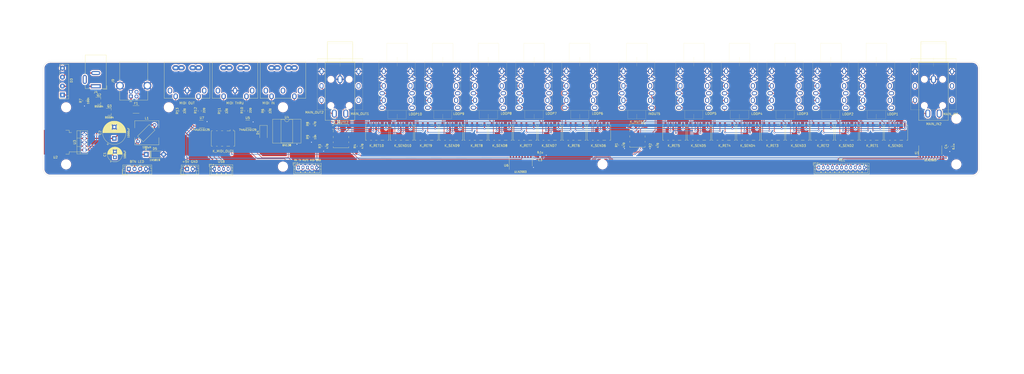
<source format=kicad_pcb>
(kicad_pcb (version 20171130) (host pcbnew "(5.1.5-0-10_14)")
  (layers (0 F.Cu signal) (31 B.Cu signal hide) (34 B.Paste user) (35 F.Paste user) (36 B.SilkS user) (37 F.SilkS user) (38 B.Mask user) (39 F.Mask user) (44 Edge.Cuts user))
  (net 0 "")
  (net 1 "Net-(K_RET1-Pad7)")
  (net 2 "Net-(K_RET1-Pad6)")
  (net 3 "Net-(K_RET1-Pad5)")
  (net 4 "Net-(K_RET1-Pad4)")
  (net 5 "Net-(K_RET1-Pad3)")
  (net 6 "Net-(K_RET1-Pad2)")
  (net 7 +5V)
  (net 8 "Net-(K_SEND1-Pad4)")
  (net 9 "Net-(K_SEND1-Pad5)")
  (net 10 "Net-(LOOP1-PadTN1)")
  (net 11 "Net-(LOOP1-PadRN1)")
  (net 12 "Net-(LOOP1-PadTN2)")
  (net 13 "Net-(LOOP1-PadRN2)")
  (net 14 "Net-(INOUT5-PadTN1)")
  (net 15 "Net-(INOUT5-PadRN1)")
  (net 16 "Net-(K_MUTE1-Pad3)")
  (net 17 "Net-(K_MUTE1-Pad4)")
  (net 18 "Net-(K_MUTE1-Pad5)")
  (net 19 "Net-(K_MUTE1-Pad6)")
  (net 20 "Net-(K_MUTE2-Pad6)")
  (net 21 "Net-(K_MUTE2-Pad5)")
  (net 22 "Net-(K_MUTE2-Pad4)")
  (net 23 "Net-(K_MUTE2-Pad3)")
  (net 24 "Net-(K_RET2-Pad2)")
  (net 25 "Net-(K_RET2-Pad3)")
  (net 26 "Net-(K_RET2-Pad4)")
  (net 27 "Net-(K_RET2-Pad5)")
  (net 28 "Net-(K_RET2-Pad6)")
  (net 29 "Net-(K_RET2-Pad7)")
  (net 30 "Net-(K_RET3-Pad2)")
  (net 31 "Net-(K_RET3-Pad3)")
  (net 32 "Net-(K_RET3-Pad4)")
  (net 33 "Net-(K_RET3-Pad5)")
  (net 34 "Net-(K_RET3-Pad6)")
  (net 35 "Net-(K_RET3-Pad7)")
  (net 36 "Net-(K_RET4-Pad2)")
  (net 37 "Net-(K_RET4-Pad4)")
  (net 38 "Net-(K_RET4-Pad5)")
  (net 39 "Net-(K_RET4-Pad7)")
  (net 40 "Net-(K_RET5-Pad2)")
  (net 41 "Net-(K_RET5-Pad4)")
  (net 42 "Net-(K_RET5-Pad5)")
  (net 43 "Net-(K_RET5-Pad7)")
  (net 44 "Net-(K_RET6-Pad2)")
  (net 45 "Net-(K_RET6-Pad3)")
  (net 46 "Net-(K_RET6-Pad4)")
  (net 47 "Net-(K_RET6-Pad5)")
  (net 48 "Net-(K_RET6-Pad6)")
  (net 49 "Net-(K_RET6-Pad7)")
  (net 50 "Net-(K_RET7-Pad2)")
  (net 51 "Net-(K_RET7-Pad3)")
  (net 52 "Net-(K_RET7-Pad4)")
  (net 53 "Net-(K_RET7-Pad5)")
  (net 54 "Net-(K_RET7-Pad6)")
  (net 55 "Net-(K_RET7-Pad7)")
  (net 56 "Net-(K_RET8-Pad2)")
  (net 57 "Net-(K_RET8-Pad4)")
  (net 58 "Net-(K_RET8-Pad5)")
  (net 59 "Net-(K_RET8-Pad7)")
  (net 60 "Net-(K_SEND2-Pad5)")
  (net 61 "Net-(K_SEND2-Pad4)")
  (net 62 "Net-(K_SEND3-Pad5)")
  (net 63 "Net-(K_SEND3-Pad4)")
  (net 64 "Net-(K_SEND4-Pad5)")
  (net 65 "Net-(K_SEND4-Pad4)")
  (net 66 "Net-(K_SEND5-Pad5)")
  (net 67 "Net-(K_SEND5-Pad4)")
  (net 68 "Net-(K_SEND6-Pad5)")
  (net 69 "Net-(K_SEND6-Pad4)")
  (net 70 "Net-(K_SEND7-Pad5)")
  (net 71 "Net-(K_SEND7-Pad4)")
  (net 72 "Net-(K_SEND8-Pad5)")
  (net 73 "Net-(K_SEND8-Pad4)")
  (net 74 "Net-(LOOP2-PadTN2)")
  (net 75 "Net-(LOOP2-PadTN1)")
  (net 76 "Net-(LOOP2-PadRN2)")
  (net 77 "Net-(LOOP2-PadRN1)")
  (net 78 "Net-(LOOP3-PadRN1)")
  (net 79 "Net-(LOOP3-PadRN2)")
  (net 80 "Net-(LOOP3-PadTN1)")
  (net 81 "Net-(LOOP3-PadTN2)")
  (net 82 "Net-(LOOP4-PadTN2)")
  (net 83 "Net-(LOOP4-PadTN1)")
  (net 84 "Net-(LOOP4-PadRN2)")
  (net 85 "Net-(LOOP4-PadRN1)")
  (net 86 "Net-(LOOP5-PadRN1)")
  (net 87 "Net-(LOOP5-PadRN2)")
  (net 88 "Net-(LOOP5-PadTN1)")
  (net 89 "Net-(LOOP5-PadTN2)")
  (net 90 "Net-(LOOP6-PadTN2)")
  (net 91 "Net-(LOOP6-PadTN1)")
  (net 92 "Net-(LOOP6-PadRN2)")
  (net 93 "Net-(LOOP6-PadRN1)")
  (net 94 "Net-(LOOP7-PadRN1)")
  (net 95 "Net-(LOOP7-PadRN2)")
  (net 96 "Net-(LOOP7-PadTN1)")
  (net 97 "Net-(LOOP7-PadTN2)")
  (net 98 "Net-(LOOP8-PadTN2)")
  (net 99 "Net-(LOOP8-PadTN1)")
  (net 100 "Net-(LOOP8-PadRN2)")
  (net 101 "Net-(LOOP8-PadRN1)")
  (net 102 "Net-(MAIN_IN1-PadTN)")
  (net 103 "Net-(MAIN_IN1-PadRN)")
  (net 104 "Net-(MAIN_OUT1-PadRN)")
  (net 105 "Net-(MAIN_OUT1-PadTN)")
  (net 106 LOOP5_T)
  (net 107 LOOP5_R)
  (net 108 "Net-(J1-Pad3)")
  (net 109 "Net-(J1-Pad2)")
  (net 110 "Net-(J1-Pad1)")
  (net 111 "Net-(J1-Pad4)")
  (net 112 "Net-(J2-Pad4)")
  (net 113 "Net-(J2-Pad1)")
  (net 114 "Net-(J2-Pad3)")
  (net 115 "Net-(J2-Pad5)")
  (net 116 "Net-(J3-Pad4)")
  (net 117 "Net-(J3-Pad1)")
  (net 118 "Net-(J3-Pad3)")
  (net 119 "Net-(J3-Pad5)")
  (net 120 REL_MUTE)
  (net 121 REL1)
  (net 122 REL2)
  (net 123 REL3)
  (net 124 REL4)
  (net 125 REL5)
  (net 126 REL6)
  (net 127 REL7)
  (net 128 REL8)
  (net 129 GND)
  (net 130 "Net-(J4-Pad3)")
  (net 131 LOOP1_R)
  (net 132 LOOP1_T)
  (net 133 +9V)
  (net 134 "Net-(D3-Pad3)")
  (net 135 "Net-(D4-Pad1)")
  (net 136 "Net-(D4-Pad2)")
  (net 137 RX)
  (net 138 TX)
  (net 139 MUTE)
  (net 140 VR_IN)
  (net 141 "Net-(R9-Pad2)")
  (net 142 "Net-(R10-Pad2)")
  (net 143 LOOP1)
  (net 144 LOOP2)
  (net 145 LOOP3)
  (net 146 LOOP4)
  (net 147 LOOP5)
  (net 148 LOOP6)
  (net 149 LOOP7)
  (net 150 LOOP8)
  (net 151 VR_OUT)
  (net 152 "Net-(U4-Pad1)")
  (net 153 "Net-(U4-Pad4)")
  (net 154 "Net-(U5-Pad1)")
  (net 155 PWR)
  (net 156 VBUS)
  (net 157 D-)
  (net 158 D+)
  (net 159 "Net-(F1-Pad1)")
  (net 160 LOOP6_T)
  (net 161 LOOP6_R)
  (net 162 LOOP9)
  (net 163 LOOP10)
  (net 164 LOOP10_R)
  (net 165 LOOP10_T)
  (net 166 "Net-(K_RET4-Pad3)")
  (net 167 "Net-(K_RET4-Pad6)")
  (net 168 "Net-(K_RET8-Pad3)")
  (net 169 "Net-(K_RET8-Pad6)")
  (net 170 "Net-(K_RET9-Pad2)")
  (net 171 "Net-(K_RET9-Pad3)")
  (net 172 "Net-(K_RET9-Pad4)")
  (net 173 "Net-(K_RET9-Pad5)")
  (net 174 "Net-(K_RET9-Pad6)")
  (net 175 "Net-(K_RET9-Pad7)")
  (net 176 REL9)
  (net 177 "Net-(K_RET10-Pad2)")
  (net 178 "Net-(K_RET10-Pad4)")
  (net 179 "Net-(K_RET10-Pad5)")
  (net 180 "Net-(K_RET10-Pad7)")
  (net 181 REL10)
  (net 182 "Net-(K_SEND9-Pad5)")
  (net 183 "Net-(K_SEND9-Pad4)")
  (net 184 "Net-(K_SEND10-Pad5)")
  (net 185 "Net-(K_SEND10-Pad4)")
  (net 186 "Net-(LOOP9-PadTN2)")
  (net 187 "Net-(LOOP9-PadTN1)")
  (net 188 "Net-(LOOP9-PadRN2)")
  (net 189 "Net-(LOOP9-PadRN1)")
  (net 190 "Net-(LOOP10-PadRN1)")
  (net 191 "Net-(LOOP10-PadRN2)")
  (net 192 "Net-(LOOP10-PadTN1)")
  (net 193 "Net-(LOOP10-PadTN2)")
  (net 194 "Net-(U6-Pad6)")
  (net 195 "Net-(U6-Pad7)")
  (net 196 "Net-(U6-Pad10)")
  (net 197 "Net-(U6-Pad11)")
  (net 198 REL_MIDI_MODE)
  (net 199 "Net-(K_MIDI_OUT1-Pad7)")
  (net 200 "Net-(K_MIDI_OUT1-Pad6)")
  (net 201 "Net-(K_MIDI_OUT1-Pad5)")
  (net 202 MIDI_OUT)
  (net 203 "Net-(R12-Pad2)")
  (net 204 MIDI_MODE)
  (net 205 "Net-(U7-Pad1)")
  (net 206 "Net-(D3-Pad2)")
  (module DiodeBridge:Diode_Bridge_KBP20x (layer F.Cu) (at 43.382 84.605 90)
    (fp_text reference D3 (at 6.35 3.937 270) (layer F.SilkS))
    (fp_text value D_Bridge_+AA-)
    (pad 4 thru_hole circle (at 11.7 0 90) (size 2.2 2.2) (drill 1) (layers *.Cu *.Mask) (net 129 GND))
    (pad 3 thru_hole circle (at 7.8 0 90) (size 2.2 2.2) (drill 1) (layers *.Cu *.Mask) (net 134 "Net-(D3-Pad3)"))
    (pad 2 thru_hole circle (at 3.9 0 90) (size 2.2 2.2) (drill 1) (layers *.Cu *.Mask) (net 206 "Net-(D3-Pad2)"))
    (pad 1 thru_hole rect (at 0 0 90) (size 2.2 2.2) (drill 1) (layers *.Cu *.Mask) (net 133 +9V))
  )
  (module MountingHole:MountingHole_3.5mm (layer F.Cu) (at 90 90)
    (fp_text reference REF** hide)
    (fp_text value MountingHole_3.5mm hide)
    (pad 1 np_thru_hole circle (at 0 0) (size 3.5 3.5) (drill 3.5) (layers *.Cu *.Mask))
  )
  (module MountingHole:MountingHole_3.5mm (layer F.Cu) (at 140 116)
    (fp_text reference REF** hide)
    (fp_text value MountingHole_3.5mm hide)
    (pad 1 np_thru_hole circle (at 0 0) (size 3.5 3.5) (drill 3.5) (layers *.Cu *.Mask))
  )
  (module MountingHole:MountingHole_3.5mm (layer F.Cu) (at 140 90)
    (fp_text reference REF** hide)
    (fp_text value MountingHole_3.5mm hide)
    (pad 1 np_thru_hole circle (at 0 0) (size 3.5 3.5) (drill 3.5) (layers *.Cu *.Mask))
  )
  (module MountingHole:MountingHole_3.5mm (layer F.Cu) (at 45 90)
    (fp_text reference REF** hide)
    (fp_text value MountingHole_3.5mm hide)
    (pad 1 np_thru_hole circle (at 0 0) (size 3.5 3.5) (drill 3.5) (layers *.Cu *.Mask))
  )
  (module MountingHole:MountingHole_3.5mm (layer F.Cu) (at 45 115)
    (fp_text reference REF** hide)
    (fp_text value MountingHole_3.5mm hide)
    (pad 1 np_thru_hole circle (at 0 0) (size 3.5 3.5) (drill 3.5) (layers *.Cu *.Mask))
  )
  (module MountingHole:MountingHole_3.5mm (layer F.Cu) (at 280 115)
    (fp_text reference REF** hide)
    (fp_text value MountingHole_3.5mm hide)
    (pad 1 np_thru_hole circle (at 0 0) (size 3.5 3.5) (drill 3.5) (layers *.Cu *.Mask))
  )
  (module MountingHole:MountingHole_3.5mm (layer F.Cu) (at 435 95)
    (fp_text reference REF** hide)
    (fp_text value MountingHole_3.5mm hide)
    (pad 1 np_thru_hole circle (at 0 0) (size 3.5 3.5) (drill 3.5) (layers *.Cu *.Mask))
  )
  (module MountingHole:MountingHole_3.5mm (layer F.Cu) (at 435 115)
    (fp_text reference REF** hide)
    (fp_text value MountingHole_3.5mm hide)
    (pad 1 np_thru_hole circle (at 0 0) (size 3.5 3.5) (drill 3.5) (layers *.Cu *.Mask))
  )
  (module bg:bg (layer F.Cu) (at 212.405 167.244)
    (fp_text reference G*** hide)
    (fp_text value LOGO hide)
  )
  (module CK635-037:CK635-037 (layer F.Cu) (at 295 70 90)
    (fp_text reference INOUT5 (at -22.86 7.62 180) (layer F.SilkS))
    (fp_text value AudioJack3_Dual_Switch hide)
    (pad T2 thru_hole oval (at -20.2 -6.55 90) (size 1.8 2.4) (drill oval 1 1.6) (layers *.Cu *.Mask) (net 160 LOOP6_T))
    (pad T1 thru_hole oval (at -16.95 -5.85 90) (size 2.4 1.8) (drill oval 1.6 1) (layers *.Cu *.Mask) (net 106 LOOP5_T))
    (pad R2 thru_hole oval (at -13.85 -6.55 90) (size 1.8 2.4) (drill oval 1 1.6) (layers *.Cu *.Mask) (net 161 LOOP6_R))
    (pad R1 thru_hole oval (at -10.6 -5.85 90) (size 2.4 1.8) (drill oval 1.6 1) (layers *.Cu *.Mask) (net 107 LOOP5_R))
    (pad S2 thru_hole oval (at -7.5 -6.55 90) (size 1.8 2.4) (drill oval 1 1.6) (layers *.Cu *.Mask) (net 129 GND))
    (pad S1 thru_hole oval (at -4.23 -5.85 90) (size 2.4 1.8) (drill oval 1.6 1) (layers *.Cu *.Mask) (net 129 GND))
    (pad TN2 thru_hole oval (at -20.2 6.55 90) (size 1.8 2.4) (drill oval 1 1.6) (layers *.Cu *.Mask) (net 106 LOOP5_T))
    (pad TN1 thru_hole oval (at -16.95 5.85 90) (size 2.4 1.8) (drill oval 1.6 1) (layers *.Cu *.Mask) (net 14 "Net-(INOUT5-PadTN1)"))
    (pad RN2 thru_hole oval (at -13.85 6.55 90) (size 1.8 2.4) (drill oval 1 1.6) (layers *.Cu *.Mask) (net 107 LOOP5_R))
    (pad RN1 thru_hole oval (at -10.6 5.85 90) (size 2.4 1.8) (drill oval 1.6 1) (layers *.Cu *.Mask) (net 15 "Net-(INOUT5-PadRN1)"))
    (pad SN2 thru_hole oval (at -7.5 6.55 90) (size 1.8 2.4) (drill oval 1 1.6) (layers *.Cu *.Mask) (net 129 GND))
    (pad SN1 thru_hole oval (at -4.23 5.85 90) (size 2.4 1.8) (drill oval 1.6 1) (layers *.Cu *.Mask) (net 129 GND))
  )
  (module Relay_SMD:Relay_DPDT_Omron_G6K-2F-Y (layer F.Cu) (at 295.27 102.385)
    (fp_text reference K_MUTE1 (at 0 -6) (layer F.SilkS))
    (fp_text value G6K-2)
    (pad 1 smd rect (at -3.5 -3.8) (size 1.8 0.8) (layers F.Cu F.Paste F.Mask) (net 7 +5V))
    (pad 2 smd rect (at -3.5 -0.6) (size 1.8 0.8) (layers F.Cu F.Paste F.Mask) (net 106 LOOP5_T))
    (pad 3 smd rect (at -3.5 1.6) (size 1.8 0.8) (layers F.Cu F.Paste F.Mask) (net 16 "Net-(K_MUTE1-Pad3)"))
    (pad 4 smd rect (at -3.5 3.8) (size 1.8 0.8) (layers F.Cu F.Paste F.Mask) (net 17 "Net-(K_MUTE1-Pad4)"))
    (pad 5 smd rect (at 3.5 3.8) (size 1.8 0.8) (layers F.Cu F.Paste F.Mask) (net 18 "Net-(K_MUTE1-Pad5)"))
    (pad 6 smd rect (at 3.5 1.6) (size 1.8 0.8) (layers F.Cu F.Paste F.Mask) (net 19 "Net-(K_MUTE1-Pad6)"))
    (pad 7 smd rect (at 3.5 -0.6) (size 1.8 0.8) (layers F.Cu F.Paste F.Mask) (net 107 LOOP5_R))
    (pad 8 smd rect (at 3.5 -3.8) (size 1.8 0.8) (layers F.Cu F.Paste F.Mask) (net 120 REL_MUTE))
  )
  (module Relay_SMD:Relay_DPDT_Omron_G6K-2F-Y (layer F.Cu) (at 165.415 102.639)
    (fp_text reference K_MUTE2 (at 0 -6) (layer F.SilkS))
    (fp_text value G6K-2)
    (pad 8 smd rect (at 3.5 -3.8) (size 1.8 0.8) (layers F.Cu F.Paste F.Mask) (net 120 REL_MUTE))
    (pad 7 smd rect (at 3.5 -0.6) (size 1.8 0.8) (layers F.Cu F.Paste F.Mask) (net 164 LOOP10_R))
    (pad 6 smd rect (at 3.5 1.6) (size 1.8 0.8) (layers F.Cu F.Paste F.Mask) (net 20 "Net-(K_MUTE2-Pad6)"))
    (pad 5 smd rect (at 3.5 3.8) (size 1.8 0.8) (layers F.Cu F.Paste F.Mask) (net 21 "Net-(K_MUTE2-Pad5)"))
    (pad 4 smd rect (at -3.5 3.8) (size 1.8 0.8) (layers F.Cu F.Paste F.Mask) (net 22 "Net-(K_MUTE2-Pad4)"))
    (pad 3 smd rect (at -3.5 1.6) (size 1.8 0.8) (layers F.Cu F.Paste F.Mask) (net 23 "Net-(K_MUTE2-Pad3)"))
    (pad 2 smd rect (at -3.5 -0.6) (size 1.8 0.8) (layers F.Cu F.Paste F.Mask) (net 165 LOOP10_T))
    (pad 1 smd rect (at -3.5 -3.8) (size 1.8 0.8) (layers F.Cu F.Paste F.Mask) (net 7 +5V))
  )
  (module Relay_SMD:Relay_DPDT_Omron_G6K-2F-Y (layer F.Cu) (at 397.82 101.115 270)
    (fp_text reference K_RET1 (at 5.715 -0.4 180) (layer F.SilkS))
    (fp_text value G6K-2)
    (pad 1 smd rect (at -3.5 -3.8 270) (size 1.8 0.8) (layers F.Cu F.Paste F.Mask) (net 7 +5V))
    (pad 2 smd rect (at -3.5 -0.6 270) (size 1.8 0.8) (layers F.Cu F.Paste F.Mask) (net 6 "Net-(K_RET1-Pad2)"))
    (pad 3 smd rect (at -3.5 1.6 270) (size 1.8 0.8) (layers F.Cu F.Paste F.Mask) (net 5 "Net-(K_RET1-Pad3)"))
    (pad 4 smd rect (at -3.5 3.8 270) (size 1.8 0.8) (layers F.Cu F.Paste F.Mask) (net 4 "Net-(K_RET1-Pad4)"))
    (pad 5 smd rect (at 3.5 3.8 270) (size 1.8 0.8) (layers F.Cu F.Paste F.Mask) (net 3 "Net-(K_RET1-Pad5)"))
    (pad 6 smd rect (at 3.5 1.6 270) (size 1.8 0.8) (layers F.Cu F.Paste F.Mask) (net 2 "Net-(K_RET1-Pad6)"))
    (pad 7 smd rect (at 3.5 -0.6 270) (size 1.8 0.8) (layers F.Cu F.Paste F.Mask) (net 1 "Net-(K_RET1-Pad7)"))
    (pad 8 smd rect (at 3.5 -3.8 270) (size 1.8 0.8) (layers F.Cu F.Paste F.Mask) (net 121 REL1))
  )
  (module Relay_SMD:Relay_DPDT_Omron_G6K-2F-Y (layer F.Cu) (at 376.23 101.115 270)
    (fp_text reference K_RET2 (at 5.715 -0.4 180) (layer F.SilkS))
    (fp_text value G6K-2)
    (pad 1 smd rect (at -3.5 -3.8 270) (size 1.8 0.8) (layers F.Cu F.Paste F.Mask) (net 7 +5V))
    (pad 2 smd rect (at -3.5 -0.6 270) (size 1.8 0.8) (layers F.Cu F.Paste F.Mask) (net 24 "Net-(K_RET2-Pad2)"))
    (pad 3 smd rect (at -3.5 1.6 270) (size 1.8 0.8) (layers F.Cu F.Paste F.Mask) (net 25 "Net-(K_RET2-Pad3)"))
    (pad 4 smd rect (at -3.5 3.8 270) (size 1.8 0.8) (layers F.Cu F.Paste F.Mask) (net 26 "Net-(K_RET2-Pad4)"))
    (pad 5 smd rect (at 3.5 3.8 270) (size 1.8 0.8) (layers F.Cu F.Paste F.Mask) (net 27 "Net-(K_RET2-Pad5)"))
    (pad 6 smd rect (at 3.5 1.6 270) (size 1.8 0.8) (layers F.Cu F.Paste F.Mask) (net 28 "Net-(K_RET2-Pad6)"))
    (pad 7 smd rect (at 3.5 -0.6 270) (size 1.8 0.8) (layers F.Cu F.Paste F.Mask) (net 29 "Net-(K_RET2-Pad7)"))
    (pad 8 smd rect (at 3.5 -3.8 270) (size 1.8 0.8) (layers F.Cu F.Paste F.Mask) (net 122 REL2))
  )
  (module Relay_SMD:Relay_DPDT_Omron_G6K-2F-Y (layer F.Cu) (at 354.64 101.115 270)
    (fp_text reference K_RET3 (at 5.715 0.235 180) (layer F.SilkS))
    (fp_text value G6K-2)
    (pad 1 smd rect (at -3.5 -3.8 270) (size 1.8 0.8) (layers F.Cu F.Paste F.Mask) (net 7 +5V))
    (pad 2 smd rect (at -3.5 -0.6 270) (size 1.8 0.8) (layers F.Cu F.Paste F.Mask) (net 30 "Net-(K_RET3-Pad2)"))
    (pad 3 smd rect (at -3.5 1.6 270) (size 1.8 0.8) (layers F.Cu F.Paste F.Mask) (net 31 "Net-(K_RET3-Pad3)"))
    (pad 4 smd rect (at -3.5 3.8 270) (size 1.8 0.8) (layers F.Cu F.Paste F.Mask) (net 32 "Net-(K_RET3-Pad4)"))
    (pad 5 smd rect (at 3.5 3.8 270) (size 1.8 0.8) (layers F.Cu F.Paste F.Mask) (net 33 "Net-(K_RET3-Pad5)"))
    (pad 6 smd rect (at 3.5 1.6 270) (size 1.8 0.8) (layers F.Cu F.Paste F.Mask) (net 34 "Net-(K_RET3-Pad6)"))
    (pad 7 smd rect (at 3.5 -0.6 270) (size 1.8 0.8) (layers F.Cu F.Paste F.Mask) (net 35 "Net-(K_RET3-Pad7)"))
    (pad 8 smd rect (at 3.5 -3.8 270) (size 1.8 0.8) (layers F.Cu F.Paste F.Mask) (net 123 REL3))
  )
  (module Relay_SMD:Relay_DPDT_Omron_G6K-2F-Y (layer F.Cu) (at 333.05 101.115 270)
    (fp_text reference K_RET4 (at 5.715 -0.4 180) (layer F.SilkS))
    (fp_text value G6K-2)
    (pad 1 smd rect (at -3.5 -3.8 270) (size 1.8 0.8) (layers F.Cu F.Paste F.Mask) (net 7 +5V))
    (pad 2 smd rect (at -3.5 -0.6 270) (size 1.8 0.8) (layers F.Cu F.Paste F.Mask) (net 36 "Net-(K_RET4-Pad2)"))
    (pad 3 smd rect (at -3.5 1.6 270) (size 1.8 0.8) (layers F.Cu F.Paste F.Mask) (net 166 "Net-(K_RET4-Pad3)"))
    (pad 4 smd rect (at -3.5 3.8 270) (size 1.8 0.8) (layers F.Cu F.Paste F.Mask) (net 37 "Net-(K_RET4-Pad4)"))
    (pad 5 smd rect (at 3.5 3.8 270) (size 1.8 0.8) (layers F.Cu F.Paste F.Mask) (net 38 "Net-(K_RET4-Pad5)"))
    (pad 6 smd rect (at 3.5 1.6 270) (size 1.8 0.8) (layers F.Cu F.Paste F.Mask) (net 167 "Net-(K_RET4-Pad6)"))
    (pad 7 smd rect (at 3.5 -0.6 270) (size 1.8 0.8) (layers F.Cu F.Paste F.Mask) (net 39 "Net-(K_RET4-Pad7)"))
    (pad 8 smd rect (at 3.5 -3.8 270) (size 1.8 0.8) (layers F.Cu F.Paste F.Mask) (net 124 REL4))
  )
  (module Relay_SMD:Relay_DPDT_Omron_G6K-2F-Y (layer F.Cu) (at 311.46 101.115 270)
    (fp_text reference K_RET5 (at 5.715 0.235 180) (layer F.SilkS))
    (fp_text value G6K-2)
    (pad 1 smd rect (at -3.5 -3.8 270) (size 1.8 0.8) (layers F.Cu F.Paste F.Mask) (net 7 +5V))
    (pad 2 smd rect (at -3.5 -0.6 270) (size 1.8 0.8) (layers F.Cu F.Paste F.Mask) (net 40 "Net-(K_RET5-Pad2)"))
    (pad 3 smd rect (at -3.5 1.6 270) (size 1.8 0.8) (layers F.Cu F.Paste F.Mask) (net 106 LOOP5_T))
    (pad 4 smd rect (at -3.5 3.8 270) (size 1.8 0.8) (layers F.Cu F.Paste F.Mask) (net 41 "Net-(K_RET5-Pad4)"))
    (pad 5 smd rect (at 3.5 3.8 270) (size 1.8 0.8) (layers F.Cu F.Paste F.Mask) (net 42 "Net-(K_RET5-Pad5)"))
    (pad 6 smd rect (at 3.5 1.6 270) (size 1.8 0.8) (layers F.Cu F.Paste F.Mask) (net 107 LOOP5_R))
    (pad 7 smd rect (at 3.5 -0.6 270) (size 1.8 0.8) (layers F.Cu F.Paste F.Mask) (net 43 "Net-(K_RET5-Pad7)"))
    (pad 8 smd rect (at 3.5 -3.8 270) (size 1.8 0.8) (layers F.Cu F.Paste F.Mask) (net 125 REL5))
  )
  (module Relay_SMD:Relay_DPDT_Omron_G6K-2F-Y (layer F.Cu) (at 267.645 101.115 270)
    (fp_text reference K_RET6 (at 5.715 0.235 180) (layer F.SilkS))
    (fp_text value G6K-2)
    (pad 1 smd rect (at -3.5 -3.8 270) (size 1.8 0.8) (layers F.Cu F.Paste F.Mask) (net 7 +5V))
    (pad 2 smd rect (at -3.5 -0.6 270) (size 1.8 0.8) (layers F.Cu F.Paste F.Mask) (net 44 "Net-(K_RET6-Pad2)"))
    (pad 3 smd rect (at -3.5 1.6 270) (size 1.8 0.8) (layers F.Cu F.Paste F.Mask) (net 45 "Net-(K_RET6-Pad3)"))
    (pad 4 smd rect (at -3.5 3.8 270) (size 1.8 0.8) (layers F.Cu F.Paste F.Mask) (net 46 "Net-(K_RET6-Pad4)"))
    (pad 5 smd rect (at 3.5 3.8 270) (size 1.8 0.8) (layers F.Cu F.Paste F.Mask) (net 47 "Net-(K_RET6-Pad5)"))
    (pad 6 smd rect (at 3.5 1.6 270) (size 1.8 0.8) (layers F.Cu F.Paste F.Mask) (net 48 "Net-(K_RET6-Pad6)"))
    (pad 7 smd rect (at 3.5 -0.6 270) (size 1.8 0.8) (layers F.Cu F.Paste F.Mask) (net 49 "Net-(K_RET6-Pad7)"))
    (pad 8 smd rect (at 3.5 -3.8 270) (size 1.8 0.8) (layers F.Cu F.Paste F.Mask) (net 126 REL6))
  )
  (module Relay_SMD:Relay_DPDT_Omron_G6K-2F-Y (layer F.Cu) (at 246.055 101.115 270)
    (fp_text reference K_RET7 (at 5.715 -0.4 180) (layer F.SilkS))
    (fp_text value G6K-2)
    (pad 1 smd rect (at -3.5 -3.8 270) (size 1.8 0.8) (layers F.Cu F.Paste F.Mask) (net 7 +5V))
    (pad 2 smd rect (at -3.5 -0.6 270) (size 1.8 0.8) (layers F.Cu F.Paste F.Mask) (net 50 "Net-(K_RET7-Pad2)"))
    (pad 3 smd rect (at -3.5 1.6 270) (size 1.8 0.8) (layers F.Cu F.Paste F.Mask) (net 51 "Net-(K_RET7-Pad3)"))
    (pad 4 smd rect (at -3.5 3.8 270) (size 1.8 0.8) (layers F.Cu F.Paste F.Mask) (net 52 "Net-(K_RET7-Pad4)"))
    (pad 5 smd rect (at 3.5 3.8 270) (size 1.8 0.8) (layers F.Cu F.Paste F.Mask) (net 53 "Net-(K_RET7-Pad5)"))
    (pad 6 smd rect (at 3.5 1.6 270) (size 1.8 0.8) (layers F.Cu F.Paste F.Mask) (net 54 "Net-(K_RET7-Pad6)"))
    (pad 7 smd rect (at 3.5 -0.6 270) (size 1.8 0.8) (layers F.Cu F.Paste F.Mask) (net 55 "Net-(K_RET7-Pad7)"))
    (pad 8 smd rect (at 3.5 -3.8 270) (size 1.8 0.8) (layers F.Cu F.Paste F.Mask) (net 127 REL7))
  )
  (module Relay_SMD:Relay_DPDT_Omron_G6K-2F-Y (layer F.Cu) (at 224.465 101.115 270)
    (fp_text reference K_RET8 (at 5.715 -0.4 180) (layer F.SilkS))
    (fp_text value G6K-2)
    (pad 1 smd rect (at -3.5 -3.8 270) (size 1.8 0.8) (layers F.Cu F.Paste F.Mask) (net 7 +5V))
    (pad 2 smd rect (at -3.5 -0.6 270) (size 1.8 0.8) (layers F.Cu F.Paste F.Mask) (net 56 "Net-(K_RET8-Pad2)"))
    (pad 3 smd rect (at -3.5 1.6 270) (size 1.8 0.8) (layers F.Cu F.Paste F.Mask) (net 168 "Net-(K_RET8-Pad3)"))
    (pad 4 smd rect (at -3.5 3.8 270) (size 1.8 0.8) (layers F.Cu F.Paste F.Mask) (net 57 "Net-(K_RET8-Pad4)"))
    (pad 5 smd rect (at 3.5 3.8 270) (size 1.8 0.8) (layers F.Cu F.Paste F.Mask) (net 58 "Net-(K_RET8-Pad5)"))
    (pad 6 smd rect (at 3.5 1.6 270) (size 1.8 0.8) (layers F.Cu F.Paste F.Mask) (net 169 "Net-(K_RET8-Pad6)"))
    (pad 7 smd rect (at 3.5 -0.6 270) (size 1.8 0.8) (layers F.Cu F.Paste F.Mask) (net 59 "Net-(K_RET8-Pad7)"))
    (pad 8 smd rect (at 3.5 -3.8 270) (size 1.8 0.8) (layers F.Cu F.Paste F.Mask) (net 128 REL8))
  )
  (module Relay_SMD:Relay_DPDT_Omron_G6K-2F-Y (layer F.Cu) (at 408.615 101.115 270)
    (fp_text reference K_SEND1 (at 5.715 0.235 180) (layer F.SilkS))
    (fp_text value G6K-2)
    (pad 8 smd rect (at 3.5 -3.8 270) (size 1.8 0.8) (layers F.Cu F.Paste F.Mask) (net 121 REL1))
    (pad 7 smd rect (at 3.5 -0.6 270) (size 1.8 0.8) (layers F.Cu F.Paste F.Mask) (net 1 "Net-(K_RET1-Pad7)"))
    (pad 6 smd rect (at 3.5 1.6 270) (size 1.8 0.8) (layers F.Cu F.Paste F.Mask) (net 131 LOOP1_R))
    (pad 5 smd rect (at 3.5 3.8 270) (size 1.8 0.8) (layers F.Cu F.Paste F.Mask) (net 9 "Net-(K_SEND1-Pad5)"))
    (pad 4 smd rect (at -3.5 3.8 270) (size 1.8 0.8) (layers F.Cu F.Paste F.Mask) (net 8 "Net-(K_SEND1-Pad4)"))
    (pad 3 smd rect (at -3.5 1.6 270) (size 1.8 0.8) (layers F.Cu F.Paste F.Mask) (net 132 LOOP1_T))
    (pad 2 smd rect (at -3.5 -0.6 270) (size 1.8 0.8) (layers F.Cu F.Paste F.Mask) (net 6 "Net-(K_RET1-Pad2)"))
    (pad 1 smd rect (at -3.5 -3.8 270) (size 1.8 0.8) (layers F.Cu F.Paste F.Mask) (net 7 +5V))
  )
  (module Relay_SMD:Relay_DPDT_Omron_G6K-2F-Y (layer F.Cu) (at 387.025 101.115 270)
    (fp_text reference K_SEND2 (at 5.715 0.235 180) (layer F.SilkS))
    (fp_text value G6K-2)
    (pad 8 smd rect (at 3.5 -3.8 270) (size 1.8 0.8) (layers F.Cu F.Paste F.Mask) (net 122 REL2))
    (pad 7 smd rect (at 3.5 -0.6 270) (size 1.8 0.8) (layers F.Cu F.Paste F.Mask) (net 29 "Net-(K_RET2-Pad7)"))
    (pad 6 smd rect (at 3.5 1.6 270) (size 1.8 0.8) (layers F.Cu F.Paste F.Mask) (net 2 "Net-(K_RET1-Pad6)"))
    (pad 5 smd rect (at 3.5 3.8 270) (size 1.8 0.8) (layers F.Cu F.Paste F.Mask) (net 60 "Net-(K_SEND2-Pad5)"))
    (pad 4 smd rect (at -3.5 3.8 270) (size 1.8 0.8) (layers F.Cu F.Paste F.Mask) (net 61 "Net-(K_SEND2-Pad4)"))
    (pad 3 smd rect (at -3.5 1.6 270) (size 1.8 0.8) (layers F.Cu F.Paste F.Mask) (net 5 "Net-(K_RET1-Pad3)"))
    (pad 2 smd rect (at -3.5 -0.6 270) (size 1.8 0.8) (layers F.Cu F.Paste F.Mask) (net 24 "Net-(K_RET2-Pad2)"))
    (pad 1 smd rect (at -3.5 -3.8 270) (size 1.8 0.8) (layers F.Cu F.Paste F.Mask) (net 7 +5V))
  )
  (module Relay_SMD:Relay_DPDT_Omron_G6K-2F-Y (layer F.Cu) (at 365.435 101.115 270)
    (fp_text reference K_SEND3 (at 5.715 -0.4 180) (layer F.SilkS))
    (fp_text value G6K-2)
    (pad 8 smd rect (at 3.5 -3.8 270) (size 1.8 0.8) (layers F.Cu F.Paste F.Mask) (net 123 REL3))
    (pad 7 smd rect (at 3.5 -0.6 270) (size 1.8 0.8) (layers F.Cu F.Paste F.Mask) (net 35 "Net-(K_RET3-Pad7)"))
    (pad 6 smd rect (at 3.5 1.6 270) (size 1.8 0.8) (layers F.Cu F.Paste F.Mask) (net 28 "Net-(K_RET2-Pad6)"))
    (pad 5 smd rect (at 3.5 3.8 270) (size 1.8 0.8) (layers F.Cu F.Paste F.Mask) (net 62 "Net-(K_SEND3-Pad5)"))
    (pad 4 smd rect (at -3.5 3.8 270) (size 1.8 0.8) (layers F.Cu F.Paste F.Mask) (net 63 "Net-(K_SEND3-Pad4)"))
    (pad 3 smd rect (at -3.5 1.6 270) (size 1.8 0.8) (layers F.Cu F.Paste F.Mask) (net 25 "Net-(K_RET2-Pad3)"))
    (pad 2 smd rect (at -3.5 -0.6 270) (size 1.8 0.8) (layers F.Cu F.Paste F.Mask) (net 30 "Net-(K_RET3-Pad2)"))
    (pad 1 smd rect (at -3.5 -3.8 270) (size 1.8 0.8) (layers F.Cu F.Paste F.Mask) (net 7 +5V))
  )
  (module Relay_SMD:Relay_DPDT_Omron_G6K-2F-Y (layer F.Cu) (at 343.845 101.115 270)
    (fp_text reference K_SEND4 (at 5.715 0.235 180) (layer F.SilkS))
    (fp_text value G6K-2)
    (pad 8 smd rect (at 3.5 -3.8 270) (size 1.8 0.8) (layers F.Cu F.Paste F.Mask) (net 124 REL4))
    (pad 7 smd rect (at 3.5 -0.6 270) (size 1.8 0.8) (layers F.Cu F.Paste F.Mask) (net 39 "Net-(K_RET4-Pad7)"))
    (pad 6 smd rect (at 3.5 1.6 270) (size 1.8 0.8) (layers F.Cu F.Paste F.Mask) (net 34 "Net-(K_RET3-Pad6)"))
    (pad 5 smd rect (at 3.5 3.8 270) (size 1.8 0.8) (layers F.Cu F.Paste F.Mask) (net 64 "Net-(K_SEND4-Pad5)"))
    (pad 4 smd rect (at -3.5 3.8 270) (size 1.8 0.8) (layers F.Cu F.Paste F.Mask) (net 65 "Net-(K_SEND4-Pad4)"))
    (pad 3 smd rect (at -3.5 1.6 270) (size 1.8 0.8) (layers F.Cu F.Paste F.Mask) (net 31 "Net-(K_RET3-Pad3)"))
    (pad 2 smd rect (at -3.5 -0.6 270) (size 1.8 0.8) (layers F.Cu F.Paste F.Mask) (net 36 "Net-(K_RET4-Pad2)"))
    (pad 1 smd rect (at -3.5 -3.8 270) (size 1.8 0.8) (layers F.Cu F.Paste F.Mask) (net 7 +5V))
  )
  (module Relay_SMD:Relay_DPDT_Omron_G6K-2F-Y (layer F.Cu) (at 322.255 101.115 270)
    (fp_text reference K_SEND5 (at 5.715 0.235 180) (layer F.SilkS))
    (fp_text value G6K-2)
    (pad 8 smd rect (at 3.5 -3.8 270) (size 1.8 0.8) (layers F.Cu F.Paste F.Mask) (net 125 REL5))
    (pad 7 smd rect (at 3.5 -0.6 270) (size 1.8 0.8) (layers F.Cu F.Paste F.Mask) (net 43 "Net-(K_RET5-Pad7)"))
    (pad 6 smd rect (at 3.5 1.6 270) (size 1.8 0.8) (layers F.Cu F.Paste F.Mask) (net 167 "Net-(K_RET4-Pad6)"))
    (pad 5 smd rect (at 3.5 3.8 270) (size 1.8 0.8) (layers F.Cu F.Paste F.Mask) (net 66 "Net-(K_SEND5-Pad5)"))
    (pad 4 smd rect (at -3.5 3.8 270) (size 1.8 0.8) (layers F.Cu F.Paste F.Mask) (net 67 "Net-(K_SEND5-Pad4)"))
    (pad 3 smd rect (at -3.5 1.6 270) (size 1.8 0.8) (layers F.Cu F.Paste F.Mask) (net 166 "Net-(K_RET4-Pad3)"))
    (pad 2 smd rect (at -3.5 -0.6 270) (size 1.8 0.8) (layers F.Cu F.Paste F.Mask) (net 40 "Net-(K_RET5-Pad2)"))
    (pad 1 smd rect (at -3.5 -3.8 270) (size 1.8 0.8) (layers F.Cu F.Paste F.Mask) (net 7 +5V))
  )
  (module Relay_SMD:Relay_DPDT_Omron_G6K-2F-Y (layer F.Cu) (at 278.44 101.115 270)
    (fp_text reference K_SEND6 (at 5.715 0.235 180) (layer F.SilkS))
    (fp_text value G6K-2)
    (pad 8 smd rect (at 3.5 -3.8 270) (size 1.8 0.8) (layers F.Cu F.Paste F.Mask) (net 126 REL6))
    (pad 7 smd rect (at 3.5 -0.6 270) (size 1.8 0.8) (layers F.Cu F.Paste F.Mask) (net 49 "Net-(K_RET6-Pad7)"))
    (pad 6 smd rect (at 3.5 1.6 270) (size 1.8 0.8) (layers F.Cu F.Paste F.Mask) (net 161 LOOP6_R))
    (pad 5 smd rect (at 3.5 3.8 270) (size 1.8 0.8) (layers F.Cu F.Paste F.Mask) (net 68 "Net-(K_SEND6-Pad5)"))
    (pad 4 smd rect (at -3.5 3.8 270) (size 1.8 0.8) (layers F.Cu F.Paste F.Mask) (net 69 "Net-(K_SEND6-Pad4)"))
    (pad 3 smd rect (at -3.5 1.6 270) (size 1.8 0.8) (layers F.Cu F.Paste F.Mask) (net 160 LOOP6_T))
    (pad 2 smd rect (at -3.5 -0.6 270) (size 1.8 0.8) (layers F.Cu F.Paste F.Mask) (net 44 "Net-(K_RET6-Pad2)"))
    (pad 1 smd rect (at -3.5 -3.8 270) (size 1.8 0.8) (layers F.Cu F.Paste F.Mask) (net 7 +5V))
  )
  (module Relay_SMD:Relay_DPDT_Omron_G6K-2F-Y (layer F.Cu) (at 256.85 101.115 270)
    (fp_text reference K_SEND7 (at 5.715 0.235 180) (layer F.SilkS))
    (fp_text value G6K-2)
    (pad 8 smd rect (at 3.5 -3.8 270) (size 1.8 0.8) (layers F.Cu F.Paste F.Mask) (net 127 REL7))
    (pad 7 smd rect (at 3.5 -0.6 270) (size 1.8 0.8) (layers F.Cu F.Paste F.Mask) (net 55 "Net-(K_RET7-Pad7)"))
    (pad 6 smd rect (at 3.5 1.6 270) (size 1.8 0.8) (layers F.Cu F.Paste F.Mask) (net 48 "Net-(K_RET6-Pad6)"))
    (pad 5 smd rect (at 3.5 3.8 270) (size 1.8 0.8) (layers F.Cu F.Paste F.Mask) (net 70 "Net-(K_SEND7-Pad5)"))
    (pad 4 smd rect (at -3.5 3.8 270) (size 1.8 0.8) (layers F.Cu F.Paste F.Mask) (net 71 "Net-(K_SEND7-Pad4)"))
    (pad 3 smd rect (at -3.5 1.6 270) (size 1.8 0.8) (layers F.Cu F.Paste F.Mask) (net 45 "Net-(K_RET6-Pad3)"))
    (pad 2 smd rect (at -3.5 -0.6 270) (size 1.8 0.8) (layers F.Cu F.Paste F.Mask) (net 50 "Net-(K_RET7-Pad2)"))
    (pad 1 smd rect (at -3.5 -3.8 270) (size 1.8 0.8) (layers F.Cu F.Paste F.Mask) (net 7 +5V))
  )
  (module Relay_SMD:Relay_DPDT_Omron_G6K-2F-Y (layer F.Cu) (at 235.26 101.115 270)
    (fp_text reference K_SEND8 (at 5.715 0.235 180) (layer F.SilkS))
    (fp_text value G6K-2)
    (pad 8 smd rect (at 3.5 -3.8 270) (size 1.8 0.8) (layers F.Cu F.Paste F.Mask) (net 128 REL8))
    (pad 7 smd rect (at 3.5 -0.6 270) (size 1.8 0.8) (layers F.Cu F.Paste F.Mask) (net 59 "Net-(K_RET8-Pad7)"))
    (pad 6 smd rect (at 3.5 1.6 270) (size 1.8 0.8) (layers F.Cu F.Paste F.Mask) (net 54 "Net-(K_RET7-Pad6)"))
    (pad 5 smd rect (at 3.5 3.8 270) (size 1.8 0.8) (layers F.Cu F.Paste F.Mask) (net 72 "Net-(K_SEND8-Pad5)"))
    (pad 4 smd rect (at -3.5 3.8 270) (size 1.8 0.8) (layers F.Cu F.Paste F.Mask) (net 73 "Net-(K_SEND8-Pad4)"))
    (pad 3 smd rect (at -3.5 1.6 270) (size 1.8 0.8) (layers F.Cu F.Paste F.Mask) (net 51 "Net-(K_RET7-Pad3)"))
    (pad 2 smd rect (at -3.5 -0.6 270) (size 1.8 0.8) (layers F.Cu F.Paste F.Mask) (net 56 "Net-(K_RET8-Pad2)"))
    (pad 1 smd rect (at -3.5 -3.8 270) (size 1.8 0.8) (layers F.Cu F.Paste F.Mask) (net 7 +5V))
  )
  (module CK635-037:CK635-037 (layer F.Cu) (at 400 70 90)
    (fp_text reference LOOP1 (at -22.987 7.112 180) (layer F.SilkS))
    (fp_text value AudioJack3_Dual_Switch hide)
    (pad SN1 thru_hole oval (at -4.23 5.85 90) (size 2.4 1.8) (drill oval 1.6 1) (layers *.Cu *.Mask) (net 129 GND))
    (pad SN2 thru_hole oval (at -7.5 6.55 90) (size 1.8 2.4) (drill oval 1 1.6) (layers *.Cu *.Mask) (net 129 GND))
    (pad RN1 thru_hole oval (at -10.6 5.85 90) (size 2.4 1.8) (drill oval 1.6 1) (layers *.Cu *.Mask) (net 11 "Net-(LOOP1-PadRN1)"))
    (pad RN2 thru_hole oval (at -13.85 6.55 90) (size 1.8 2.4) (drill oval 1 1.6) (layers *.Cu *.Mask) (net 13 "Net-(LOOP1-PadRN2)"))
    (pad TN1 thru_hole oval (at -16.95 5.85 90) (size 2.4 1.8) (drill oval 1.6 1) (layers *.Cu *.Mask) (net 10 "Net-(LOOP1-PadTN1)"))
    (pad TN2 thru_hole oval (at -20.2 6.55 90) (size 1.8 2.4) (drill oval 1 1.6) (layers *.Cu *.Mask) (net 12 "Net-(LOOP1-PadTN2)"))
    (pad S1 thru_hole oval (at -4.23 -5.85 90) (size 2.4 1.8) (drill oval 1.6 1) (layers *.Cu *.Mask) (net 129 GND))
    (pad S2 thru_hole oval (at -7.5 -6.55 90) (size 1.8 2.4) (drill oval 1 1.6) (layers *.Cu *.Mask) (net 129 GND))
    (pad R1 thru_hole oval (at -10.6 -5.85 90) (size 2.4 1.8) (drill oval 1.6 1) (layers *.Cu *.Mask) (net 3 "Net-(K_RET1-Pad5)"))
    (pad R2 thru_hole oval (at -13.85 -6.55 90) (size 1.8 2.4) (drill oval 1 1.6) (layers *.Cu *.Mask) (net 9 "Net-(K_SEND1-Pad5)"))
    (pad T1 thru_hole oval (at -16.95 -5.85 90) (size 2.4 1.8) (drill oval 1.6 1) (layers *.Cu *.Mask) (net 4 "Net-(K_RET1-Pad4)"))
    (pad T2 thru_hole oval (at -20.2 -6.55 90) (size 1.8 2.4) (drill oval 1 1.6) (layers *.Cu *.Mask) (net 8 "Net-(K_SEND1-Pad4)"))
  )
  (module CK635-037:CK635-037 (layer F.Cu) (at 380 70 90)
    (fp_text reference LOOP2 (at -22.987 7.493 180) (layer F.SilkS))
    (fp_text value AudioJack3_Dual_Switch hide)
    (pad T2 thru_hole oval (at -20.2 -6.55 90) (size 1.8 2.4) (drill oval 1 1.6) (layers *.Cu *.Mask) (net 61 "Net-(K_SEND2-Pad4)"))
    (pad T1 thru_hole oval (at -16.95 -5.85 90) (size 2.4 1.8) (drill oval 1.6 1) (layers *.Cu *.Mask) (net 26 "Net-(K_RET2-Pad4)"))
    (pad R2 thru_hole oval (at -13.85 -6.55 90) (size 1.8 2.4) (drill oval 1 1.6) (layers *.Cu *.Mask) (net 60 "Net-(K_SEND2-Pad5)"))
    (pad R1 thru_hole oval (at -10.6 -5.85 90) (size 2.4 1.8) (drill oval 1.6 1) (layers *.Cu *.Mask) (net 27 "Net-(K_RET2-Pad5)"))
    (pad S2 thru_hole oval (at -7.5 -6.55 90) (size 1.8 2.4) (drill oval 1 1.6) (layers *.Cu *.Mask) (net 129 GND))
    (pad S1 thru_hole oval (at -4.23 -5.85 90) (size 2.4 1.8) (drill oval 1.6 1) (layers *.Cu *.Mask) (net 129 GND))
    (pad TN2 thru_hole oval (at -20.2 6.55 90) (size 1.8 2.4) (drill oval 1 1.6) (layers *.Cu *.Mask) (net 74 "Net-(LOOP2-PadTN2)"))
    (pad TN1 thru_hole oval (at -16.95 5.85 90) (size 2.4 1.8) (drill oval 1.6 1) (layers *.Cu *.Mask) (net 75 "Net-(LOOP2-PadTN1)"))
    (pad RN2 thru_hole oval (at -13.85 6.55 90) (size 1.8 2.4) (drill oval 1 1.6) (layers *.Cu *.Mask) (net 76 "Net-(LOOP2-PadRN2)"))
    (pad RN1 thru_hole oval (at -10.6 5.85 90) (size 2.4 1.8) (drill oval 1.6 1) (layers *.Cu *.Mask) (net 77 "Net-(LOOP2-PadRN1)"))
    (pad SN2 thru_hole oval (at -7.5 6.55 90) (size 1.8 2.4) (drill oval 1 1.6) (layers *.Cu *.Mask) (net 129 GND))
    (pad SN1 thru_hole oval (at -4.23 5.85 90) (size 2.4 1.8) (drill oval 1.6 1) (layers *.Cu *.Mask) (net 129 GND))
  )
  (module CK635-037:CK635-037 (layer F.Cu) (at 360 70 90)
    (fp_text reference LOOP3 (at -22.86 7.62 180) (layer F.SilkS))
    (fp_text value AudioJack3_Dual_Switch hide)
    (pad SN1 thru_hole oval (at -4.23 5.85 90) (size 2.4 1.8) (drill oval 1.6 1) (layers *.Cu *.Mask) (net 129 GND))
    (pad SN2 thru_hole oval (at -7.5 6.55 90) (size 1.8 2.4) (drill oval 1 1.6) (layers *.Cu *.Mask) (net 129 GND))
    (pad RN1 thru_hole oval (at -10.6 5.85 90) (size 2.4 1.8) (drill oval 1.6 1) (layers *.Cu *.Mask) (net 78 "Net-(LOOP3-PadRN1)"))
    (pad RN2 thru_hole oval (at -13.85 6.55 90) (size 1.8 2.4) (drill oval 1 1.6) (layers *.Cu *.Mask) (net 79 "Net-(LOOP3-PadRN2)"))
    (pad TN1 thru_hole oval (at -16.95 5.85 90) (size 2.4 1.8) (drill oval 1.6 1) (layers *.Cu *.Mask) (net 80 "Net-(LOOP3-PadTN1)"))
    (pad TN2 thru_hole oval (at -20.2 6.55 90) (size 1.8 2.4) (drill oval 1 1.6) (layers *.Cu *.Mask) (net 81 "Net-(LOOP3-PadTN2)"))
    (pad S1 thru_hole oval (at -4.23 -5.85 90) (size 2.4 1.8) (drill oval 1.6 1) (layers *.Cu *.Mask) (net 129 GND))
    (pad S2 thru_hole oval (at -7.5 -6.55 90) (size 1.8 2.4) (drill oval 1 1.6) (layers *.Cu *.Mask) (net 129 GND))
    (pad R1 thru_hole oval (at -10.6 -5.85 90) (size 2.4 1.8) (drill oval 1.6 1) (layers *.Cu *.Mask) (net 33 "Net-(K_RET3-Pad5)"))
    (pad R2 thru_hole oval (at -13.85 -6.55 90) (size 1.8 2.4) (drill oval 1 1.6) (layers *.Cu *.Mask) (net 62 "Net-(K_SEND3-Pad5)"))
    (pad T1 thru_hole oval (at -16.95 -5.85 90) (size 2.4 1.8) (drill oval 1.6 1) (layers *.Cu *.Mask) (net 32 "Net-(K_RET3-Pad4)"))
    (pad T2 thru_hole oval (at -20.2 -6.55 90) (size 1.8 2.4) (drill oval 1 1.6) (layers *.Cu *.Mask) (net 63 "Net-(K_SEND3-Pad4)"))
  )
  (module CK635-037:CK635-037 (layer F.Cu) (at 340 70 90)
    (fp_text reference LOOP4 (at -22.86 7.62 180) (layer F.SilkS))
    (fp_text value AudioJack3_Dual_Switch hide)
    (pad T2 thru_hole oval (at -20.2 -6.55 90) (size 1.8 2.4) (drill oval 1 1.6) (layers *.Cu *.Mask) (net 65 "Net-(K_SEND4-Pad4)"))
    (pad T1 thru_hole oval (at -16.95 -5.85 90) (size 2.4 1.8) (drill oval 1.6 1) (layers *.Cu *.Mask) (net 37 "Net-(K_RET4-Pad4)"))
    (pad R2 thru_hole oval (at -13.85 -6.55 90) (size 1.8 2.4) (drill oval 1 1.6) (layers *.Cu *.Mask) (net 64 "Net-(K_SEND4-Pad5)"))
    (pad R1 thru_hole oval (at -10.6 -5.85 90) (size 2.4 1.8) (drill oval 1.6 1) (layers *.Cu *.Mask) (net 38 "Net-(K_RET4-Pad5)"))
    (pad S2 thru_hole oval (at -7.5 -6.55 90) (size 1.8 2.4) (drill oval 1 1.6) (layers *.Cu *.Mask) (net 129 GND))
    (pad S1 thru_hole oval (at -4.23 -5.85 90) (size 2.4 1.8) (drill oval 1.6 1) (layers *.Cu *.Mask) (net 129 GND))
    (pad TN2 thru_hole oval (at -20.2 6.55 90) (size 1.8 2.4) (drill oval 1 1.6) (layers *.Cu *.Mask) (net 82 "Net-(LOOP4-PadTN2)"))
    (pad TN1 thru_hole oval (at -16.95 5.85 90) (size 2.4 1.8) (drill oval 1.6 1) (layers *.Cu *.Mask) (net 83 "Net-(LOOP4-PadTN1)"))
    (pad RN2 thru_hole oval (at -13.85 6.55 90) (size 1.8 2.4) (drill oval 1 1.6) (layers *.Cu *.Mask) (net 84 "Net-(LOOP4-PadRN2)"))
    (pad RN1 thru_hole oval (at -10.6 5.85 90) (size 2.4 1.8) (drill oval 1.6 1) (layers *.Cu *.Mask) (net 85 "Net-(LOOP4-PadRN1)"))
    (pad SN2 thru_hole oval (at -7.5 6.55 90) (size 1.8 2.4) (drill oval 1 1.6) (layers *.Cu *.Mask) (net 129 GND))
    (pad SN1 thru_hole oval (at -4.23 5.85 90) (size 2.4 1.8) (drill oval 1.6 1) (layers *.Cu *.Mask) (net 129 GND))
  )
  (module CK635-037:CK635-037 (layer F.Cu) (at 320 70 90)
    (fp_text reference LOOP5 (at -22.733 7.49 180) (layer F.SilkS))
    (fp_text value AudioJack3_Dual_Switch hide)
    (pad SN1 thru_hole oval (at -4.23 5.85 90) (size 2.4 1.8) (drill oval 1.6 1) (layers *.Cu *.Mask) (net 129 GND))
    (pad SN2 thru_hole oval (at -7.5 6.55 90) (size 1.8 2.4) (drill oval 1 1.6) (layers *.Cu *.Mask) (net 129 GND))
    (pad RN1 thru_hole oval (at -10.6 5.85 90) (size 2.4 1.8) (drill oval 1.6 1) (layers *.Cu *.Mask) (net 86 "Net-(LOOP5-PadRN1)"))
    (pad RN2 thru_hole oval (at -13.85 6.55 90) (size 1.8 2.4) (drill oval 1 1.6) (layers *.Cu *.Mask) (net 87 "Net-(LOOP5-PadRN2)"))
    (pad TN1 thru_hole oval (at -16.95 5.85 90) (size 2.4 1.8) (drill oval 1.6 1) (layers *.Cu *.Mask) (net 88 "Net-(LOOP5-PadTN1)"))
    (pad TN2 thru_hole oval (at -20.2 6.55 90) (size 1.8 2.4) (drill oval 1 1.6) (layers *.Cu *.Mask) (net 89 "Net-(LOOP5-PadTN2)"))
    (pad S1 thru_hole oval (at -4.23 -5.85 90) (size 2.4 1.8) (drill oval 1.6 1) (layers *.Cu *.Mask) (net 129 GND))
    (pad S2 thru_hole oval (at -7.5 -6.55 90) (size 1.8 2.4) (drill oval 1 1.6) (layers *.Cu *.Mask) (net 129 GND))
    (pad R1 thru_hole oval (at -10.6 -5.85 90) (size 2.4 1.8) (drill oval 1.6 1) (layers *.Cu *.Mask) (net 42 "Net-(K_RET5-Pad5)"))
    (pad R2 thru_hole oval (at -13.85 -6.55 90) (size 1.8 2.4) (drill oval 1 1.6) (layers *.Cu *.Mask) (net 66 "Net-(K_SEND5-Pad5)"))
    (pad T1 thru_hole oval (at -16.95 -5.85 90) (size 2.4 1.8) (drill oval 1.6 1) (layers *.Cu *.Mask) (net 41 "Net-(K_RET5-Pad4)"))
    (pad T2 thru_hole oval (at -20.2 -6.55 90) (size 1.8 2.4) (drill oval 1 1.6) (layers *.Cu *.Mask) (net 67 "Net-(K_SEND5-Pad4)"))
  )
  (module CK635-037:CK635-037 (layer F.Cu) (at 270 70 90)
    (fp_text reference LOOP6 (at -22.733 7.805 180) (layer F.SilkS))
    (fp_text value AudioJack3_Dual_Switch hide)
    (pad T2 thru_hole oval (at -20.2 -6.55 90) (size 1.8 2.4) (drill oval 1 1.6) (layers *.Cu *.Mask) (net 69 "Net-(K_SEND6-Pad4)"))
    (pad T1 thru_hole oval (at -16.95 -5.85 90) (size 2.4 1.8) (drill oval 1.6 1) (layers *.Cu *.Mask) (net 46 "Net-(K_RET6-Pad4)"))
    (pad R2 thru_hole oval (at -13.85 -6.55 90) (size 1.8 2.4) (drill oval 1 1.6) (layers *.Cu *.Mask) (net 68 "Net-(K_SEND6-Pad5)"))
    (pad R1 thru_hole oval (at -10.6 -5.85 90) (size 2.4 1.8) (drill oval 1.6 1) (layers *.Cu *.Mask) (net 47 "Net-(K_RET6-Pad5)"))
    (pad S2 thru_hole oval (at -7.5 -6.55 90) (size 1.8 2.4) (drill oval 1 1.6) (layers *.Cu *.Mask) (net 129 GND))
    (pad S1 thru_hole oval (at -4.23 -5.85 90) (size 2.4 1.8) (drill oval 1.6 1) (layers *.Cu *.Mask) (net 129 GND))
    (pad TN2 thru_hole oval (at -20.2 6.55 90) (size 1.8 2.4) (drill oval 1 1.6) (layers *.Cu *.Mask) (net 90 "Net-(LOOP6-PadTN2)"))
    (pad TN1 thru_hole oval (at -16.95 5.85 90) (size 2.4 1.8) (drill oval 1.6 1) (layers *.Cu *.Mask) (net 91 "Net-(LOOP6-PadTN1)"))
    (pad RN2 thru_hole oval (at -13.85 6.55 90) (size 1.8 2.4) (drill oval 1 1.6) (layers *.Cu *.Mask) (net 92 "Net-(LOOP6-PadRN2)"))
    (pad RN1 thru_hole oval (at -10.6 5.85 90) (size 2.4 1.8) (drill oval 1.6 1) (layers *.Cu *.Mask) (net 93 "Net-(LOOP6-PadRN1)"))
    (pad SN2 thru_hole oval (at -7.5 6.55 90) (size 1.8 2.4) (drill oval 1 1.6) (layers *.Cu *.Mask) (net 129 GND))
    (pad SN1 thru_hole oval (at -4.23 5.85 90) (size 2.4 1.8) (drill oval 1.6 1) (layers *.Cu *.Mask) (net 129 GND))
  )
  (module CK635-037:CK635-037 (layer F.Cu) (at 250 70 90)
    (fp_text reference LOOP7 (at -22.733 7.485 180) (layer F.SilkS))
    (fp_text value AudioJack3_Dual_Switch hide)
    (pad SN1 thru_hole oval (at -4.23 5.85 90) (size 2.4 1.8) (drill oval 1.6 1) (layers *.Cu *.Mask) (net 129 GND))
    (pad SN2 thru_hole oval (at -7.5 6.55 90) (size 1.8 2.4) (drill oval 1 1.6) (layers *.Cu *.Mask) (net 129 GND))
    (pad RN1 thru_hole oval (at -10.6 5.85 90) (size 2.4 1.8) (drill oval 1.6 1) (layers *.Cu *.Mask) (net 94 "Net-(LOOP7-PadRN1)"))
    (pad RN2 thru_hole oval (at -13.85 6.55 90) (size 1.8 2.4) (drill oval 1 1.6) (layers *.Cu *.Mask) (net 95 "Net-(LOOP7-PadRN2)"))
    (pad TN1 thru_hole oval (at -16.95 5.85 90) (size 2.4 1.8) (drill oval 1.6 1) (layers *.Cu *.Mask) (net 96 "Net-(LOOP7-PadTN1)"))
    (pad TN2 thru_hole oval (at -20.2 6.55 90) (size 1.8 2.4) (drill oval 1 1.6) (layers *.Cu *.Mask) (net 97 "Net-(LOOP7-PadTN2)"))
    (pad S1 thru_hole oval (at -4.23 -5.85 90) (size 2.4 1.8) (drill oval 1.6 1) (layers *.Cu *.Mask) (net 129 GND))
    (pad S2 thru_hole oval (at -7.5 -6.55 90) (size 1.8 2.4) (drill oval 1 1.6) (layers *.Cu *.Mask) (net 129 GND))
    (pad R1 thru_hole oval (at -10.6 -5.85 90) (size 2.4 1.8) (drill oval 1.6 1) (layers *.Cu *.Mask) (net 53 "Net-(K_RET7-Pad5)"))
    (pad R2 thru_hole oval (at -13.85 -6.55 90) (size 1.8 2.4) (drill oval 1 1.6) (layers *.Cu *.Mask) (net 70 "Net-(K_SEND7-Pad5)"))
    (pad T1 thru_hole oval (at -16.95 -5.85 90) (size 2.4 1.8) (drill oval 1.6 1) (layers *.Cu *.Mask) (net 52 "Net-(K_RET7-Pad4)"))
    (pad T2 thru_hole oval (at -20.2 -6.55 90) (size 1.8 2.4) (drill oval 1 1.6) (layers *.Cu *.Mask) (net 71 "Net-(K_SEND7-Pad4)"))
  )
  (module CK635-037:CK635-037 (layer F.Cu) (at 230 70 90)
    (fp_text reference LOOP8 (at -22.733 7.8 180) (layer F.SilkS))
    (fp_text value AudioJack3_Dual_Switch hide)
    (pad T2 thru_hole oval (at -20.2 -6.55 90) (size 1.8 2.4) (drill oval 1 1.6) (layers *.Cu *.Mask) (net 73 "Net-(K_SEND8-Pad4)"))
    (pad T1 thru_hole oval (at -16.95 -5.85 90) (size 2.4 1.8) (drill oval 1.6 1) (layers *.Cu *.Mask) (net 57 "Net-(K_RET8-Pad4)"))
    (pad R2 thru_hole oval (at -13.85 -6.55 90) (size 1.8 2.4) (drill oval 1 1.6) (layers *.Cu *.Mask) (net 72 "Net-(K_SEND8-Pad5)"))
    (pad R1 thru_hole oval (at -10.6 -5.85 90) (size 2.4 1.8) (drill oval 1.6 1) (layers *.Cu *.Mask) (net 58 "Net-(K_RET8-Pad5)"))
    (pad S2 thru_hole oval (at -7.5 -6.55 90) (size 1.8 2.4) (drill oval 1 1.6) (layers *.Cu *.Mask) (net 129 GND))
    (pad S1 thru_hole oval (at -4.23 -5.85 90) (size 2.4 1.8) (drill oval 1.6 1) (layers *.Cu *.Mask) (net 129 GND))
    (pad TN2 thru_hole oval (at -20.2 6.55 90) (size 1.8 2.4) (drill oval 1 1.6) (layers *.Cu *.Mask) (net 98 "Net-(LOOP8-PadTN2)"))
    (pad TN1 thru_hole oval (at -16.95 5.85 90) (size 2.4 1.8) (drill oval 1.6 1) (layers *.Cu *.Mask) (net 99 "Net-(LOOP8-PadTN1)"))
    (pad RN2 thru_hole oval (at -13.85 6.55 90) (size 1.8 2.4) (drill oval 1 1.6) (layers *.Cu *.Mask) (net 100 "Net-(LOOP8-PadRN2)"))
    (pad RN1 thru_hole oval (at -10.6 5.85 90) (size 2.4 1.8) (drill oval 1.6 1) (layers *.Cu *.Mask) (net 101 "Net-(LOOP8-PadRN1)"))
    (pad SN2 thru_hole oval (at -7.5 6.55 90) (size 1.8 2.4) (drill oval 1 1.6) (layers *.Cu *.Mask) (net 129 GND))
    (pad SN1 thru_hole oval (at -4.23 5.85 90) (size 2.4 1.8) (drill oval 1.6 1) (layers *.Cu *.Mask) (net 129 GND))
  )
  (module CK635-041A:CK635-041A (layer F.Cu) (at 425 70.127 90)
    (fp_text reference MAIN_IN1 (at -22.86 7.62 180) (layer F.SilkS))
    (fp_text value CK635-041A hide)
    (pad T thru_hole oval (at -16.8 -8.1 90) (size 2.4 1.8) (drill oval 1.6 1) (layers *.Cu *.Mask) (net 132 LOOP1_T))
    (pad R thru_hole oval (at -10.5 -8.1 90) (size 2.4 1.8) (drill oval 1.6 1) (layers *.Cu *.Mask) (net 131 LOOP1_R))
    (pad S thru_hole oval (at -4.2 -8.1 90) (size 2.4 1.8) (drill oval 1.6 1) (layers *.Cu *.Mask) (net 129 GND))
    (pad TN thru_hole oval (at -16.8 8.1 90) (size 2.4 1.8) (drill oval 1.6 1) (layers *.Cu *.Mask) (net 102 "Net-(MAIN_IN1-PadTN)"))
    (pad RN thru_hole oval (at -10.5 8.1 90) (size 2.4 1.8) (drill oval 1.6 1) (layers *.Cu *.Mask) (net 103 "Net-(MAIN_IN1-PadRN)"))
    (pad SN thru_hole oval (at -4.2 8.1 90) (size 2.4 1.8) (drill oval 1.6 1) (layers *.Cu *.Mask) (net 129 GND))
  )
  (module CK635-041A:CK635-041A (layer F.Cu) (at 165 70.127 90)
    (fp_text reference MAIN_OUT1 (at -22.733 8.67 180) (layer F.SilkS))
    (fp_text value CK635-041A)
    (pad SN thru_hole oval (at -4.2 8.1 90) (size 2.4 1.8) (drill oval 1.6 1) (layers *.Cu *.Mask) (net 129 GND))
    (pad RN thru_hole oval (at -10.5 8.1 90) (size 2.4 1.8) (drill oval 1.6 1) (layers *.Cu *.Mask) (net 104 "Net-(MAIN_OUT1-PadRN)"))
    (pad TN thru_hole oval (at -16.8 8.1 90) (size 2.4 1.8) (drill oval 1.6 1) (layers *.Cu *.Mask) (net 105 "Net-(MAIN_OUT1-PadTN)"))
    (pad S thru_hole oval (at -4.2 -8.1 90) (size 2.4 1.8) (drill oval 1.6 1) (layers *.Cu *.Mask) (net 129 GND))
    (pad R thru_hole oval (at -10.5 -8.1 90) (size 2.4 1.8) (drill oval 1.6 1) (layers *.Cu *.Mask) (net 164 LOOP10_R))
    (pad T thru_hole oval (at -16.8 -8.1 90) (size 2.4 1.8) (drill oval 1.6 1) (layers *.Cu *.Mask) (net 165 LOOP10_T))
  )
  (module Resistor_SMD:R_0805_2012Metric (layer F.Cu) (at 287.73 106.576 90)
    (fp_text reference R1 (at 0 -1.65 90) (layer F.SilkS))
    (fp_text value 470 (at 0 1.65 90) (layer F.SilkS) (effects (font (size 0.8 0.8))))
    (pad 1 smd roundrect (at -0.9375 0 90) (size 0.975 1.4) (layers F.Cu F.Paste F.Mask) (net 129 GND))
    (pad 2 smd roundrect (at 0.9375 0 90) (size 0.975 1.4) (layers F.Cu F.Paste F.Mask) (net 16 "Net-(K_MUTE1-Pad3)"))
  )
  (module Resistor_SMD:R_0805_2012Metric (layer F.Cu) (at 302.589 106.703 90)
    (fp_text reference R2 (at 0 -1.65 90) (layer F.SilkS))
    (fp_text value 470 (at 0 1.65 90) (layer F.SilkS) (effects (font (size 0.8 0.8))))
    (pad 2 smd roundrect (at 0.9375 0 90) (size 0.975 1.4) (layers F.Cu F.Paste F.Mask) (net 19 "Net-(K_MUTE1-Pad6)"))
    (pad 1 smd roundrect (at -0.9375 0 90) (size 0.975 1.4) (layers F.Cu F.Paste F.Mask) (net 129 GND))
  )
  (module Resistor_SMD:R_0805_2012Metric (layer F.Cu) (at 157.795 107.084 90)
    (fp_text reference R3 (at 0 -1.65 90) (layer F.SilkS))
    (fp_text value 470 (at 0 1.65 90) (layer F.SilkS) (effects (font (size 0.8 0.8))))
    (pad 2 smd roundrect (at 0.9375 0 90) (size 0.975 1.4) (layers F.Cu F.Paste F.Mask) (net 23 "Net-(K_MUTE2-Pad3)"))
    (pad 1 smd roundrect (at -0.9375 0 90) (size 0.975 1.4) (layers F.Cu F.Paste F.Mask) (net 129 GND))
  )
  (module Resistor_SMD:R_0805_2012Metric (layer F.Cu) (at 173.176 107.084 90)
    (fp_text reference R4 (at 0 -1.65 90) (layer F.SilkS))
    (fp_text value 470 (at 0 1.65 90) (layer F.SilkS) (effects (font (size 0.8 0.8))))
    (pad 1 smd roundrect (at -0.9375 0 90) (size 0.975 1.4) (layers F.Cu F.Paste F.Mask) (net 129 GND))
    (pad 2 smd roundrect (at 0.9375 0 90) (size 0.975 1.4) (layers F.Cu F.Paste F.Mask) (net 20 "Net-(K_MUTE2-Pad6)"))
  )
  (module Connectors:DIN5MIDI-OOTDTY (layer F.Cu) (at 132.5 82.7)
    (fp_text reference J1 hide)
    (fp_text value "MIDI IN" (at 1.179 5.461 180) (layer F.SilkS))
    (pad 4 thru_hole oval (at 2.5 2.5) (size 2 2.6) (drill oval 1 1.6) (layers *.Cu *.Mask) (net 111 "Net-(J1-Pad4)"))
    (pad 1 thru_hole oval (at 0 0) (size 2 2.6) (drill oval 1 1.6) (layers *.Cu *.Mask) (net 110 "Net-(J1-Pad1)"))
    (pad 2 thru_hole oval (at 7.5 0) (size 2 2.6) (drill oval 1 1.6) (layers *.Cu *.Mask) (net 109 "Net-(J1-Pad2)"))
    (pad 3 thru_hole oval (at 15 0) (size 2 2.6) (drill oval 1 1.6) (layers *.Cu *.Mask) (net 108 "Net-(J1-Pad3)"))
    (pad 5 thru_hole oval (at 12.5 2.5) (size 2 2.6) (drill oval 1 1.6) (layers *.Cu *.Mask) (net 136 "Net-(D4-Pad2)"))
    (pad "" thru_hole oval (at 2.5 -10) (size 3 2.3) (drill oval 1.5 0.8) (layers *.Cu *.Mask))
    (pad "" thru_hole oval (at 5 -10) (size 3 2.3) (drill oval 1.5 0.8) (layers *.Cu *.Mask))
    (pad "" thru_hole oval (at 10 -10) (size 3 2.3) (drill oval 1.5 0.8) (layers *.Cu *.Mask))
    (pad "" thru_hole oval (at 12.5 -10) (size 3 2.3) (drill oval 1.5 0.8) (layers *.Cu *.Mask))
  )
  (module Connectors:DIN5MIDI-OOTDTY (layer F.Cu) (at 111.5 82.7)
    (fp_text reference J2 hide)
    (fp_text value "MIDI THRU" (at 7.49 5.461 180) (layer F.SilkS))
    (pad "" thru_hole oval (at 12.5 -10) (size 3 2.3) (drill oval 1.5 0.8) (layers *.Cu *.Mask))
    (pad "" thru_hole oval (at 10 -10) (size 3 2.3) (drill oval 1.5 0.8) (layers *.Cu *.Mask))
    (pad "" thru_hole oval (at 5 -10) (size 3 2.3) (drill oval 1.5 0.8) (layers *.Cu *.Mask))
    (pad "" thru_hole oval (at 2.5 -10) (size 3 2.3) (drill oval 1.5 0.8) (layers *.Cu *.Mask))
    (pad 5 thru_hole oval (at 12.5 2.5) (size 2 2.6) (drill oval 1 1.6) (layers *.Cu *.Mask) (net 115 "Net-(J2-Pad5)"))
    (pad 3 thru_hole oval (at 15 0) (size 2 2.6) (drill oval 1 1.6) (layers *.Cu *.Mask) (net 114 "Net-(J2-Pad3)"))
    (pad 2 thru_hole oval (at 7.5 0) (size 2 2.6) (drill oval 1 1.6) (layers *.Cu *.Mask) (net 129 GND))
    (pad 1 thru_hole oval (at 0 0) (size 2 2.6) (drill oval 1 1.6) (layers *.Cu *.Mask) (net 113 "Net-(J2-Pad1)"))
    (pad 4 thru_hole oval (at 2.5 2.5) (size 2 2.6) (drill oval 1 1.6) (layers *.Cu *.Mask) (net 112 "Net-(J2-Pad4)"))
  )
  (module Connectors:DIN5MIDI-OOTDTY (layer F.Cu) (at 90.5 82.7)
    (fp_text reference J3 hide)
    (fp_text value "MIDI OUT" (at 7.49 5.461 180) (layer F.SilkS))
    (pad 4 thru_hole oval (at 2.5 2.5) (size 2 2.6) (drill oval 1 1.6) (layers *.Cu *.Mask) (net 116 "Net-(J3-Pad4)"))
    (pad 1 thru_hole oval (at 0 0) (size 2 2.6) (drill oval 1 1.6) (layers *.Cu *.Mask) (net 117 "Net-(J3-Pad1)"))
    (pad 2 thru_hole oval (at 7.5 0) (size 2 2.6) (drill oval 1 1.6) (layers *.Cu *.Mask) (net 129 GND))
    (pad 3 thru_hole oval (at 15 0) (size 2 2.6) (drill oval 1 1.6) (layers *.Cu *.Mask) (net 118 "Net-(J3-Pad3)"))
    (pad 5 thru_hole oval (at 12.5 2.5) (size 2 2.6) (drill oval 1 1.6) (layers *.Cu *.Mask) (net 119 "Net-(J3-Pad5)"))
    (pad "" thru_hole oval (at 2.5 -10) (size 3 2.3) (drill oval 1.5 0.8) (layers *.Cu *.Mask))
    (pad "" thru_hole oval (at 5 -10) (size 3 2.3) (drill oval 1.5 0.8) (layers *.Cu *.Mask))
    (pad "" thru_hole oval (at 10 -10) (size 3 2.3) (drill oval 1.5 0.8) (layers *.Cu *.Mask))
    (pad "" thru_hole oval (at 12.5 -10) (size 3 2.3) (drill oval 1.5 0.8) (layers *.Cu *.Mask))
  )
  (module Connector_BarrelJack:BarrelJack_Wuerth_6941xx301002 (layer F.Cu) (at 57.973 80.795 180)
    (fp_text reference J4 (at 0 -2.5) (layer F.SilkS))
    (fp_text value DS-210)
    (pad 3 thru_hole oval (at 4.8 3 270) (size 4 1.8) (drill oval 3 0.8) (layers *.Cu *.Mask) (net 130 "Net-(J4-Pad3)"))
    (pad 2 thru_hole oval (at 0 5.8 180) (size 4 1.8) (drill oval 3 0.8) (layers *.Cu *.Mask) (net 134 "Net-(D3-Pad3)"))
    (pad 1 thru_hole rect (at 0 0 180) (size 4.4 1.8) (drill oval 3.4 0.8) (layers *.Cu *.Mask) (net 206 "Net-(D3-Pad2)"))
  )
  (module Connectors:phone-jack-6.3 (layer F.Cu) (at 425 77.747 270)
    (fp_text reference MAIN_IN2 (at 19.558 -0.125 180) (layer F.SilkS))
    (fp_text value HLJ0544*)
    (pad S thru_hole oval (at 0 0 270) (size 3.5 2.3) (drill oval 2.5 1.3) (layers *.Cu *.Mask) (net 129 GND))
    (pad T thru_hole oval (at 15 2.5 270) (size 3.6 2.2) (drill oval 2.6 1.2) (layers *.Cu *.Mask) (net 132 LOOP1_T))
    (pad R thru_hole oval (at 15 -2.5 270) (size 3.6 2.2) (drill oval 2.6 1.2) (layers *.Cu *.Mask) (net 131 LOOP1_R))
    (pad "" np_thru_hole circle (at 0 -4 270) (size 2.1 2.1) (drill 2.1) (layers *.Cu *.Mask))
    (pad "" np_thru_hole circle (at 0 4 270) (size 2.1 2.1) (drill 2.1) (layers *.Cu *.Mask))
    (pad "" np_thru_hole circle (at 11.5 -4 270) (size 2.1 2.1) (drill 2.1) (layers *.Cu *.Mask))
    (pad "" np_thru_hole circle (at 11.5 4 270) (size 2.1 2.1) (drill 2.1) (layers *.Cu *.Mask))
  )
  (module Connectors:phone-jack-6.3 (layer F.Cu) (at 165 77.747 270)
    (fp_text reference MAIN_OUT2 (at 14.478 11.255 180) (layer F.SilkS))
    (fp_text value HLJ0544*)
    (pad "" np_thru_hole circle (at 11.5 4 270) (size 2.1 2.1) (drill 2.1) (layers *.Cu *.Mask))
    (pad "" np_thru_hole circle (at 11.5 -4 270) (size 2.1 2.1) (drill 2.1) (layers *.Cu *.Mask))
    (pad "" np_thru_hole circle (at 0 4 270) (size 2.1 2.1) (drill 2.1) (layers *.Cu *.Mask))
    (pad "" np_thru_hole circle (at 0 -4 270) (size 2.1 2.1) (drill 2.1) (layers *.Cu *.Mask))
    (pad R thru_hole oval (at 15 -2.5 270) (size 3.6 2.2) (drill oval 2.6 1.2) (layers *.Cu *.Mask) (net 164 LOOP10_R))
    (pad T thru_hole oval (at 15 2.5 270) (size 3.6 2.2) (drill oval 2.6 1.2) (layers *.Cu *.Mask) (net 165 LOOP10_T))
    (pad S thru_hole oval (at 0 0 270) (size 3.5 2.3) (drill oval 2.5 1.3) (layers *.Cu *.Mask) (net 129 GND))
  )
  (module Package_TO_SOT_SMD:TO-263-5_TabPin3 (layer F.Cu) (at 43.368 105.306 180)
    (fp_text reference U2 (at 3.053 -6.604) (layer F.SilkS))
    (fp_text value LM2575-5.0BU)
    (pad 1 smd rect (at -5.775 -3.4 180) (size 4.6 1.1) (layers F.Cu F.Paste F.Mask) (net 140 VR_IN))
    (pad 2 smd rect (at -5.775 -1.7 180) (size 4.6 1.1) (layers F.Cu F.Paste F.Mask) (net 151 VR_OUT))
    (pad 3 smd rect (at -5.775 0 180) (size 4.6 1.1) (layers F.Cu F.Paste F.Mask) (net 129 GND))
    (pad 4 smd rect (at -5.775 1.7 180) (size 4.6 1.1) (layers F.Cu F.Paste F.Mask) (net 155 PWR))
    (pad 5 smd rect (at -5.775 3.4 180) (size 4.6 1.1) (layers F.Cu F.Paste F.Mask) (net 129 GND))
    (pad 3 smd rect (at 3.375 0 180) (size 9.4 10.8) (layers F.Cu F.Mask) (net 129 GND))
  )
  (module Package_TO_SOT_THT:TO-220-5_Vertical (layer F.Cu) (at 53.02 108.735 90)
    (fp_text reference U3 (at 3.4 -4.27 90) (layer F.SilkS))
    (fp_text value LM2575-5.0BT)
    (pad 1 thru_hole rect (at 0 0 90) (size 1.275 1.8) (drill 1.1) (layers *.Cu *.Mask) (net 140 VR_IN))
    (pad 2 thru_hole oval (at 1.7 0 90) (size 1.275 1.8) (drill 1.1) (layers *.Cu *.Mask) (net 151 VR_OUT))
    (pad 3 thru_hole oval (at 3.4 0 90) (size 1.275 1.8) (drill 1.1) (layers *.Cu *.Mask) (net 129 GND))
    (pad 4 thru_hole oval (at 5.1 0 90) (size 1.275 1.8) (drill 1.1) (layers *.Cu *.Mask) (net 155 PWR))
    (pad 5 thru_hole oval (at 6.8 0 90) (size 1.275 1.8) (drill 1.1) (layers *.Cu *.Mask) (net 129 GND))
  )
  (module Capacitor_SMD:C_0805_2012Metric (layer F.Cu) (at 432.129 107.211 90)
    (fp_text reference C4 (at 0 -1.65 90) (layer F.SilkS))
    (fp_text value 0.1u (at 0 1.65 90) (layer F.SilkS) (effects (font (size 0.8 0.8))))
    (pad 1 smd roundrect (at -0.9375 0 90) (size 0.975 1.4) (layers F.Cu F.Paste F.Mask) (net 129 GND))
    (pad 2 smd roundrect (at 0.9375 0 90) (size 0.975 1.4) (layers F.Cu F.Paste F.Mask) (net 7 +5V))
  )
  (module Diode_SMD:D_SMA (layer F.Cu) (at 131.52 101.369 270)
    (fp_text reference D4 (at -0.254 2.54 90) (layer F.SilkS))
    (fp_text value D)
    (pad 1 smd rect (at -2 0 270) (size 2.5 1.8) (layers F.Cu F.Paste F.Mask) (net 135 "Net-(D4-Pad1)"))
    (pad 2 smd rect (at 2 0 270) (size 2.5 1.8) (layers F.Cu F.Paste F.Mask) (net 136 "Net-(D4-Pad2)"))
  )
  (module Package_TO_SOT_SMD:SOT-23 (layer F.Cu) (at 59.37 87.145)
    (fp_text reference Q2 (at 0 -2.5) (layer F.SilkS))
    (fp_text value BSS84 (at 0 2.5) (layer F.SilkS) (effects (font (size 0.8 0.8))))
    (pad 1 smd rect (at -1 -0.95) (size 0.9 0.8) (layers F.Cu F.Paste F.Mask) (net 155 PWR))
    (pad 2 smd rect (at -1 0.95) (size 0.9 0.8) (layers F.Cu F.Paste F.Mask) (net 140 VR_IN))
    (pad 3 smd rect (at 1 0) (size 0.9 0.8) (layers F.Cu F.Paste F.Mask) (net 133 +9V))
  )
  (module Resistor_SMD:R_0805_2012Metric (layer F.Cu) (at 132.79 91.59 90)
    (fp_text reference R6 (at 0 -1.65 90) (layer F.SilkS))
    (fp_text value 220 (at 0 1.65 90) (layer F.SilkS) (effects (font (size 0.8 0.8))))
    (pad 1 smd roundrect (at -0.9375 0 90) (size 0.975 1.4) (layers F.Cu F.Paste F.Mask) (net 135 "Net-(D4-Pad1)"))
    (pad 2 smd roundrect (at 0.9375 0 90) (size 0.975 1.4) (layers F.Cu F.Paste F.Mask) (net 111 "Net-(J1-Pad4)"))
  )
  (module Resistor_SMD:R_0805_2012Metric (layer F.Cu) (at 53.02 87.145 90)
    (fp_text reference R7 (at 0 -1.65 90) (layer F.SilkS))
    (fp_text value 100k (at 0 1.65 90) (layer F.SilkS) (effects (font (size 0.8 0.8))))
    (pad 2 smd roundrect (at 0.9375 0 90) (size 0.975 1.4) (layers F.Cu F.Paste F.Mask) (net 133 +9V))
    (pad 1 smd roundrect (at -0.9375 0 90) (size 0.975 1.4) (layers F.Cu F.Paste F.Mask) (net 129 GND))
  )
  (module Resistor_SMD:R_0805_2012Metric (layer F.Cu) (at 152.475 97.305 90)
    (fp_text reference R8 (at 0 -1.65 90) (layer F.SilkS))
    (fp_text value 470 (at 0 1.65 90) (layer F.SilkS) (effects (font (size 0.8 0.8))))
    (pad 1 smd roundrect (at -0.9375 0 90) (size 0.975 1.4) (layers F.Cu F.Paste F.Mask) (net 137 RX))
    (pad 2 smd roundrect (at 0.9375 0 90) (size 0.975 1.4) (layers F.Cu F.Paste F.Mask) (net 7 +5V))
  )
  (module Resistor_SMD:R_0805_2012Metric (layer F.Cu) (at 152.475 103.02 90)
    (fp_text reference R9 (at 0 -1.65 90) (layer F.SilkS))
    (fp_text value 10k (at 0 1.65 90) (layer F.SilkS) (effects (font (size 0.8 0.8))))
    (pad 2 smd roundrect (at 0.9375 0 90) (size 0.975 1.4) (layers F.Cu F.Paste F.Mask) (net 141 "Net-(R9-Pad2)"))
    (pad 1 smd roundrect (at -0.9375 0 90) (size 0.975 1.4) (layers F.Cu F.Paste F.Mask) (net 129 GND))
  )
  (module Resistor_SMD:R_0805_2012Metric (layer F.Cu) (at 123.9 91.59 270)
    (fp_text reference R10 (at -0.254 1.905 90) (layer F.SilkS))
    (fp_text value 220 (at -0.254 -1.905 90) (layer F.SilkS) (effects (font (size 0.8 0.8))))
    (pad 1 smd roundrect (at -0.9375 0 270) (size 0.975 1.4) (layers F.Cu F.Paste F.Mask) (net 115 "Net-(J2-Pad5)"))
    (pad 2 smd roundrect (at 0.9375 0 270) (size 0.975 1.4) (layers F.Cu F.Paste F.Mask) (net 142 "Net-(R10-Pad2)"))
  )
  (module Resistor_SMD:R_0805_2012Metric (layer F.Cu) (at 113.74 91.59 90)
    (fp_text reference R11 (at 0 -1.65 90) (layer F.SilkS))
    (fp_text value 220 (at 0 1.65 90) (layer F.SilkS) (effects (font (size 0.8 0.8))))
    (pad 2 smd roundrect (at 0.9375 0 90) (size 0.975 1.4) (layers F.Cu F.Paste F.Mask) (net 112 "Net-(J2-Pad4)"))
    (pad 1 smd roundrect (at -0.9375 0 90) (size 0.975 1.4) (layers F.Cu F.Paste F.Mask) (net 7 +5V))
  )
  (module Resistor_SMD:R_0805_2012Metric (layer F.Cu) (at 103.58 91.59 270)
    (fp_text reference R12 (at -0.254 1.905 90) (layer F.SilkS))
    (fp_text value 220 (at -0.254 -1.905 90) (layer F.SilkS) (effects (font (size 0.8 0.8))))
    (pad 1 smd roundrect (at -0.9375 0 270) (size 0.975 1.4) (layers F.Cu F.Paste F.Mask) (net 119 "Net-(J3-Pad5)"))
    (pad 2 smd roundrect (at 0.9375 0 270) (size 0.975 1.4) (layers F.Cu F.Paste F.Mask) (net 203 "Net-(R12-Pad2)"))
  )
  (module Resistor_SMD:R_0805_2012Metric (layer F.Cu) (at 95.325 91.59 90)
    (fp_text reference R13 (at 0 -1.65 90) (layer F.SilkS))
    (fp_text value 220 (at 0 1.65 90) (layer F.SilkS) (effects (font (size 0.8 0.8))))
    (pad 2 smd roundrect (at 0.9375 0 90) (size 0.975 1.4) (layers F.Cu F.Paste F.Mask) (net 116 "Net-(J3-Pad4)"))
    (pad 1 smd roundrect (at -0.9375 0 90) (size 0.975 1.4) (layers F.Cu F.Paste F.Mask) (net 7 +5V))
  )
  (module Package_DIP:DIP-8_W8.89mm_SMDSocket_LongPads (layer F.Cu) (at 141.68 100.48)
    (fp_text reference U4 (at 0 -6.14) (layer F.SilkS))
    (fp_text value 6N138 (at 0 6.14) (layer F.SilkS) (effects (font (size 0.8 0.8))))
    (pad 1 smd rect (at -4.445 -3.81) (size 3.1 1.6) (layers F.Cu F.Paste F.Mask) (net 152 "Net-(U4-Pad1)"))
    (pad 5 smd rect (at 4.445 3.81) (size 3.1 1.6) (layers F.Cu F.Paste F.Mask) (net 129 GND))
    (pad 2 smd rect (at -4.445 -1.27) (size 3.1 1.6) (layers F.Cu F.Paste F.Mask) (net 135 "Net-(D4-Pad1)"))
    (pad 6 smd rect (at 4.445 1.27) (size 3.1 1.6) (layers F.Cu F.Paste F.Mask) (net 137 RX))
    (pad 3 smd rect (at -4.445 1.27) (size 3.1 1.6) (layers F.Cu F.Paste F.Mask) (net 136 "Net-(D4-Pad2)"))
    (pad 7 smd rect (at 4.445 -1.27) (size 3.1 1.6) (layers F.Cu F.Paste F.Mask) (net 141 "Net-(R9-Pad2)"))
    (pad 4 smd rect (at -4.445 3.81) (size 3.1 1.6) (layers F.Cu F.Paste F.Mask) (net 153 "Net-(U4-Pad4)"))
    (pad 8 smd rect (at 4.445 -3.81) (size 3.1 1.6) (layers F.Cu F.Paste F.Mask) (net 7 +5V))
  )
  (module Package_TO_SOT_SMD:SOT-23-5 (layer F.Cu) (at 124.535 97.305 180)
    (fp_text reference U5 (at 0 2.667) (layer F.SilkS))
    (fp_text value 74AUC1G125 (at 0 -2.54) (layer F.SilkS) (effects (font (size 0.8 0.8))))
    (pad 1 smd rect (at -1.1 -0.95 180) (size 1.06 0.65) (layers F.Cu F.Paste F.Mask) (net 154 "Net-(U5-Pad1)"))
    (pad 2 smd rect (at -1.1 0 180) (size 1.06 0.65) (layers F.Cu F.Paste F.Mask) (net 137 RX))
    (pad 3 smd rect (at -1.1 0.95 180) (size 1.06 0.65) (layers F.Cu F.Paste F.Mask) (net 129 GND))
    (pad 4 smd rect (at 1.1 0.95 180) (size 1.06 0.65) (layers F.Cu F.Paste F.Mask) (net 142 "Net-(R10-Pad2)"))
    (pad 5 smd rect (at 1.1 -0.95 180) (size 1.06 0.65) (layers F.Cu F.Paste F.Mask) (net 7 +5V))
  )
  (module Capacitor_THT:CP_Radial_D6.3mm_P2.50mm (layer F.Cu) (at 66.365 111.91 90)
    (fp_text reference C1 (at 1.25 -4.4 90) (layer F.SilkS))
    (fp_text value 100uF (at 1.25 4.4 90) (layer F.SilkS) (effects (font (size 0.8 0.8))))
    (pad 1 thru_hole rect (at 0 0 90) (size 1.6 1.6) (drill 0.8) (layers *.Cu *.Mask) (net 140 VR_IN))
    (pad 2 thru_hole circle (at 2.5 0 90) (size 1.6 1.6) (drill 0.8) (layers *.Cu *.Mask) (net 129 GND))
  )
  (module Capacitor_THT:CP_Radial_D10.0mm_P5.00mm (layer F.Cu) (at 66.115 103.655 90)
    (fp_text reference C2 (at 2.5 -6.25 90) (layer F.SilkS))
    (fp_text value 1000uF (at 2.5 6.25 90) (layer F.SilkS) (effects (font (size 0.8 0.8))))
    (pad 1 thru_hole rect (at 0 0 90) (size 2 2) (drill 1) (layers *.Cu *.Mask) (net 155 PWR))
    (pad 2 thru_hole circle (at 5 0 90) (size 2 2) (drill 1) (layers *.Cu *.Mask) (net 129 GND))
  )
  (module Diode_THT:D_DO-41_SOD81_P7.62mm_Horizontal (layer F.Cu) (at 80.085 110.64)
    (fp_text reference D5 (at 3.81 -2.47) (layer F.SilkS))
    (fp_text value 1N5819 (at 3.81 2.47) (layer F.SilkS) (effects (font (size 0.8 0.8))))
    (fp_text user K (at 0 -2.1) (layer F.SilkS))
    (pad 1 thru_hole rect (at 0 0) (size 2.2 2.2) (drill 1.1) (layers *.Cu *.Mask) (net 151 VR_OUT))
    (pad 2 thru_hole oval (at 7.62 0) (size 2.2 2.2) (drill 1.1) (layers *.Cu *.Mask) (net 129 GND))
  )
  (module Inductor_SMD:L_10.4x10.4_H4.8 (layer F.Cu) (at 80.365 101.175)
    (fp_text reference L1 (at 0 -6.35) (layer F.SilkS))
    (fp_text value 100uH (at 0 6.35) (layer F.SilkS) (effects (font (size 0.8 0.8))))
    (pad 1 smd rect (at -4.15 0) (size 2.7 3.6) (layers F.Cu F.Paste F.Mask) (net 151 VR_OUT))
    (pad 2 smd rect (at 4.15 0) (size 2.7 3.6) (layers F.Cu F.Paste F.Mask) (net 155 PWR))
  )
  (module Connector_USB:USB_B_OST_USB-B1HSxx_Horizontal (layer F.Cu) (at 73.34 85.24 90)
    (fp_text reference J9 (at 6.76 -7.77 90) (layer F.SilkS))
    (fp_text value USB_B)
    (pad 1 thru_hole rect (at 0 0 90) (size 1.7 1.7) (drill 0.92) (layers *.Cu *.Mask) (net 159 "Net-(F1-Pad1)"))
    (pad 2 thru_hole circle (at 0 2.5 90) (size 1.7 1.7) (drill 0.92) (layers *.Cu *.Mask) (net 157 D-))
    (pad 3 thru_hole circle (at 2 2.5 90) (size 1.7 1.7) (drill 0.92) (layers *.Cu *.Mask) (net 158 D+))
    (pad 4 thru_hole circle (at 2 0 90) (size 1.7 1.7) (drill 0.92) (layers *.Cu *.Mask) (net 129 GND))
    (pad 5 thru_hole circle (at 4.71 -4.77 90) (size 3.5 3.5) (drill 2.33) (layers *.Cu *.Mask) (net 129 GND))
    (pad 5 thru_hole circle (at 4.71 7.27 90) (size 3.5 3.5) (drill 2.33) (layers *.Cu *.Mask) (net 129 GND))
  )
  (module Package_TO_SOT_SMD:SOT-23 (layer F.Cu) (at 63.956 91.971)
    (fp_text reference Q3 (at 0 -2.5) (layer F.SilkS))
    (fp_text value BSS84 (at 0 2.5) (layer F.SilkS) (effects (font (size 0.8 0.8))))
    (pad 1 smd rect (at -1 -0.95) (size 0.9 0.8) (layers F.Cu F.Paste F.Mask) (net 133 +9V))
    (pad 2 smd rect (at -1 0.95) (size 0.9 0.8) (layers F.Cu F.Paste F.Mask) (net 155 PWR))
    (pad 3 smd rect (at 1 0) (size 0.9 0.8) (layers F.Cu F.Paste F.Mask) (net 156 VBUS))
  )
  (module Inductor_THT:L_Axial_L7.0mm_D3.3mm_P10.16mm_Horizontal_Fastron_MICC (layer F.Cu) (at 76.515 104.925 45)
    (fp_text reference L2 hide)
    (fp_text value 100uH hide)
    (pad 1 thru_hole circle (at 0 0 45) (size 1.6 1.6) (drill 0.8) (layers *.Cu *.Mask) (net 151 VR_OUT))
    (pad 2 thru_hole oval (at 10.16 0 45) (size 1.6 1.6) (drill 0.8) (layers *.Cu *.Mask) (net 155 PWR))
  )
  (module Capacitor_SMD:C_0805_2012Metric (layer F.Cu) (at 252.678 111.402 180)
    (fp_text reference C3 (at 0 -1.65) (layer F.SilkS))
    (fp_text value 0.1u (at 0 1.65) (layer F.SilkS) (effects (font (size 0.8 0.8))))
    (pad 1 smd roundrect (at -0.9375 0 180) (size 0.975 1.4) (layers F.Cu F.Paste F.Mask) (net 129 GND))
    (pad 2 smd roundrect (at 0.9375 0 180) (size 0.975 1.4) (layers F.Cu F.Paste F.Mask) (net 7 +5V))
  )
  (module Fuse:Fuse_1812_4532Metric_Pad1.30x3.40mm_HandSolder (layer F.Cu) (at 75.64 90.955)
    (fp_text reference F1 (at 0 -2.65) (layer F.SilkS))
    (fp_text value MF-MSMF050-2)
    (pad 1 smd roundrect (at -2.225 0) (size 1.3 3.4) (layers F.Cu F.Paste F.Mask) (roundrect_rratio 0.192308) (net 159 "Net-(F1-Pad1)"))
    (pad 2 smd roundrect (at 2.225 0) (size 1.3 3.4) (layers F.Cu F.Paste F.Mask) (roundrect_rratio 0.192308) (net 156 VBUS))
  )
  (module Connector_JST:JST_EH_B2B-EH-A_1x02_P2.50mm_Vertical (layer F.Cu) (at 98 117)
    (fp_text reference J5 hide)
    (fp_text value "+5V GND" (at 1.27 -3.175) (layer F.SilkS))
    (pad 1 thru_hole roundrect (at 0 0) (size 1.7 2) (drill 1) (layers *.Cu *.Mask) (roundrect_rratio 0.147059) (net 7 +5V))
    (pad 2 thru_hole oval (at 2.5 0) (size 1.7 2) (drill 1) (layers *.Cu *.Mask) (net 129 GND))
  )
  (module Connector_JST:JST_EH_B4B-EH-A_1x04_P2.50mm_Vertical (layer F.Cu) (at 72.465 116.99)
    (fp_text reference J8 hide)
    (fp_text value "BTN LED" (at 3.575 -3.175) (layer F.SilkS))
    (pad 1 thru_hole roundrect (at 0 0) (size 1.7 1.95) (drill 0.95) (layers *.Cu *.Mask) (roundrect_rratio 0.147059) (net 7 +5V))
    (pad 2 thru_hole oval (at 2.5 0) (size 1.7 1.95) (drill 0.95) (layers *.Cu *.Mask) (net 155 PWR))
    (pad 3 thru_hole oval (at 5 0) (size 1.7 1.95) (drill 0.95) (layers *.Cu *.Mask) (net 7 +5V))
    (pad 4 thru_hole oval (at 7.5 0) (size 1.7 1.95) (drill 0.95) (layers *.Cu *.Mask) (net 129 GND))
  )
  (module Connector_JST:JST_PH_B11B-PH-K_1x11_P2.00mm_Vertical (layer F.Cu) (at 374.725 116.355)
    (fp_text reference J10 hide)
    (fp_text value REL (at 10.16 -3.175) (layer F.SilkS))
    (pad 1 thru_hole roundrect (at 0 0) (size 1.2 1.75) (drill 0.75) (layers *.Cu *.Mask) (roundrect_rratio 0.208333) (net 150 LOOP8))
    (pad 2 thru_hole oval (at 2 0) (size 1.2 1.75) (drill 0.75) (layers *.Cu *.Mask) (net 162 LOOP9))
    (pad 3 thru_hole oval (at 4 0) (size 1.2 1.75) (drill 0.75) (layers *.Cu *.Mask) (net 163 LOOP10))
    (pad 4 thru_hole oval (at 6 0) (size 1.2 1.75) (drill 0.75) (layers *.Cu *.Mask) (net 143 LOOP1))
    (pad 5 thru_hole oval (at 8 0) (size 1.2 1.75) (drill 0.75) (layers *.Cu *.Mask) (net 144 LOOP2))
    (pad 6 thru_hole oval (at 10 0) (size 1.2 1.75) (drill 0.75) (layers *.Cu *.Mask) (net 145 LOOP3))
    (pad 7 thru_hole oval (at 12 0) (size 1.2 1.75) (drill 0.75) (layers *.Cu *.Mask) (net 146 LOOP4))
    (pad 8 thru_hole oval (at 14 0) (size 1.2 1.75) (drill 0.75) (layers *.Cu *.Mask) (net 147 LOOP5))
    (pad 9 thru_hole oval (at 16 0) (size 1.2 1.75) (drill 0.75) (layers *.Cu *.Mask) (net 148 LOOP6))
    (pad 10 thru_hole oval (at 18 0) (size 1.2 1.75) (drill 0.75) (layers *.Cu *.Mask) (net 149 LOOP7))
    (pad 11 thru_hole oval (at 20 0) (size 1.2 1.75) (drill 0.75) (layers *.Cu *.Mask) (net 129 GND))
  )
  (module Relay_SMD:Relay_DPDT_Omron_G6K-2F-Y (layer F.Cu) (at 202.875 101.115 270)
    (fp_text reference K_RET9 (at 5.715 0.235 180) (layer F.SilkS))
    (fp_text value G6K-2)
    (pad 1 smd rect (at -3.5 -3.8 270) (size 1.8 0.8) (layers F.Cu F.Paste F.Mask) (net 7 +5V))
    (pad 2 smd rect (at -3.5 -0.6 270) (size 1.8 0.8) (layers F.Cu F.Paste F.Mask) (net 170 "Net-(K_RET9-Pad2)"))
    (pad 3 smd rect (at -3.5 1.6 270) (size 1.8 0.8) (layers F.Cu F.Paste F.Mask) (net 171 "Net-(K_RET9-Pad3)"))
    (pad 4 smd rect (at -3.5 3.8 270) (size 1.8 0.8) (layers F.Cu F.Paste F.Mask) (net 172 "Net-(K_RET9-Pad4)"))
    (pad 5 smd rect (at 3.5 3.8 270) (size 1.8 0.8) (layers F.Cu F.Paste F.Mask) (net 173 "Net-(K_RET9-Pad5)"))
    (pad 6 smd rect (at 3.5 1.6 270) (size 1.8 0.8) (layers F.Cu F.Paste F.Mask) (net 174 "Net-(K_RET9-Pad6)"))
    (pad 7 smd rect (at 3.5 -0.6 270) (size 1.8 0.8) (layers F.Cu F.Paste F.Mask) (net 175 "Net-(K_RET9-Pad7)"))
    (pad 8 smd rect (at 3.5 -3.8 270) (size 1.8 0.8) (layers F.Cu F.Paste F.Mask) (net 176 REL9))
  )
  (module Relay_SMD:Relay_DPDT_Omron_G6K-2F-Y (layer F.Cu) (at 181.285 101.115 270)
    (fp_text reference K_RET10 (at 5.715 0.235 180) (layer F.SilkS))
    (fp_text value G6K-2)
    (pad 1 smd rect (at -3.5 -3.8 270) (size 1.8 0.8) (layers F.Cu F.Paste F.Mask) (net 7 +5V))
    (pad 2 smd rect (at -3.5 -0.6 270) (size 1.8 0.8) (layers F.Cu F.Paste F.Mask) (net 177 "Net-(K_RET10-Pad2)"))
    (pad 3 smd rect (at -3.5 1.6 270) (size 1.8 0.8) (layers F.Cu F.Paste F.Mask) (net 165 LOOP10_T))
    (pad 4 smd rect (at -3.5 3.8 270) (size 1.8 0.8) (layers F.Cu F.Paste F.Mask) (net 178 "Net-(K_RET10-Pad4)"))
    (pad 5 smd rect (at 3.5 3.8 270) (size 1.8 0.8) (layers F.Cu F.Paste F.Mask) (net 179 "Net-(K_RET10-Pad5)"))
    (pad 6 smd rect (at 3.5 1.6 270) (size 1.8 0.8) (layers F.Cu F.Paste F.Mask) (net 164 LOOP10_R))
    (pad 7 smd rect (at 3.5 -0.6 270) (size 1.8 0.8) (layers F.Cu F.Paste F.Mask) (net 180 "Net-(K_RET10-Pad7)"))
    (pad 8 smd rect (at 3.5 -3.8 270) (size 1.8 0.8) (layers F.Cu F.Paste F.Mask) (net 181 REL10))
  )
  (module Relay_SMD:Relay_DPDT_Omron_G6K-2F-Y (layer F.Cu) (at 213.67 101.115 270)
    (fp_text reference K_SEND9 (at 5.715 -0.4 180) (layer F.SilkS))
    (fp_text value G6K-2)
    (pad 8 smd rect (at 3.5 -3.8 270) (size 1.8 0.8) (layers F.Cu F.Paste F.Mask) (net 176 REL9))
    (pad 7 smd rect (at 3.5 -0.6 270) (size 1.8 0.8) (layers F.Cu F.Paste F.Mask) (net 175 "Net-(K_RET9-Pad7)"))
    (pad 6 smd rect (at 3.5 1.6 270) (size 1.8 0.8) (layers F.Cu F.Paste F.Mask) (net 169 "Net-(K_RET8-Pad6)"))
    (pad 5 smd rect (at 3.5 3.8 270) (size 1.8 0.8) (layers F.Cu F.Paste F.Mask) (net 182 "Net-(K_SEND9-Pad5)"))
    (pad 4 smd rect (at -3.5 3.8 270) (size 1.8 0.8) (layers F.Cu F.Paste F.Mask) (net 183 "Net-(K_SEND9-Pad4)"))
    (pad 3 smd rect (at -3.5 1.6 270) (size 1.8 0.8) (layers F.Cu F.Paste F.Mask) (net 168 "Net-(K_RET8-Pad3)"))
    (pad 2 smd rect (at -3.5 -0.6 270) (size 1.8 0.8) (layers F.Cu F.Paste F.Mask) (net 170 "Net-(K_RET9-Pad2)"))
    (pad 1 smd rect (at -3.5 -3.8 270) (size 1.8 0.8) (layers F.Cu F.Paste F.Mask) (net 7 +5V))
  )
  (module Relay_SMD:Relay_DPDT_Omron_G6K-2F-Y (layer F.Cu) (at 192.08 101.115 270)
    (fp_text reference K_SEND10 (at 5.715 -0.4 180) (layer F.SilkS))
    (fp_text value G6K-2)
    (pad 8 smd rect (at 3.5 -3.8 270) (size 1.8 0.8) (layers F.Cu F.Paste F.Mask) (net 181 REL10))
    (pad 7 smd rect (at 3.5 -0.6 270) (size 1.8 0.8) (layers F.Cu F.Paste F.Mask) (net 180 "Net-(K_RET10-Pad7)"))
    (pad 6 smd rect (at 3.5 1.6 270) (size 1.8 0.8) (layers F.Cu F.Paste F.Mask) (net 174 "Net-(K_RET9-Pad6)"))
    (pad 5 smd rect (at 3.5 3.8 270) (size 1.8 0.8) (layers F.Cu F.Paste F.Mask) (net 184 "Net-(K_SEND10-Pad5)"))
    (pad 4 smd rect (at -3.5 3.8 270) (size 1.8 0.8) (layers F.Cu F.Paste F.Mask) (net 185 "Net-(K_SEND10-Pad4)"))
    (pad 3 smd rect (at -3.5 1.6 270) (size 1.8 0.8) (layers F.Cu F.Paste F.Mask) (net 171 "Net-(K_RET9-Pad3)"))
    (pad 2 smd rect (at -3.5 -0.6 270) (size 1.8 0.8) (layers F.Cu F.Paste F.Mask) (net 177 "Net-(K_RET10-Pad2)"))
    (pad 1 smd rect (at -3.5 -3.8 270) (size 1.8 0.8) (layers F.Cu F.Paste F.Mask) (net 7 +5V))
  )
  (module CK635-037:CK635-037 (layer F.Cu) (at 210 70 90)
    (fp_text reference LOOP9 (at -22.873 7 180) (layer F.SilkS))
    (fp_text value AudioJack3_Dual_Switch hide)
    (pad T2 thru_hole oval (at -20.2 -6.55 90) (size 1.8 2.4) (drill oval 1 1.6) (layers *.Cu *.Mask) (net 183 "Net-(K_SEND9-Pad4)"))
    (pad T1 thru_hole oval (at -16.95 -5.85 90) (size 2.4 1.8) (drill oval 1.6 1) (layers *.Cu *.Mask) (net 172 "Net-(K_RET9-Pad4)"))
    (pad R2 thru_hole oval (at -13.85 -6.55 90) (size 1.8 2.4) (drill oval 1 1.6) (layers *.Cu *.Mask) (net 182 "Net-(K_SEND9-Pad5)"))
    (pad R1 thru_hole oval (at -10.6 -5.85 90) (size 2.4 1.8) (drill oval 1.6 1) (layers *.Cu *.Mask) (net 173 "Net-(K_RET9-Pad5)"))
    (pad S2 thru_hole oval (at -7.5 -6.55 90) (size 1.8 2.4) (drill oval 1 1.6) (layers *.Cu *.Mask) (net 129 GND))
    (pad S1 thru_hole oval (at -4.23 -5.85 90) (size 2.4 1.8) (drill oval 1.6 1) (layers *.Cu *.Mask) (net 129 GND))
    (pad TN2 thru_hole oval (at -20.2 6.55 90) (size 1.8 2.4) (drill oval 1 1.6) (layers *.Cu *.Mask) (net 186 "Net-(LOOP9-PadTN2)"))
    (pad TN1 thru_hole oval (at -16.95 5.85 90) (size 2.4 1.8) (drill oval 1.6 1) (layers *.Cu *.Mask) (net 187 "Net-(LOOP9-PadTN1)"))
    (pad RN2 thru_hole oval (at -13.85 6.55 90) (size 1.8 2.4) (drill oval 1 1.6) (layers *.Cu *.Mask) (net 188 "Net-(LOOP9-PadRN2)"))
    (pad RN1 thru_hole oval (at -10.6 5.85 90) (size 2.4 1.8) (drill oval 1.6 1) (layers *.Cu *.Mask) (net 189 "Net-(LOOP9-PadRN1)"))
    (pad SN2 thru_hole oval (at -7.5 6.55 90) (size 1.8 2.4) (drill oval 1 1.6) (layers *.Cu *.Mask) (net 129 GND))
    (pad SN1 thru_hole oval (at -4.23 5.85 90) (size 2.4 1.8) (drill oval 1.6 1) (layers *.Cu *.Mask) (net 129 GND))
  )
  (module CK635-037:CK635-037 (layer F.Cu) (at 190 70 90)
    (fp_text reference LOOP10 (at -23 8 180) (layer F.SilkS))
    (fp_text value AudioJack3_Dual_Switch hide)
    (pad SN1 thru_hole oval (at -4.23 5.85 90) (size 2.4 1.8) (drill oval 1.6 1) (layers *.Cu *.Mask) (net 129 GND))
    (pad SN2 thru_hole oval (at -7.5 6.55 90) (size 1.8 2.4) (drill oval 1 1.6) (layers *.Cu *.Mask) (net 129 GND))
    (pad RN1 thru_hole oval (at -10.6 5.85 90) (size 2.4 1.8) (drill oval 1.6 1) (layers *.Cu *.Mask) (net 190 "Net-(LOOP10-PadRN1)"))
    (pad RN2 thru_hole oval (at -13.85 6.55 90) (size 1.8 2.4) (drill oval 1 1.6) (layers *.Cu *.Mask) (net 191 "Net-(LOOP10-PadRN2)"))
    (pad TN1 thru_hole oval (at -16.95 5.85 90) (size 2.4 1.8) (drill oval 1.6 1) (layers *.Cu *.Mask) (net 192 "Net-(LOOP10-PadTN1)"))
    (pad TN2 thru_hole oval (at -20.2 6.55 90) (size 1.8 2.4) (drill oval 1 1.6) (layers *.Cu *.Mask) (net 193 "Net-(LOOP10-PadTN2)"))
    (pad S1 thru_hole oval (at -4.23 -5.85 90) (size 2.4 1.8) (drill oval 1.6 1) (layers *.Cu *.Mask) (net 129 GND))
    (pad S2 thru_hole oval (at -7.5 -6.55 90) (size 1.8 2.4) (drill oval 1 1.6) (layers *.Cu *.Mask) (net 129 GND))
    (pad R1 thru_hole oval (at -10.6 -5.85 90) (size 2.4 1.8) (drill oval 1.6 1) (layers *.Cu *.Mask) (net 179 "Net-(K_RET10-Pad5)"))
    (pad R2 thru_hole oval (at -13.85 -6.55 90) (size 1.8 2.4) (drill oval 1 1.6) (layers *.Cu *.Mask) (net 184 "Net-(K_SEND10-Pad5)"))
    (pad T1 thru_hole oval (at -16.95 -5.85 90) (size 2.4 1.8) (drill oval 1.6 1) (layers *.Cu *.Mask) (net 178 "Net-(K_RET10-Pad4)"))
    (pad T2 thru_hole oval (at -20.2 -6.55 90) (size 1.8 2.4) (drill oval 1 1.6) (layers *.Cu *.Mask) (net 185 "Net-(K_SEND10-Pad4)"))
  )
  (module Package_SO:SOIC-16_3.9x9.9mm_P1.27mm (layer F.Cu) (at 244.15 113.815 90)
    (fp_text reference U6 (at -1.651 -6.331 180) (layer F.SilkS))
    (fp_text value ULN2003 (at -4.445 -0.108 180) (layer F.SilkS) (effects (font (size 0.8 0.8))))
    (pad 1 smd roundrect (at -2.475 -4.445 90) (size 1.95 0.6) (layers F.Cu F.Paste F.Mask) (net 204 MIDI_MODE))
    (pad 2 smd roundrect (at -2.475 -3.175 90) (size 1.95 0.6) (layers F.Cu F.Paste F.Mask) (net 163 LOOP10))
    (pad 3 smd roundrect (at -2.475 -1.905 90) (size 1.95 0.6) (layers F.Cu F.Paste F.Mask) (net 162 LOOP9))
    (pad 4 smd roundrect (at -2.475 -0.635 90) (size 1.95 0.6) (layers F.Cu F.Paste F.Mask) (net 150 LOOP8))
    (pad 5 smd roundrect (at -2.475 0.635 90) (size 1.95 0.6) (layers F.Cu F.Paste F.Mask) (net 139 MUTE))
    (pad 6 smd roundrect (at -2.475 1.905 90) (size 1.95 0.6) (layers F.Cu F.Paste F.Mask) (net 194 "Net-(U6-Pad6)"))
    (pad 7 smd roundrect (at -2.475 3.175 90) (size 1.95 0.6) (layers F.Cu F.Paste F.Mask) (net 195 "Net-(U6-Pad7)"))
    (pad 8 smd roundrect (at -2.475 4.445 90) (size 1.95 0.6) (layers F.Cu F.Paste F.Mask) (net 129 GND))
    (pad 9 smd roundrect (at 2.475 4.445 90) (size 1.95 0.6) (layers F.Cu F.Paste F.Mask) (net 7 +5V))
    (pad 10 smd roundrect (at 2.475 3.175 90) (size 1.95 0.6) (layers F.Cu F.Paste F.Mask) (net 196 "Net-(U6-Pad10)"))
    (pad 11 smd roundrect (at 2.475 1.905 90) (size 1.95 0.6) (layers F.Cu F.Paste F.Mask) (net 197 "Net-(U6-Pad11)"))
    (pad 12 smd roundrect (at 2.475 0.635 90) (size 1.95 0.6) (layers F.Cu F.Paste F.Mask) (net 120 REL_MUTE))
    (pad 13 smd roundrect (at 2.475 -0.635 90) (size 1.95 0.6) (layers F.Cu F.Paste F.Mask) (net 128 REL8))
    (pad 14 smd roundrect (at 2.475 -1.905 90) (size 1.95 0.6) (layers F.Cu F.Paste F.Mask) (net 176 REL9))
    (pad 15 smd roundrect (at 2.475 -3.175 90) (size 1.95 0.6) (layers F.Cu F.Paste F.Mask) (net 181 REL10))
    (pad 16 smd roundrect (at 2.475 -4.445 90) (size 1.95 0.6) (layers F.Cu F.Paste F.Mask) (net 198 REL_MIDI_MODE))
  )
  (module Connector_JST:JST_PH_B4B-PH-K_1x04_P2.00mm_Vertical (layer F.Cu) (at 110 116.99)
    (fp_text reference J7 hide)
    (fp_text value USB (at 3 -3.175) (layer F.SilkS))
    (pad 1 thru_hole roundrect (at 0 0) (size 1.2 1.75) (drill 0.75) (layers *.Cu *.Mask) (roundrect_rratio 0.208333) (net 129 GND))
    (pad 2 thru_hole oval (at 2 0) (size 1.2 1.75) (drill 0.75) (layers *.Cu *.Mask) (net 156 VBUS))
    (pad 3 thru_hole oval (at 4 0) (size 1.2 1.75) (drill 0.75) (layers *.Cu *.Mask) (net 157 D-))
    (pad 4 thru_hole oval (at 6 0) (size 1.2 1.75) (drill 0.75) (layers *.Cu *.Mask) (net 158 D+))
  )
  (module Package_SO:SOIC-16_3.9x9.9mm_P1.27mm (layer F.Cu) (at 423.62 108.735 90)
    (fp_text reference U1 (at -1.27 -5.9 180) (layer F.SilkS))
    (fp_text value ULN2003 (at -4.445 0 180) (layer F.SilkS) (effects (font (size 0.8 0.8))))
    (pad 1 smd roundrect (at -2.475 -4.445 90) (size 1.95 0.6) (layers F.Cu F.Paste F.Mask) (net 143 LOOP1))
    (pad 2 smd roundrect (at -2.475 -3.175 90) (size 1.95 0.6) (layers F.Cu F.Paste F.Mask) (net 144 LOOP2))
    (pad 3 smd roundrect (at -2.475 -1.905 90) (size 1.95 0.6) (layers F.Cu F.Paste F.Mask) (net 145 LOOP3))
    (pad 4 smd roundrect (at -2.475 -0.635 90) (size 1.95 0.6) (layers F.Cu F.Paste F.Mask) (net 146 LOOP4))
    (pad 5 smd roundrect (at -2.475 0.635 90) (size 1.95 0.6) (layers F.Cu F.Paste F.Mask) (net 147 LOOP5))
    (pad 6 smd roundrect (at -2.475 1.905 90) (size 1.95 0.6) (layers F.Cu F.Paste F.Mask) (net 148 LOOP6))
    (pad 7 smd roundrect (at -2.475 3.175 90) (size 1.95 0.6) (layers F.Cu F.Paste F.Mask) (net 149 LOOP7))
    (pad 8 smd roundrect (at -2.475 4.445 90) (size 1.95 0.6) (layers F.Cu F.Paste F.Mask) (net 129 GND))
    (pad 9 smd roundrect (at 2.475 4.445 90) (size 1.95 0.6) (layers F.Cu F.Paste F.Mask) (net 7 +5V))
    (pad 10 smd roundrect (at 2.475 3.175 90) (size 1.95 0.6) (layers F.Cu F.Paste F.Mask) (net 127 REL7))
    (pad 11 smd roundrect (at 2.475 1.905 90) (size 1.95 0.6) (layers F.Cu F.Paste F.Mask) (net 126 REL6))
    (pad 12 smd roundrect (at 2.475 0.635 90) (size 1.95 0.6) (layers F.Cu F.Paste F.Mask) (net 125 REL5))
    (pad 13 smd roundrect (at 2.475 -0.635 90) (size 1.95 0.6) (layers F.Cu F.Paste F.Mask) (net 124 REL4))
    (pad 14 smd roundrect (at 2.475 -1.905 90) (size 1.95 0.6) (layers F.Cu F.Paste F.Mask) (net 123 REL3))
    (pad 15 smd roundrect (at 2.475 -3.175 90) (size 1.95 0.6) (layers F.Cu F.Paste F.Mask) (net 122 REL2))
    (pad 16 smd roundrect (at 2.475 -4.445 90) (size 1.95 0.6) (layers F.Cu F.Paste F.Mask) (net 121 REL1))
  )
  (module Relay_SMD:Relay_DPDT_Omron_G6K-2F-Y (layer F.Cu) (at 113.74 103.655 270)
    (fp_text reference K_MIDI_OUT1 (at 5.588 -0.127 180) (layer F.SilkS))
    (fp_text value G6K-2)
    (pad 8 smd rect (at 3.5 -3.8 270) (size 1.8 0.8) (layers F.Cu F.Paste F.Mask) (net 198 REL_MIDI_MODE))
    (pad 7 smd rect (at 3.5 -0.6 270) (size 1.8 0.8) (layers F.Cu F.Paste F.Mask) (net 199 "Net-(K_MIDI_OUT1-Pad7)"))
    (pad 6 smd rect (at 3.5 1.6 270) (size 1.8 0.8) (layers F.Cu F.Paste F.Mask) (net 200 "Net-(K_MIDI_OUT1-Pad6)"))
    (pad 5 smd rect (at 3.5 3.8 270) (size 1.8 0.8) (layers F.Cu F.Paste F.Mask) (net 201 "Net-(K_MIDI_OUT1-Pad5)"))
    (pad 4 smd rect (at -3.5 3.8 270) (size 1.8 0.8) (layers F.Cu F.Paste F.Mask) (net 137 RX))
    (pad 3 smd rect (at -3.5 1.6 270) (size 1.8 0.8) (layers F.Cu F.Paste F.Mask) (net 202 MIDI_OUT))
    (pad 2 smd rect (at -3.5 -0.6 270) (size 1.8 0.8) (layers F.Cu F.Paste F.Mask) (net 138 TX))
    (pad 1 smd rect (at -3.5 -3.8 270) (size 1.8 0.8) (layers F.Cu F.Paste F.Mask) (net 7 +5V))
  )
  (module Package_TO_SOT_SMD:SOT-23-5 (layer F.Cu) (at 104.215 97.305 180)
    (fp_text reference U7 (at -0.254 2.667) (layer F.SilkS))
    (fp_text value 74AUC1G125 (at 0.127 -2.54) (layer F.SilkS) (effects (font (size 0.8 0.8))))
    (pad 1 smd rect (at -1.1 -0.95 180) (size 1.06 0.65) (layers F.Cu F.Paste F.Mask) (net 205 "Net-(U7-Pad1)"))
    (pad 2 smd rect (at -1.1 0 180) (size 1.06 0.65) (layers F.Cu F.Paste F.Mask) (net 202 MIDI_OUT))
    (pad 3 smd rect (at -1.1 0.95 180) (size 1.06 0.65) (layers F.Cu F.Paste F.Mask) (net 129 GND))
    (pad 4 smd rect (at 1.1 0.95 180) (size 1.06 0.65) (layers F.Cu F.Paste F.Mask) (net 203 "Net-(R12-Pad2)"))
    (pad 5 smd rect (at 1.1 -0.95 180) (size 1.06 0.65) (layers F.Cu F.Paste F.Mask) (net 7 +5V))
  )
  (module Connector_JST:JST_PH_B5B-PH-K_1x05_P2.00mm_Vertical (layer F.Cu) (at 146.76 116.355)
    (fp_text reference J6 hide)
    (fp_text value "RX TX MUTE MIDI GND" (at 4 -3.175) (layer F.SilkS) (effects (font (size 0.8 0.7))))
    (pad 1 thru_hole roundrect (at 0 0) (size 1.2 1.75) (drill 0.75) (layers *.Cu *.Mask) (roundrect_rratio 0.208333) (net 137 RX))
    (pad 2 thru_hole oval (at 2 0) (size 1.2 1.75) (drill 0.75) (layers *.Cu *.Mask) (net 138 TX))
    (pad 3 thru_hole oval (at 4 0) (size 1.2 1.75) (drill 0.75) (layers *.Cu *.Mask) (net 139 MUTE))
    (pad 4 thru_hole oval (at 6 0) (size 1.2 1.75) (drill 0.75) (layers *.Cu *.Mask) (net 204 MIDI_MODE))
    (pad 5 thru_hole oval (at 8 0) (size 1.2 1.75) (drill 0.75) (layers *.Cu *.Mask) (net 129 GND))
  )
  (gr_arc (start 442 73) (end 445 73) (angle -90) (layer Edge.Cuts) (width 0.1))
  (gr_arc (start 442 117) (end 442 120) (angle -90) (layer Edge.Cuts) (width 0.1))
  (gr_arc (start 38 117) (end 35 117) (angle -90) (layer Edge.Cuts) (width 0.1))
  (gr_arc (start 38 73) (end 38 70) (angle -90) (layer Edge.Cuts) (width 0.1))
  (gr_line (start 35 117) (end 35 73) (layer Edge.Cuts) (width 0.1))
  (gr_line (start 442 120) (end 38 120) (layer Edge.Cuts) (width 0.1))
  (gr_line (start 445 73) (end 445 117) (layer Edge.Cuts) (width 0.1))
  (gr_line (start 38 70) (end 442 70) (layer Edge.Cuts) (width 0.1))
  (segment (start 398.42 104.344) (end 398.42 104.615) (width 0.25) (layer F.Cu) (net 1))
  (segment (start 399.49 103.274) (end 398.42 104.344) (width 0.25) (layer F.Cu) (net 1))
  (segment (start 402.164002 103.274) (end 399.49 103.274) (width 0.25) (layer F.Cu) (net 1))
  (segment (start 403.3 104.985002) (end 403.3 104.409998) (width 0.25) (layer F.Cu) (net 1))
  (segment (start 403.3 104.409998) (end 402.164002 103.274) (width 0.25) (layer F.Cu) (net 1))
  (segment (start 404.636998 106.322) (end 403.3 104.985002) (width 0.25) (layer F.Cu) (net 1))
  (segment (start 409.215 104.615) (end 409.215 105.233) (width 0.25) (layer F.Cu) (net 1))
  (segment (start 408.126 106.322) (end 404.636998 106.322) (width 0.25) (layer F.Cu) (net 1))
  (segment (start 409.215 105.233) (end 408.126 106.322) (width 0.25) (layer F.Cu) (net 1))
  (segment (start 391.485001 103.389999) (end 386.293001 103.389999) (width 0.25) (layer F.Cu) (net 2))
  (segment (start 386.293001 103.389999) (end 385.425 104.258) (width 0.25) (layer F.Cu) (net 2))
  (segment (start 393.587998 106.068) (end 392.505 104.985002) (width 0.25) (layer F.Cu) (net 2))
  (segment (start 392.505 104.985002) (end 392.505 104.409998) (width 0.25) (layer F.Cu) (net 2))
  (segment (start 395.426 106.068) (end 393.587998 106.068) (width 0.25) (layer F.Cu) (net 2))
  (segment (start 385.425 104.258) (end 385.425 104.615) (width 0.25) (layer F.Cu) (net 2))
  (segment (start 392.505 104.409998) (end 391.485001 103.389999) (width 0.25) (layer F.Cu) (net 2))
  (segment (start 396.22 105.274) (end 395.426 106.068) (width 0.25) (layer F.Cu) (net 2))
  (segment (start 396.22 104.615) (end 396.22 105.274) (width 0.25) (layer F.Cu) (net 2))
  (segment (start 393 80.6) (end 394.15 80.6) (width 0.25) (layer F.Cu) (net 3))
  (segment (start 390.727 82.873) (end 393 80.6) (width 0.25) (layer F.Cu) (net 3))
  (segment (start 390.727 93.80841) (end 390.727 82.873) (width 0.25) (layer F.Cu) (net 3))
  (segment (start 393.294999 104.539999) (end 393.294999 96.376409) (width 0.25) (layer F.Cu) (net 3))
  (segment (start 393.37 104.615) (end 393.294999 104.539999) (width 0.25) (layer F.Cu) (net 3))
  (segment (start 393.294999 96.376409) (end 390.727 93.80841) (width 0.25) (layer F.Cu) (net 3))
  (segment (start 394.02 104.615) (end 393.37 104.615) (width 0.25) (layer F.Cu) (net 3))
  (segment (start 391.235 93.68) (end 391.235 88.715) (width 0.25) (layer F.Cu) (net 4))
  (segment (start 393 86.95) (end 394.15 86.95) (width 0.25) (layer F.Cu) (net 4))
  (segment (start 391.235 88.715) (end 393 86.95) (width 0.25) (layer F.Cu) (net 4))
  (segment (start 394.02 96.465) (end 391.235 93.68) (width 0.25) (layer F.Cu) (net 4))
  (segment (start 394.02 97.615) (end 394.02 96.465) (width 0.25) (layer F.Cu) (net 4))
  (via (at 385.393 100.226) (size 0.8) (drill 0.4) (layers F.Cu B.Cu) (net 5))
  (segment (start 385.425 100.194) (end 385.393 100.226) (width 0.25) (layer F.Cu) (net 5))
  (segment (start 385.425 97.615) (end 385.425 100.194) (width 0.25) (layer F.Cu) (net 5))
  (via (at 396.315 100.226) (size 0.8) (drill 0.4) (layers F.Cu B.Cu) (net 5))
  (segment (start 385.393 100.226) (end 396.315 100.226) (width 0.25) (layer B.Cu) (net 5))
  (segment (start 396.315 97.71) (end 396.22 97.615) (width 0.25) (layer F.Cu) (net 5))
  (segment (start 396.315 100.226) (end 396.315 97.71) (width 0.25) (layer F.Cu) (net 5))
  (segment (start 398.42 100.172) (end 398.474 100.226) (width 0.25) (layer F.Cu) (net 6))
  (via (at 398.474 100.226) (size 0.8) (drill 0.4) (layers F.Cu B.Cu) (net 6))
  (segment (start 398.42 97.615) (end 398.42 100.172) (width 0.25) (layer F.Cu) (net 6))
  (via (at 409.268986 100.226) (size 0.8) (drill 0.4) (layers F.Cu B.Cu) (net 6))
  (segment (start 398.474 100.226) (end 409.268986 100.226) (width 0.25) (layer B.Cu) (net 6))
  (segment (start 409.215 97.615) (end 409.215 100.172014) (width 0.25) (layer F.Cu) (net 6))
  (segment (start 409.215 100.172014) (end 409.268986 100.226) (width 0.25) (layer F.Cu) (net 6))
  (segment (start 412.415 99.308) (end 412.444 99.337) (width 0.4) (layer F.Cu) (net 7))
  (via (at 412.444 99.337) (size 0.8) (drill 0.4) (layers F.Cu B.Cu) (net 7))
  (segment (start 412.415 97.615) (end 412.415 99.308) (width 0.4) (layer F.Cu) (net 7))
  (segment (start 412.444 99.337) (end 401.649 99.337) (width 0.4) (layer B.Cu) (net 7))
  (via (at 401.649 99.337) (size 0.8) (drill 0.4) (layers F.Cu B.Cu) (net 7))
  (segment (start 401.62 97.615) (end 401.62 99.308) (width 0.4) (layer F.Cu) (net 7))
  (segment (start 401.62 99.308) (end 401.649 99.337) (width 0.4) (layer F.Cu) (net 7))
  (via (at 390.854 99.336996) (size 0.8) (drill 0.4) (layers F.Cu B.Cu) (net 7))
  (segment (start 401.649 99.337) (end 390.854004 99.337) (width 0.4) (layer B.Cu) (net 7))
  (segment (start 390.854004 99.337) (end 390.854 99.336996) (width 0.4) (layer B.Cu) (net 7))
  (segment (start 390.825 97.615) (end 390.825 99.307996) (width 0.4) (layer F.Cu) (net 7))
  (segment (start 390.825 99.307996) (end 390.854 99.336996) (width 0.4) (layer F.Cu) (net 7))
  (segment (start 380.059004 99.336996) (end 380.059 99.337) (width 0.4) (layer B.Cu) (net 7))
  (via (at 380.059 99.337) (size 0.8) (drill 0.4) (layers F.Cu B.Cu) (net 7))
  (segment (start 390.854 99.336996) (end 380.059004 99.336996) (width 0.4) (layer B.Cu) (net 7))
  (segment (start 380.059 97.644) (end 380.03 97.615) (width 0.4) (layer F.Cu) (net 7))
  (segment (start 380.059 99.337) (end 380.059 97.644) (width 0.4) (layer F.Cu) (net 7))
  (via (at 369.264 99.337) (size 0.8) (drill 0.4) (layers F.Cu B.Cu) (net 7))
  (segment (start 369.235 99.308) (end 369.264 99.337) (width 0.4) (layer F.Cu) (net 7))
  (segment (start 369.235 97.615) (end 369.235 99.308) (width 0.4) (layer F.Cu) (net 7))
  (segment (start 369.264 99.337) (end 380.059 99.337) (width 0.4) (layer B.Cu) (net 7))
  (via (at 358.469 99.337) (size 0.8) (drill 0.4) (layers F.Cu B.Cu) (net 7))
  (segment (start 369.264 99.337) (end 358.469 99.337) (width 0.4) (layer B.Cu) (net 7))
  (segment (start 358.469 97.644) (end 358.44 97.615) (width 0.4) (layer F.Cu) (net 7))
  (segment (start 358.469 99.337) (end 358.469 97.644) (width 0.4) (layer F.Cu) (net 7))
  (via (at 347.674 99.337) (size 0.8) (drill 0.4) (layers F.Cu B.Cu) (net 7))
  (segment (start 347.645 99.308) (end 347.674 99.337) (width 0.4) (layer F.Cu) (net 7))
  (segment (start 347.645 97.615) (end 347.645 99.308) (width 0.4) (layer F.Cu) (net 7))
  (segment (start 347.674 99.337) (end 358.469 99.337) (width 0.4) (layer B.Cu) (net 7))
  (via (at 336.879 99.337) (size 0.8) (drill 0.4) (layers F.Cu B.Cu) (net 7))
  (segment (start 347.674 99.337) (end 336.879 99.337) (width 0.4) (layer B.Cu) (net 7))
  (segment (start 336.879 97.644) (end 336.85 97.615) (width 0.4) (layer F.Cu) (net 7))
  (segment (start 336.879 99.337) (end 336.879 97.644) (width 0.4) (layer F.Cu) (net 7))
  (via (at 326.084 99.337) (size 0.8) (drill 0.4) (layers F.Cu B.Cu) (net 7))
  (segment (start 326.055 99.308) (end 326.084 99.337) (width 0.4) (layer F.Cu) (net 7))
  (segment (start 326.055 97.615) (end 326.055 99.308) (width 0.4) (layer F.Cu) (net 7))
  (segment (start 326.084 99.337) (end 336.879 99.337) (width 0.4) (layer B.Cu) (net 7))
  (via (at 315.289002 99.337) (size 0.8) (drill 0.4) (layers F.Cu B.Cu) (net 7))
  (segment (start 326.084 99.337) (end 315.289002 99.337) (width 0.4) (layer B.Cu) (net 7))
  (segment (start 315.26 97.615) (end 315.26 99.307998) (width 0.4) (layer F.Cu) (net 7))
  (segment (start 315.26 99.307998) (end 315.289002 99.337) (width 0.4) (layer F.Cu) (net 7))
  (segment (start 432.1155 106.26) (end 432.129 106.2735) (width 0.4) (layer F.Cu) (net 7))
  (segment (start 428.065 106.26) (end 432.1155 106.26) (width 0.4) (layer F.Cu) (net 7))
  (via (at 293.445 99.337) (size 0.8) (drill 0.4) (layers F.Cu B.Cu) (net 7))
  (segment (start 315.289002 99.337) (end 293.445 99.337) (width 0.4) (layer B.Cu) (net 7))
  (segment (start 292.522 99.337) (end 291.77 98.585) (width 0.4) (layer F.Cu) (net 7))
  (segment (start 293.445 99.337) (end 292.522 99.337) (width 0.4) (layer F.Cu) (net 7))
  (via (at 282.269004 99.337) (size 0.8) (drill 0.4) (layers F.Cu B.Cu) (net 7))
  (segment (start 293.445 99.337) (end 282.269004 99.337) (width 0.4) (layer B.Cu) (net 7))
  (segment (start 282.24 97.615) (end 282.24 99.307996) (width 0.4) (layer F.Cu) (net 7))
  (segment (start 282.24 99.307996) (end 282.269004 99.337) (width 0.4) (layer F.Cu) (net 7))
  (via (at 271.474 99.337) (size 0.8) (drill 0.4) (layers F.Cu B.Cu) (net 7))
  (segment (start 282.269004 99.337) (end 271.474 99.337) (width 0.4) (layer B.Cu) (net 7))
  (segment (start 271.474 97.644) (end 271.445 97.615) (width 0.4) (layer F.Cu) (net 7))
  (segment (start 271.474 99.337) (end 271.474 97.644) (width 0.4) (layer F.Cu) (net 7))
  (via (at 260.679 99.337) (size 0.8) (drill 0.4) (layers F.Cu B.Cu) (net 7))
  (segment (start 271.474 99.337) (end 260.679 99.337) (width 0.4) (layer B.Cu) (net 7))
  (segment (start 260.679 97.644) (end 260.65 97.615) (width 0.4) (layer F.Cu) (net 7))
  (segment (start 260.679 99.337) (end 260.679 97.644) (width 0.4) (layer F.Cu) (net 7))
  (via (at 249.884 99.337) (size 0.8) (drill 0.4) (layers F.Cu B.Cu) (net 7))
  (segment (start 260.679 99.337) (end 249.884 99.337) (width 0.4) (layer B.Cu) (net 7))
  (segment (start 249.884 97.644) (end 249.855 97.615) (width 0.4) (layer F.Cu) (net 7))
  (segment (start 249.884 99.337) (end 249.884 97.644) (width 0.4) (layer F.Cu) (net 7))
  (via (at 239.089 99.337) (size 0.8) (drill 0.4) (layers F.Cu B.Cu) (net 7))
  (segment (start 249.884 99.337) (end 239.089 99.337) (width 0.4) (layer B.Cu) (net 7))
  (segment (start 239.089 97.644) (end 239.06 97.615) (width 0.4) (layer F.Cu) (net 7))
  (segment (start 239.089 99.337) (end 239.089 97.644) (width 0.4) (layer F.Cu) (net 7))
  (via (at 228.294 99.337) (size 0.8) (drill 0.4) (layers F.Cu B.Cu) (net 7))
  (segment (start 239.089 99.337) (end 228.294 99.337) (width 0.4) (layer B.Cu) (net 7))
  (segment (start 228.294 97.644) (end 228.265 97.615) (width 0.4) (layer F.Cu) (net 7))
  (segment (start 228.294 99.337) (end 228.294 97.644) (width 0.4) (layer F.Cu) (net 7))
  (via (at 217.499 99.337) (size 0.8) (drill 0.4) (layers F.Cu B.Cu) (net 7))
  (segment (start 228.294 99.337) (end 217.499 99.337) (width 0.4) (layer B.Cu) (net 7))
  (segment (start 217.499 97.644) (end 217.47 97.615) (width 0.4) (layer F.Cu) (net 7))
  (segment (start 217.499 99.337) (end 217.499 97.644) (width 0.4) (layer F.Cu) (net 7))
  (via (at 206.704 99.337) (size 0.8) (drill 0.4) (layers F.Cu B.Cu) (net 7))
  (segment (start 217.499 99.337) (end 206.704 99.337) (width 0.4) (layer B.Cu) (net 7))
  (segment (start 206.704 97.644) (end 206.675 97.615) (width 0.4) (layer F.Cu) (net 7))
  (segment (start 206.704 99.337) (end 206.704 97.644) (width 0.4) (layer F.Cu) (net 7))
  (via (at 195.909 99.337) (size 0.8) (drill 0.4) (layers F.Cu B.Cu) (net 7))
  (segment (start 206.704 99.337) (end 195.909 99.337) (width 0.4) (layer B.Cu) (net 7))
  (segment (start 195.88 97.615) (end 195.88 99.308) (width 0.4) (layer F.Cu) (net 7))
  (segment (start 195.88 99.308) (end 195.909 99.337) (width 0.4) (layer F.Cu) (net 7))
  (via (at 185.114 99.337) (size 0.8) (drill 0.4) (layers F.Cu B.Cu) (net 7))
  (segment (start 195.909 99.337) (end 185.114 99.337) (width 0.4) (layer B.Cu) (net 7))
  (segment (start 185.114 97.644) (end 185.085 97.615) (width 0.4) (layer F.Cu) (net 7))
  (segment (start 185.114 99.337) (end 185.114 97.644) (width 0.4) (layer F.Cu) (net 7))
  (via (at 163.651 99.337) (size 0.8) (drill 0.4) (layers F.Cu B.Cu) (net 7))
  (segment (start 185.114 99.337) (end 163.651 99.337) (width 0.4) (layer B.Cu) (net 7))
  (segment (start 162.413 99.337) (end 161.915 98.839) (width 0.4) (layer F.Cu) (net 7))
  (segment (start 163.651 99.337) (end 162.413 99.337) (width 0.4) (layer F.Cu) (net 7))
  (segment (start 248.657 111.402) (end 248.595 111.34) (width 0.4) (layer F.Cu) (net 7))
  (segment (start 251.6785 111.34) (end 251.7405 111.402) (width 0.4) (layer F.Cu) (net 7))
  (segment (start 248.595 111.34) (end 251.6785 111.34) (width 0.4) (layer F.Cu) (net 7))
  (segment (start 146.4275 96.3675) (end 146.125 96.67) (width 0.4) (layer F.Cu) (net 7))
  (segment (start 152.475 96.3675) (end 146.4275 96.3675) (width 0.4) (layer F.Cu) (net 7))
  (segment (start 101.0525 98.255) (end 95.325 92.5275) (width 0.4) (layer F.Cu) (net 7))
  (segment (start 103.115 98.255) (end 101.0525 98.255) (width 0.4) (layer F.Cu) (net 7))
  (segment (start 119.4675 98.255) (end 113.74 92.5275) (width 0.4) (layer F.Cu) (net 7))
  (segment (start 123.435 98.255) (end 119.4675 98.255) (width 0.4) (layer F.Cu) (net 7))
  (segment (start 78.815 115.339) (end 77.465 116.689) (width 0.4) (layer F.Cu) (net 7))
  (segment (start 97.15 117) (end 95.489 115.339) (width 0.4) (layer F.Cu) (net 7))
  (segment (start 77.465 116.689) (end 77.465 116.99) (width 0.4) (layer F.Cu) (net 7))
  (segment (start 95.489 115.339) (end 78.815 115.339) (width 0.4) (layer F.Cu) (net 7))
  (segment (start 98 117) (end 97.15 117) (width 0.4) (layer F.Cu) (net 7))
  (segment (start 119.4675 99.0275) (end 119.4675 98.255) (width 0.4) (layer F.Cu) (net 7))
  (segment (start 118.34 100.155) (end 119.4675 99.0275) (width 0.4) (layer F.Cu) (net 7))
  (segment (start 117.54 100.155) (end 118.34 100.155) (width 0.4) (layer F.Cu) (net 7))
  (segment (start 72.465 117.965) (end 72.465 116.99) (width 0.4) (layer F.Cu) (net 7))
  (segment (start 73.014 118.514) (end 72.465 117.965) (width 0.4) (layer F.Cu) (net 7))
  (segment (start 76.529 118.514) (end 73.014 118.514) (width 0.4) (layer F.Cu) (net 7))
  (segment (start 77.465 117.578) (end 76.529 118.514) (width 0.4) (layer F.Cu) (net 7))
  (segment (start 77.465 116.99) (end 77.465 117.578) (width 0.4) (layer F.Cu) (net 7))
  (segment (start 161.8245 96.3675) (end 161.873 96.416) (width 0.4) (layer F.Cu) (net 7))
  (via (at 161.873 96.416) (size 0.8) (drill 0.4) (layers F.Cu B.Cu) (net 7))
  (segment (start 152.475 96.3675) (end 161.8245 96.3675) (width 0.4) (layer F.Cu) (net 7))
  (segment (start 161.873 96.416) (end 412.444 96.416) (width 0.4) (layer B.Cu) (net 7))
  (via (at 412.444 96.416) (size 0.8) (drill 0.4) (layers F.Cu B.Cu) (net 7))
  (segment (start 412.444 99.337) (end 412.444 96.416) (width 0.4) (layer B.Cu) (net 7))
  (segment (start 98 112.045) (end 97.865 111.91) (width 0.4) (layer F.Cu) (net 7))
  (via (at 97.865 111.91) (size 0.8) (drill 0.4) (layers F.Cu B.Cu) (net 7))
  (segment (start 98 117) (end 98 112.045) (width 0.4) (layer F.Cu) (net 7))
  (via (at 430.478 112.291) (size 0.8) (drill 0.4) (layers F.Cu B.Cu) (net 7))
  (segment (start 97.865 111.91) (end 98.264999 112.309999) (width 0.4) (layer B.Cu) (net 7))
  (segment (start 430.478 107.9245) (end 432.129 106.2735) (width 0.4) (layer F.Cu) (net 7))
  (segment (start 430.478 112.291) (end 430.478 107.9245) (width 0.4) (layer F.Cu) (net 7))
  (via (at 250.392 112.164) (size 0.8) (drill 0.4) (layers F.Cu B.Cu) (net 7))
  (segment (start 251.7405 111.402) (end 251.154 111.402) (width 0.4) (layer F.Cu) (net 7))
  (segment (start 251.154 111.402) (end 250.392 112.164) (width 0.4) (layer F.Cu) (net 7))
  (segment (start 154.888 98.7805) (end 154.888 112.291) (width 0.4) (layer F.Cu) (net 7))
  (segment (start 152.475 96.3675) (end 154.888 98.7805) (width 0.4) (layer F.Cu) (net 7))
  (segment (start 154.888 112.291) (end 250.392 112.164) (width 0.4) (layer B.Cu) (net 7))
  (via (at 154.888 112.291) (size 0.8) (drill 0.4) (layers F.Cu B.Cu) (net 7))
  (segment (start 98.264999 112.309999) (end 154.888 112.291) (width 0.4) (layer B.Cu) (net 7))
  (via (at 101.0525 98.255) (size 0.8) (drill 0.4) (layers F.Cu B.Cu) (net 7))
  (segment (start 97.865 101.4425) (end 101.0525 98.255) (width 0.4) (layer B.Cu) (net 7))
  (segment (start 97.865 111.91) (end 97.865 101.4425) (width 0.4) (layer B.Cu) (net 7))
  (segment (start 104.045 98.255) (end 103.115 98.255) (width 0.4) (layer F.Cu) (net 7))
  (segment (start 104.384999 97.915001) (end 104.045 98.255) (width 0.4) (layer F.Cu) (net 7))
  (segment (start 104.384999 95.709999) (end 104.384999 97.915001) (width 0.4) (layer F.Cu) (net 7))
  (segment (start 107.567498 92.5275) (end 104.384999 95.709999) (width 0.4) (layer F.Cu) (net 7))
  (segment (start 113.74 92.5275) (end 107.567498 92.5275) (width 0.4) (layer F.Cu) (net 7))
  (segment (start 429.912315 112.291) (end 430.478 112.291) (width 0.4) (layer B.Cu) (net 7))
  (segment (start 429.785315 112.164) (end 429.912315 112.291) (width 0.4) (layer B.Cu) (net 7))
  (segment (start 250.392 112.164) (end 429.785315 112.164) (width 0.4) (layer B.Cu) (net 7))
  (segment (start 394.9 90.2) (end 393.45 90.2) (width 0.25) (layer F.Cu) (net 8))
  (segment (start 396.75 90.2) (end 394.9 90.2) (width 0.25) (layer F.Cu) (net 8))
  (segment (start 404.165 97.615) (end 396.75 90.2) (width 0.25) (layer F.Cu) (net 8))
  (segment (start 404.815 97.615) (end 404.165 97.615) (width 0.25) (layer F.Cu) (net 8))
  (segment (start 405.540001 94.490001) (end 394.9 83.85) (width 0.25) (layer F.Cu) (net 9))
  (segment (start 405.540001 104.539999) (end 405.540001 94.490001) (width 0.25) (layer F.Cu) (net 9))
  (segment (start 394.9 83.85) (end 393.45 83.85) (width 0.25) (layer F.Cu) (net 9))
  (segment (start 405.465 104.615) (end 405.540001 104.539999) (width 0.25) (layer F.Cu) (net 9))
  (segment (start 404.815 104.615) (end 405.465 104.615) (width 0.25) (layer F.Cu) (net 9))
  (segment (start 289.3835 103.985) (end 287.73 105.6385) (width 0.25) (layer F.Cu) (net 16))
  (segment (start 291.77 103.985) (end 289.3835 103.985) (width 0.25) (layer F.Cu) (net 16))
  (segment (start 300.8085 103.985) (end 302.589 105.7655) (width 0.25) (layer F.Cu) (net 19))
  (segment (start 298.77 103.985) (end 300.8085 103.985) (width 0.25) (layer F.Cu) (net 19))
  (segment (start 171.2685 104.239) (end 173.176 106.1465) (width 0.25) (layer F.Cu) (net 20))
  (segment (start 168.915 104.239) (end 171.2685 104.239) (width 0.25) (layer F.Cu) (net 20))
  (segment (start 159.7025 104.239) (end 157.795 106.1465) (width 0.25) (layer F.Cu) (net 23))
  (segment (start 161.915 104.239) (end 159.7025 104.239) (width 0.25) (layer F.Cu) (net 23))
  (segment (start 387.625 101.061) (end 387.679 101.115) (width 0.25) (layer F.Cu) (net 24))
  (via (at 387.679 101.115) (size 0.8) (drill 0.4) (layers F.Cu B.Cu) (net 24))
  (segment (start 387.625 97.615) (end 387.625 101.061) (width 0.25) (layer F.Cu) (net 24))
  (via (at 376.884 101.115) (size 0.8) (drill 0.4) (layers F.Cu B.Cu) (net 24))
  (segment (start 387.679 101.115) (end 376.884 101.115) (width 0.25) (layer B.Cu) (net 24))
  (segment (start 376.884 97.669) (end 376.83 97.615) (width 0.25) (layer F.Cu) (net 24))
  (segment (start 376.884 101.115) (end 376.884 97.669) (width 0.25) (layer F.Cu) (net 24))
  (via (at 374.725 100.226) (size 0.8) (drill 0.4) (layers F.Cu B.Cu) (net 25))
  (segment (start 374.63 100.131) (end 374.725 100.226) (width 0.25) (layer F.Cu) (net 25))
  (segment (start 374.63 97.615) (end 374.63 100.131) (width 0.25) (layer F.Cu) (net 25))
  (via (at 363.803 100.226) (size 0.8) (drill 0.4) (layers F.Cu B.Cu) (net 25))
  (segment (start 374.725 100.226) (end 363.803 100.226) (width 0.25) (layer B.Cu) (net 25))
  (segment (start 363.803 97.647) (end 363.835 97.615) (width 0.25) (layer F.Cu) (net 25))
  (segment (start 363.803 100.226) (end 363.803 97.647) (width 0.25) (layer F.Cu) (net 25))
  (segment (start 371.423 88.527) (end 373 86.95) (width 0.25) (layer F.Cu) (net 26))
  (segment (start 371.423 95.458) (end 371.423 88.527) (width 0.25) (layer F.Cu) (net 26))
  (segment (start 372.43 96.465) (end 371.423 95.458) (width 0.25) (layer F.Cu) (net 26))
  (segment (start 373 86.95) (end 374.15 86.95) (width 0.25) (layer F.Cu) (net 26))
  (segment (start 372.43 97.615) (end 372.43 96.465) (width 0.25) (layer F.Cu) (net 26))
  (segment (start 373 80.6) (end 374.15 80.6) (width 0.25) (layer F.Cu) (net 27))
  (segment (start 370.788 82.812) (end 373 80.6) (width 0.25) (layer F.Cu) (net 27))
  (segment (start 370.788 101.823) (end 370.788 82.812) (width 0.25) (layer F.Cu) (net 27))
  (segment (start 372.43 103.465) (end 370.788 101.823) (width 0.25) (layer F.Cu) (net 27))
  (segment (start 372.43 104.615) (end 372.43 103.465) (width 0.25) (layer F.Cu) (net 27))
  (segment (start 363.835 104.131) (end 363.835 104.615) (width 0.25) (layer F.Cu) (net 28))
  (segment (start 364.576001 103.389999) (end 363.835 104.131) (width 0.25) (layer F.Cu) (net 28))
  (segment (start 370.788 104.282998) (end 369.895001 103.389999) (width 0.25) (layer F.Cu) (net 28))
  (segment (start 370.788 104.858002) (end 370.788 104.282998) (width 0.25) (layer F.Cu) (net 28))
  (segment (start 372.251998 106.322) (end 370.788 104.858002) (width 0.25) (layer F.Cu) (net 28))
  (segment (start 373.4465 106.322) (end 372.251998 106.322) (width 0.25) (layer F.Cu) (net 28))
  (segment (start 374.63 105.1385) (end 373.4465 106.322) (width 0.25) (layer F.Cu) (net 28))
  (segment (start 369.895001 103.389999) (end 364.576001 103.389999) (width 0.25) (layer F.Cu) (net 28))
  (segment (start 374.63 104.615) (end 374.63 105.1385) (width 0.25) (layer F.Cu) (net 28))
  (segment (start 376.83 104.217) (end 376.83 104.615) (width 0.25) (layer F.Cu) (net 29))
  (segment (start 380.690001 103.389999) (end 377.657001 103.389999) (width 0.25) (layer F.Cu) (net 29))
  (segment (start 377.657001 103.389999) (end 376.83 104.217) (width 0.25) (layer F.Cu) (net 29))
  (segment (start 381.583 104.858002) (end 381.583 104.282998) (width 0.25) (layer F.Cu) (net 29))
  (segment (start 387.625 104.615) (end 387.625 105.233) (width 0.25) (layer F.Cu) (net 29))
  (segment (start 386.536 106.322) (end 383.046998 106.322) (width 0.25) (layer F.Cu) (net 29))
  (segment (start 381.583 104.282998) (end 380.690001 103.389999) (width 0.25) (layer F.Cu) (net 29))
  (segment (start 383.046998 106.322) (end 381.583 104.858002) (width 0.25) (layer F.Cu) (net 29))
  (segment (start 387.625 105.233) (end 386.536 106.322) (width 0.25) (layer F.Cu) (net 29))
  (segment (start 366.035 101.061) (end 366.089 101.115) (width 0.25) (layer F.Cu) (net 30))
  (via (at 366.089 101.115) (size 0.8) (drill 0.4) (layers F.Cu B.Cu) (net 30))
  (segment (start 366.035 97.615) (end 366.035 101.061) (width 0.25) (layer F.Cu) (net 30))
  (via (at 355.294 101.115) (size 0.8) (drill 0.4) (layers F.Cu B.Cu) (net 30))
  (segment (start 366.089 101.115) (end 355.294 101.115) (width 0.25) (layer B.Cu) (net 30))
  (segment (start 355.294 97.669) (end 355.24 97.615) (width 0.25) (layer F.Cu) (net 30))
  (segment (start 355.294 101.115) (end 355.294 97.669) (width 0.25) (layer F.Cu) (net 30))
  (segment (start 353.04 100.258) (end 353.135 100.353) (width 0.25) (layer F.Cu) (net 31))
  (via (at 353.135 100.353) (size 0.8) (drill 0.4) (layers F.Cu B.Cu) (net 31))
  (segment (start 353.04 97.615) (end 353.04 100.258) (width 0.25) (layer F.Cu) (net 31))
  (via (at 342.213 100.353) (size 0.8) (drill 0.4) (layers F.Cu B.Cu) (net 31))
  (segment (start 353.135 100.353) (end 342.213 100.353) (width 0.25) (layer B.Cu) (net 31))
  (segment (start 342.213 97.647) (end 342.245 97.615) (width 0.25) (layer F.Cu) (net 31))
  (segment (start 342.213 100.353) (end 342.213 97.647) (width 0.25) (layer F.Cu) (net 31))
  (segment (start 350.84 96.465) (end 350.84 97.615) (width 0.25) (layer F.Cu) (net 32))
  (segment (start 350.84 89.11) (end 350.84 96.465) (width 0.25) (layer F.Cu) (net 32))
  (segment (start 353 86.95) (end 350.84 89.11) (width 0.25) (layer F.Cu) (net 32))
  (segment (start 354.15 86.95) (end 353 86.95) (width 0.25) (layer F.Cu) (net 32))
  (segment (start 350.114999 104.539999) (end 350.19 104.615) (width 0.25) (layer F.Cu) (net 33))
  (segment (start 350.114999 83.485001) (end 350.114999 104.539999) (width 0.25) (layer F.Cu) (net 33))
  (segment (start 353 80.6) (end 350.114999 83.485001) (width 0.25) (layer F.Cu) (net 33))
  (segment (start 350.19 104.615) (end 350.84 104.615) (width 0.25) (layer F.Cu) (net 33))
  (segment (start 354.15 80.6) (end 353 80.6) (width 0.25) (layer F.Cu) (net 33))
  (segment (start 342.245 104.131) (end 342.245 104.615) (width 0.25) (layer F.Cu) (net 34))
  (segment (start 342.986001 103.389999) (end 342.245 104.131) (width 0.25) (layer F.Cu) (net 34))
  (segment (start 348.305001 103.389999) (end 342.986001 103.389999) (width 0.25) (layer F.Cu) (net 34))
  (segment (start 349.198 104.858002) (end 349.198 104.282998) (width 0.25) (layer F.Cu) (net 34))
  (segment (start 353.04 105.147) (end 351.865 106.322) (width 0.25) (layer F.Cu) (net 34))
  (segment (start 350.661998 106.322) (end 349.198 104.858002) (width 0.25) (layer F.Cu) (net 34))
  (segment (start 351.865 106.322) (end 350.661998 106.322) (width 0.25) (layer F.Cu) (net 34))
  (segment (start 349.198 104.282998) (end 348.305001 103.389999) (width 0.25) (layer F.Cu) (net 34))
  (segment (start 353.04 104.615) (end 353.04 105.147) (width 0.25) (layer F.Cu) (net 34))
  (segment (start 355.24 104.09) (end 355.24 104.615) (width 0.25) (layer F.Cu) (net 35))
  (segment (start 359.100001 103.389999) (end 355.940001 103.389999) (width 0.25) (layer F.Cu) (net 35))
  (segment (start 359.993 104.282998) (end 359.100001 103.389999) (width 0.25) (layer F.Cu) (net 35))
  (segment (start 364.897 106.322) (end 361.456998 106.322) (width 0.25) (layer F.Cu) (net 35))
  (segment (start 359.993 104.858002) (end 359.993 104.282998) (width 0.25) (layer F.Cu) (net 35))
  (segment (start 366.035 104.615) (end 366.035 105.184) (width 0.25) (layer F.Cu) (net 35))
  (segment (start 361.456998 106.322) (end 359.993 104.858002) (width 0.25) (layer F.Cu) (net 35))
  (segment (start 355.940001 103.389999) (end 355.24 104.09) (width 0.25) (layer F.Cu) (net 35))
  (segment (start 366.035 105.184) (end 364.897 106.322) (width 0.25) (layer F.Cu) (net 35))
  (via (at 344.626 101.115) (size 0.8) (drill 0.4) (layers F.Cu B.Cu) (net 36))
  (segment (start 344.445 100.934) (end 344.626 101.115) (width 0.25) (layer F.Cu) (net 36))
  (segment (start 344.445 97.615) (end 344.445 100.934) (width 0.25) (layer F.Cu) (net 36))
  (via (at 333.704 100.988) (size 0.8) (drill 0.4) (layers F.Cu B.Cu) (net 36))
  (segment (start 333.831 101.115) (end 333.704 100.988) (width 0.25) (layer B.Cu) (net 36))
  (segment (start 344.626 101.115) (end 333.831 101.115) (width 0.25) (layer B.Cu) (net 36))
  (segment (start 333.704 97.669) (end 333.65 97.615) (width 0.25) (layer F.Cu) (net 36))
  (segment (start 333.704 100.988) (end 333.704 97.669) (width 0.25) (layer F.Cu) (net 36))
  (segment (start 329.25 96.465) (end 329.25 97.615) (width 0.25) (layer F.Cu) (net 37))
  (segment (start 329.25 90.7) (end 329.25 96.465) (width 0.25) (layer F.Cu) (net 37))
  (segment (start 333 86.95) (end 329.25 90.7) (width 0.25) (layer F.Cu) (net 37))
  (segment (start 334.15 86.95) (end 333 86.95) (width 0.25) (layer F.Cu) (net 37))
  (segment (start 333 80.6) (end 334.15 80.6) (width 0.25) (layer F.Cu) (net 38))
  (segment (start 328.524999 85.075001) (end 333 80.6) (width 0.25) (layer F.Cu) (net 38))
  (segment (start 328.524999 104.539999) (end 328.524999 85.075001) (width 0.25) (layer F.Cu) (net 38))
  (segment (start 328.6 104.615) (end 328.524999 104.539999) (width 0.25) (layer F.Cu) (net 38))
  (segment (start 329.25 104.615) (end 328.6 104.615) (width 0.25) (layer F.Cu) (net 38))
  (segment (start 333.65 104.217) (end 333.65 104.615) (width 0.25) (layer F.Cu) (net 39))
  (segment (start 334.477001 103.389999) (end 333.65 104.217) (width 0.25) (layer F.Cu) (net 39))
  (segment (start 338.403 104.798) (end 338.403 104.282998) (width 0.25) (layer F.Cu) (net 39))
  (segment (start 339.927 106.322) (end 338.403 104.798) (width 0.25) (layer F.Cu) (net 39))
  (segment (start 343.356 106.322) (end 339.927 106.322) (width 0.25) (layer F.Cu) (net 39))
  (segment (start 344.445 105.233) (end 343.356 106.322) (width 0.25) (layer F.Cu) (net 39))
  (segment (start 337.510001 103.389999) (end 334.477001 103.389999) (width 0.25) (layer F.Cu) (net 39))
  (segment (start 338.403 104.282998) (end 337.510001 103.389999) (width 0.25) (layer F.Cu) (net 39))
  (segment (start 344.445 104.615) (end 344.445 105.233) (width 0.25) (layer F.Cu) (net 39))
  (via (at 322.909 101.242) (size 0.8) (drill 0.4) (layers F.Cu B.Cu) (net 40))
  (segment (start 322.855 101.188) (end 322.909 101.242) (width 0.25) (layer F.Cu) (net 40))
  (segment (start 322.855 97.615) (end 322.855 101.188) (width 0.25) (layer F.Cu) (net 40))
  (via (at 312.114 101.242) (size 0.8) (drill 0.4) (layers F.Cu B.Cu) (net 40))
  (segment (start 322.909 101.242) (end 312.114 101.242) (width 0.25) (layer B.Cu) (net 40))
  (segment (start 312.114 97.669) (end 312.06 97.615) (width 0.25) (layer F.Cu) (net 40))
  (segment (start 312.114 101.242) (end 312.114 97.669) (width 0.25) (layer F.Cu) (net 40))
  (segment (start 307.66 96.465) (end 307.66 97.615) (width 0.25) (layer F.Cu) (net 41))
  (segment (start 307.66 92.29) (end 307.66 96.465) (width 0.25) (layer F.Cu) (net 41))
  (segment (start 313 86.95) (end 307.66 92.29) (width 0.25) (layer F.Cu) (net 41))
  (segment (start 314.15 86.95) (end 313 86.95) (width 0.25) (layer F.Cu) (net 41))
  (segment (start 307.01 104.615) (end 307.66 104.615) (width 0.25) (layer F.Cu) (net 42))
  (segment (start 306.934999 88.115001) (end 306.934999 104.539999) (width 0.25) (layer F.Cu) (net 42))
  (segment (start 314.15 80.9) (end 306.934999 88.115001) (width 0.25) (layer F.Cu) (net 42))
  (segment (start 306.934999 104.539999) (end 307.01 104.615) (width 0.25) (layer F.Cu) (net 42))
  (segment (start 314.15 80.6) (end 314.15 80.9) (width 0.25) (layer F.Cu) (net 42))
  (segment (start 312.760001 103.389999) (end 312.06 104.09) (width 0.25) (layer F.Cu) (net 43))
  (segment (start 315.920001 103.389999) (end 312.760001 103.389999) (width 0.25) (layer F.Cu) (net 43))
  (segment (start 316.813 104.282998) (end 315.920001 103.389999) (width 0.25) (layer F.Cu) (net 43))
  (segment (start 316.813 104.858002) (end 316.813 104.282998) (width 0.25) (layer F.Cu) (net 43))
  (segment (start 318.276998 106.322) (end 316.813 104.858002) (width 0.25) (layer F.Cu) (net 43))
  (segment (start 321.639 106.322) (end 318.276998 106.322) (width 0.25) (layer F.Cu) (net 43))
  (segment (start 322.855 105.106) (end 321.639 106.322) (width 0.25) (layer F.Cu) (net 43))
  (segment (start 312.06 104.09) (end 312.06 104.615) (width 0.25) (layer F.Cu) (net 43))
  (segment (start 322.855 104.615) (end 322.855 105.106) (width 0.25) (layer F.Cu) (net 43))
  (via (at 279.094 100.137) (size 0.8) (drill 0.4) (layers F.Cu B.Cu) (net 44))
  (segment (start 279.04 100.083) (end 279.094 100.137) (width 0.25) (layer F.Cu) (net 44))
  (segment (start 279.04 97.615) (end 279.04 100.083) (width 0.25) (layer F.Cu) (net 44))
  (via (at 268.172 100.137) (size 0.8) (drill 0.4) (layers F.Cu B.Cu) (net 44))
  (segment (start 279.094 100.137) (end 268.172 100.137) (width 0.25) (layer B.Cu) (net 44))
  (segment (start 268.172 97.688) (end 268.245 97.615) (width 0.25) (layer F.Cu) (net 44))
  (segment (start 268.172 100.137) (end 268.172 97.688) (width 0.25) (layer F.Cu) (net 44))
  (via (at 266.013 100.137) (size 0.8) (drill 0.4) (layers F.Cu B.Cu) (net 45))
  (segment (start 266.045 100.105) (end 266.013 100.137) (width 0.25) (layer F.Cu) (net 45))
  (segment (start 266.045 97.615) (end 266.045 100.105) (width 0.25) (layer F.Cu) (net 45))
  (via (at 255.218 100.137) (size 0.8) (drill 0.4) (layers F.Cu B.Cu) (net 45))
  (segment (start 266.013 100.137) (end 255.218 100.137) (width 0.25) (layer B.Cu) (net 45))
  (segment (start 255.218 97.647) (end 255.25 97.615) (width 0.25) (layer F.Cu) (net 45))
  (segment (start 255.218 100.137) (end 255.218 97.647) (width 0.25) (layer F.Cu) (net 45))
  (segment (start 264.15 86.95) (end 264.15 87.25) (width 0.25) (layer F.Cu) (net 46))
  (segment (start 261.92499 89.692585) (end 261.92499 90.707415) (width 0.25) (layer F.Cu) (net 46))
  (segment (start 264.15 87.25) (end 263 88.4) (width 0.25) (layer F.Cu) (net 46))
  (segment (start 263 88.4) (end 263 88.617575) (width 0.25) (layer F.Cu) (net 46))
  (segment (start 263.845 96.465) (end 263.845 97.615) (width 0.25) (layer F.Cu) (net 46))
  (segment (start 263 88.617575) (end 261.92499 89.692585) (width 0.25) (layer F.Cu) (net 46))
  (segment (start 263.845 92.627425) (end 263.845 96.465) (width 0.25) (layer F.Cu) (net 46))
  (segment (start 261.92499 90.707415) (end 263.845 92.627425) (width 0.25) (layer F.Cu) (net 46))
  (segment (start 262.33 91.748836) (end 262.33 103.75) (width 0.25) (layer F.Cu) (net 47))
  (segment (start 261.474979 90.893815) (end 262.33 91.748836) (width 0.25) (layer F.Cu) (net 47))
  (segment (start 261.474979 89.506185) (end 261.474979 90.893815) (width 0.25) (layer F.Cu) (net 47))
  (segment (start 262.33 84.762425) (end 262.33 88.651164) (width 0.25) (layer F.Cu) (net 47))
  (segment (start 262.33 103.75) (end 263.195 104.615) (width 0.25) (layer F.Cu) (net 47))
  (segment (start 261.92499 84.357415) (end 262.33 84.762425) (width 0.25) (layer F.Cu) (net 47))
  (segment (start 261.92499 83.342585) (end 261.92499 84.357415) (width 0.25) (layer F.Cu) (net 47))
  (segment (start 262.33 88.651164) (end 261.474979 89.506185) (width 0.25) (layer F.Cu) (net 47))
  (segment (start 262.33 82.937575) (end 261.92499 83.342585) (width 0.25) (layer F.Cu) (net 47))
  (segment (start 263.195 104.615) (end 263.845 104.615) (width 0.25) (layer F.Cu) (net 47))
  (segment (start 263 80.6) (end 262.33 81.27) (width 0.25) (layer F.Cu) (net 47))
  (segment (start 264.15 80.6) (end 263 80.6) (width 0.25) (layer F.Cu) (net 47))
  (segment (start 262.33 81.27) (end 262.33 82.937575) (width 0.25) (layer F.Cu) (net 47))
  (segment (start 255.991001 103.389999) (end 255.25 104.131) (width 0.25) (layer F.Cu) (net 48))
  (segment (start 261.310001 103.389999) (end 255.991001 103.389999) (width 0.25) (layer F.Cu) (net 48))
  (segment (start 262.33 104.409998) (end 261.310001 103.389999) (width 0.25) (layer F.Cu) (net 48))
  (segment (start 262.33 105.306) (end 262.33 104.409998) (width 0.25) (layer F.Cu) (net 48))
  (segment (start 263.346 106.322) (end 262.33 105.306) (width 0.25) (layer F.Cu) (net 48))
  (segment (start 264.87 106.322) (end 263.346 106.322) (width 0.25) (layer F.Cu) (net 48))
  (segment (start 255.25 104.131) (end 255.25 104.615) (width 0.25) (layer F.Cu) (net 48))
  (segment (start 266.045 105.147) (end 264.87 106.322) (width 0.25) (layer F.Cu) (net 48))
  (segment (start 266.045 104.615) (end 266.045 105.147) (width 0.25) (layer F.Cu) (net 48))
  (segment (start 268.245 104.09) (end 268.245 104.615) (width 0.25) (layer F.Cu) (net 49))
  (segment (start 272.105001 103.389999) (end 268.945001 103.389999) (width 0.25) (layer F.Cu) (net 49))
  (segment (start 272.998 104.282998) (end 272.105001 103.389999) (width 0.25) (layer F.Cu) (net 49))
  (segment (start 274.461998 106.322) (end 272.998 104.858002) (width 0.25) (layer F.Cu) (net 49))
  (segment (start 272.998 104.858002) (end 272.998 104.282998) (width 0.25) (layer F.Cu) (net 49))
  (segment (start 278.0265 106.322) (end 274.461998 106.322) (width 0.25) (layer F.Cu) (net 49))
  (segment (start 268.945001 103.389999) (end 268.245 104.09) (width 0.25) (layer F.Cu) (net 49))
  (segment (start 279.04 105.3085) (end 278.0265 106.322) (width 0.25) (layer F.Cu) (net 49))
  (segment (start 279.04 104.615) (end 279.04 105.3085) (width 0.25) (layer F.Cu) (net 49))
  (via (at 257.504 100.988) (size 0.8) (drill 0.4) (layers F.Cu B.Cu) (net 50))
  (segment (start 257.45 100.934) (end 257.504 100.988) (width 0.25) (layer F.Cu) (net 50))
  (segment (start 257.45 97.615) (end 257.45 100.934) (width 0.25) (layer F.Cu) (net 50))
  (via (at 246.709 100.988) (size 0.8) (drill 0.4) (layers F.Cu B.Cu) (net 50))
  (segment (start 257.504 100.988) (end 246.709 100.988) (width 0.25) (layer B.Cu) (net 50))
  (segment (start 246.709 97.669) (end 246.655 97.615) (width 0.25) (layer F.Cu) (net 50))
  (segment (start 246.709 100.988) (end 246.709 97.669) (width 0.25) (layer F.Cu) (net 50))
  (via (at 244.55 100.137) (size 0.8) (drill 0.4) (layers F.Cu B.Cu) (net 51))
  (segment (start 244.455 100.042) (end 244.55 100.137) (width 0.25) (layer F.Cu) (net 51))
  (segment (start 244.455 97.615) (end 244.455 100.042) (width 0.25) (layer F.Cu) (net 51))
  (via (at 233.628 100.137) (size 0.8) (drill 0.4) (layers F.Cu B.Cu) (net 51))
  (segment (start 244.55 100.137) (end 233.628 100.137) (width 0.25) (layer B.Cu) (net 51))
  (segment (start 233.628 97.647) (end 233.66 97.615) (width 0.25) (layer F.Cu) (net 51))
  (segment (start 233.628 100.137) (end 233.628 97.647) (width 0.25) (layer F.Cu) (net 51))
  (segment (start 242.255 96.465) (end 242.255 97.615) (width 0.25) (layer F.Cu) (net 52))
  (segment (start 241.605 88.345) (end 241.605 95.815) (width 0.25) (layer F.Cu) (net 52))
  (segment (start 243 86.95) (end 241.605 88.345) (width 0.25) (layer F.Cu) (net 52))
  (segment (start 241.605 95.815) (end 242.255 96.465) (width 0.25) (layer F.Cu) (net 52))
  (segment (start 244.15 86.95) (end 243 86.95) (width 0.25) (layer F.Cu) (net 52))
  (segment (start 241.605 104.615) (end 242.255 104.615) (width 0.25) (layer F.Cu) (net 53))
  (segment (start 241.154991 82.445009) (end 241.154991 104.164991) (width 0.25) (layer F.Cu) (net 53))
  (segment (start 243 80.6) (end 241.154991 82.445009) (width 0.25) (layer F.Cu) (net 53))
  (segment (start 241.154991 104.164991) (end 241.605 104.615) (width 0.25) (layer F.Cu) (net 53))
  (segment (start 244.15 80.6) (end 243 80.6) (width 0.25) (layer F.Cu) (net 53))
  (segment (start 242.203998 106.449) (end 243.153 106.449) (width 0.25) (layer F.Cu) (net 54))
  (segment (start 240.613 104.858002) (end 242.203998 106.449) (width 0.25) (layer F.Cu) (net 54))
  (segment (start 240.613 104.282998) (end 240.613 104.858002) (width 0.25) (layer F.Cu) (net 54))
  (segment (start 239.720001 103.389999) (end 240.613 104.282998) (width 0.25) (layer F.Cu) (net 54))
  (segment (start 234.528001 103.389999) (end 239.720001 103.389999) (width 0.25) (layer F.Cu) (net 54))
  (segment (start 243.153 106.449) (end 244.455 105.147) (width 0.25) (layer F.Cu) (net 54))
  (segment (start 233.66 104.258) (end 234.528001 103.389999) (width 0.25) (layer F.Cu) (net 54))
  (segment (start 244.455 105.147) (end 244.455 104.615) (width 0.25) (layer F.Cu) (net 54))
  (segment (start 233.66 104.615) (end 233.66 104.258) (width 0.25) (layer F.Cu) (net 54))
  (segment (start 246.655 104.217) (end 246.655 104.615) (width 0.25) (layer F.Cu) (net 55))
  (segment (start 250.515001 103.389999) (end 247.482001 103.389999) (width 0.25) (layer F.Cu) (net 55))
  (segment (start 256.361 106.322) (end 252.551 106.322) (width 0.25) (layer F.Cu) (net 55))
  (segment (start 251.408 105.179) (end 251.408 104.282998) (width 0.25) (layer F.Cu) (net 55))
  (segment (start 252.551 106.322) (end 251.408 105.179) (width 0.25) (layer F.Cu) (net 55))
  (segment (start 251.408 104.282998) (end 250.515001 103.389999) (width 0.25) (layer F.Cu) (net 55))
  (segment (start 257.45 105.233) (end 256.361 106.322) (width 0.25) (layer F.Cu) (net 55))
  (segment (start 247.482001 103.389999) (end 246.655 104.217) (width 0.25) (layer F.Cu) (net 55))
  (segment (start 257.45 104.615) (end 257.45 105.233) (width 0.25) (layer F.Cu) (net 55))
  (via (at 235.914 100.988) (size 0.8) (drill 0.4) (layers F.Cu B.Cu) (net 56))
  (segment (start 235.86 100.934) (end 235.914 100.988) (width 0.25) (layer F.Cu) (net 56))
  (segment (start 235.86 97.615) (end 235.86 100.934) (width 0.25) (layer F.Cu) (net 56))
  (via (at 224.992 100.988) (size 0.8) (drill 0.4) (layers F.Cu B.Cu) (net 56))
  (segment (start 235.914 100.988) (end 224.992 100.988) (width 0.25) (layer B.Cu) (net 56))
  (segment (start 224.992 97.688) (end 225.065 97.615) (width 0.25) (layer F.Cu) (net 56))
  (segment (start 224.992 100.988) (end 224.992 97.688) (width 0.25) (layer F.Cu) (net 56))
  (segment (start 220.665 89.285) (end 220.665 96.465) (width 0.25) (layer F.Cu) (net 57))
  (segment (start 220.665 96.465) (end 220.665 97.615) (width 0.25) (layer F.Cu) (net 57))
  (segment (start 223 86.95) (end 220.665 89.285) (width 0.25) (layer F.Cu) (net 57))
  (segment (start 224.15 86.95) (end 223 86.95) (width 0.25) (layer F.Cu) (net 57))
  (segment (start 220.015 104.615) (end 220.665 104.615) (width 0.25) (layer F.Cu) (net 58))
  (segment (start 219.939999 104.539999) (end 220.015 104.615) (width 0.25) (layer F.Cu) (net 58))
  (segment (start 219.939999 83.660001) (end 219.939999 104.539999) (width 0.25) (layer F.Cu) (net 58))
  (segment (start 223 80.6) (end 219.939999 83.660001) (width 0.25) (layer F.Cu) (net 58))
  (segment (start 224.15 80.6) (end 223 80.6) (width 0.25) (layer F.Cu) (net 58))
  (segment (start 225.765001 103.389999) (end 225.065 104.09) (width 0.25) (layer F.Cu) (net 59))
  (segment (start 231.088 106.322) (end 229.818 105.052) (width 0.25) (layer F.Cu) (net 59))
  (segment (start 225.065 104.09) (end 225.065 104.615) (width 0.25) (layer F.Cu) (net 59))
  (segment (start 234.771 106.322) (end 231.088 106.322) (width 0.25) (layer F.Cu) (net 59))
  (segment (start 229.818 105.052) (end 229.818 104.282998) (width 0.25) (layer F.Cu) (net 59))
  (segment (start 235.86 105.233) (end 234.771 106.322) (width 0.25) (layer F.Cu) (net 59))
  (segment (start 228.925001 103.389999) (end 225.765001 103.389999) (width 0.25) (layer F.Cu) (net 59))
  (segment (start 229.818 104.282998) (end 228.925001 103.389999) (width 0.25) (layer F.Cu) (net 59))
  (segment (start 235.86 104.615) (end 235.86 105.233) (width 0.25) (layer F.Cu) (net 59))
  (segment (start 374.9 83.85) (end 373.45 83.85) (width 0.25) (layer F.Cu) (net 60))
  (segment (start 383.950001 104.539999) (end 383.950001 92.900001) (width 0.25) (layer F.Cu) (net 60))
  (segment (start 383.950001 92.900001) (end 374.9 83.85) (width 0.25) (layer F.Cu) (net 60))
  (segment (start 383.875 104.615) (end 383.950001 104.539999) (width 0.25) (layer F.Cu) (net 60))
  (segment (start 383.225 104.615) (end 383.875 104.615) (width 0.25) (layer F.Cu) (net 60))
  (segment (start 374.9 90.2) (end 373.45 90.2) (width 0.25) (layer F.Cu) (net 61))
  (segment (start 376.96 90.2) (end 374.9 90.2) (width 0.25) (layer F.Cu) (net 61))
  (segment (start 383.225 96.465) (end 376.96 90.2) (width 0.25) (layer F.Cu) (net 61))
  (segment (start 383.225 97.615) (end 383.225 96.465) (width 0.25) (layer F.Cu) (net 61))
  (segment (start 354.9 83.85) (end 353.45 83.85) (width 0.25) (layer F.Cu) (net 62))
  (segment (start 362.360001 91.310001) (end 354.9 83.85) (width 0.25) (layer F.Cu) (net 62))
  (segment (start 362.285 104.615) (end 362.360001 104.539999) (width 0.25) (layer F.Cu) (net 62))
  (segment (start 362.360001 104.539999) (end 362.360001 91.310001) (width 0.25) (layer F.Cu) (net 62))
  (segment (start 361.635 104.615) (end 362.285 104.615) (width 0.25) (layer F.Cu) (net 62))
  (segment (start 360.865 97.615) (end 353.45 90.2) (width 0.25) (layer F.Cu) (net 63))
  (segment (start 361.635 97.615) (end 360.865 97.615) (width 0.25) (layer F.Cu) (net 63))
  (segment (start 340.770001 104.539999) (end 340.770001 89.720001) (width 0.25) (layer F.Cu) (net 64))
  (segment (start 334.9 83.85) (end 333.45 83.85) (width 0.25) (layer F.Cu) (net 64))
  (segment (start 340.770001 89.720001) (end 334.9 83.85) (width 0.25) (layer F.Cu) (net 64))
  (segment (start 340.695 104.615) (end 340.770001 104.539999) (width 0.25) (layer F.Cu) (net 64))
  (segment (start 340.045 104.615) (end 340.695 104.615) (width 0.25) (layer F.Cu) (net 64))
  (segment (start 333.45 91.67) (end 333.45 91.35) (width 0.25) (layer F.Cu) (net 65))
  (segment (start 333.45 91.35) (end 333.45 90.2) (width 0.25) (layer F.Cu) (net 65))
  (segment (start 339.395 97.615) (end 333.45 91.67) (width 0.25) (layer F.Cu) (net 65))
  (segment (start 340.045 97.615) (end 339.395 97.615) (width 0.25) (layer F.Cu) (net 65))
  (segment (start 319.180001 88.130001) (end 314.9 83.85) (width 0.25) (layer F.Cu) (net 66))
  (segment (start 319.180001 104.539999) (end 319.180001 88.130001) (width 0.25) (layer F.Cu) (net 66))
  (segment (start 319.105 104.615) (end 319.180001 104.539999) (width 0.25) (layer F.Cu) (net 66))
  (segment (start 314.9 83.85) (end 313.45 83.85) (width 0.25) (layer F.Cu) (net 66))
  (segment (start 318.455 104.615) (end 319.105 104.615) (width 0.25) (layer F.Cu) (net 66))
  (segment (start 318.455 93.755) (end 314.9 90.2) (width 0.25) (layer F.Cu) (net 67))
  (segment (start 314.9 90.2) (end 313.45 90.2) (width 0.25) (layer F.Cu) (net 67))
  (segment (start 318.455 97.615) (end 318.455 93.755) (width 0.25) (layer F.Cu) (net 67))
  (segment (start 275.365001 94.315001) (end 264.9 83.85) (width 0.25) (layer F.Cu) (net 68))
  (segment (start 275.365001 104.539999) (end 275.365001 94.315001) (width 0.25) (layer F.Cu) (net 68))
  (segment (start 275.29 104.615) (end 275.365001 104.539999) (width 0.25) (layer F.Cu) (net 68))
  (segment (start 264.9 83.85) (end 263.45 83.85) (width 0.25) (layer F.Cu) (net 68))
  (segment (start 274.64 104.615) (end 275.29 104.615) (width 0.25) (layer F.Cu) (net 68))
  (segment (start 274.64 96.465) (end 274.64 97.615) (width 0.25) (layer F.Cu) (net 69))
  (segment (start 268.375 90.2) (end 274.64 96.465) (width 0.25) (layer F.Cu) (net 69))
  (segment (start 263.45 90.2) (end 268.375 90.2) (width 0.25) (layer F.Cu) (net 69))
  (segment (start 253.775001 92.725001) (end 244.9 83.85) (width 0.25) (layer F.Cu) (net 70))
  (segment (start 253.775001 104.539999) (end 253.775001 92.725001) (width 0.25) (layer F.Cu) (net 70))
  (segment (start 244.9 83.85) (end 243.45 83.85) (width 0.25) (layer F.Cu) (net 70))
  (segment (start 253.7 104.615) (end 253.775001 104.539999) (width 0.25) (layer F.Cu) (net 70))
  (segment (start 253.05 104.615) (end 253.7 104.615) (width 0.25) (layer F.Cu) (net 70))
  (segment (start 253.05 96.465) (end 253.05 97.615) (width 0.25) (layer F.Cu) (net 71))
  (segment (start 246.785 90.2) (end 253.05 96.465) (width 0.25) (layer F.Cu) (net 71))
  (segment (start 243.45 90.2) (end 246.785 90.2) (width 0.25) (layer F.Cu) (net 71))
  (segment (start 232.11 104.615) (end 231.46 104.615) (width 0.25) (layer F.Cu) (net 72))
  (segment (start 232.185001 91.135001) (end 232.185001 104.539999) (width 0.25) (layer F.Cu) (net 72))
  (segment (start 232.185001 104.539999) (end 232.11 104.615) (width 0.25) (layer F.Cu) (net 72))
  (segment (start 224.9 83.85) (end 232.185001 91.135001) (width 0.25) (layer F.Cu) (net 72))
  (segment (start 223.45 83.85) (end 224.9 83.85) (width 0.25) (layer F.Cu) (net 72))
  (segment (start 231.46 96.76) (end 231.46 97.615) (width 0.25) (layer F.Cu) (net 73))
  (segment (start 224.9 90.2) (end 231.46 96.76) (width 0.25) (layer F.Cu) (net 73))
  (segment (start 223.45 90.2) (end 224.9 90.2) (width 0.25) (layer F.Cu) (net 73))
  (segment (start 301.25 90.2) (end 301.55 90.2) (width 0.25) (layer F.Cu) (net 106))
  (segment (start 294.139 86.95) (end 297.389 90.2) (width 0.25) (layer F.Cu) (net 106))
  (segment (start 297.389 90.2) (end 301.25 90.2) (width 0.25) (layer F.Cu) (net 106))
  (segment (start 289.15 86.95) (end 294.139 86.95) (width 0.25) (layer F.Cu) (net 106))
  (segment (start 301.55 91.35) (end 301.55 90.2) (width 0.25) (layer F.Cu) (net 106))
  (segment (start 301.55 93.274499) (end 301.55 91.35) (width 0.25) (layer F.Cu) (net 106))
  (segment (start 291.77 101.785) (end 293.039499 101.785) (width 0.25) (layer F.Cu) (net 106))
  (via (at 309.828 100.353) (size 0.8) (drill 0.4) (layers F.Cu B.Cu) (net 106))
  (segment (start 309.86 100.321) (end 309.828 100.353) (width 0.25) (layer F.Cu) (net 106))
  (segment (start 309.86 97.615) (end 309.86 100.321) (width 0.25) (layer F.Cu) (net 106))
  (via (at 294.461 100.353) (size 0.8) (drill 0.4) (layers F.Cu B.Cu) (net 106))
  (segment (start 309.828 100.353) (end 294.461 100.353) (width 0.25) (layer B.Cu) (net 106))
  (segment (start 294.461 100.353) (end 301.55 93.274499) (width 0.25) (layer F.Cu) (net 106))
  (segment (start 293.039499 101.785) (end 294.461 100.353) (width 0.25) (layer F.Cu) (net 106))
  (segment (start 294.012 80.6) (end 297.262 83.85) (width 0.25) (layer F.Cu) (net 107))
  (segment (start 301.25 83.85) (end 301.55 83.85) (width 0.25) (layer F.Cu) (net 107))
  (segment (start 297.262 83.85) (end 301.25 83.85) (width 0.25) (layer F.Cu) (net 107))
  (segment (start 289.15 80.6) (end 294.012 80.6) (width 0.25) (layer F.Cu) (net 107))
  (segment (start 301.227 101.785) (end 298.77 101.785) (width 0.25) (layer F.Cu) (net 107))
  (segment (start 305.764 106.322) (end 301.227 101.785) (width 0.25) (layer F.Cu) (net 107))
  (segment (start 308.685 106.322) (end 305.764 106.322) (width 0.25) (layer F.Cu) (net 107))
  (segment (start 309.86 105.147) (end 308.685 106.322) (width 0.25) (layer F.Cu) (net 107))
  (segment (start 309.86 104.615) (end 309.86 105.147) (width 0.25) (layer F.Cu) (net 107))
  (segment (start 303.07501 87.142585) (end 303.07501 99.93699) (width 0.25) (layer F.Cu) (net 107))
  (segment (start 301.55 85.617575) (end 303.07501 87.142585) (width 0.25) (layer F.Cu) (net 107))
  (segment (start 303.07501 99.93699) (end 301.227 101.785) (width 0.25) (layer F.Cu) (net 107))
  (segment (start 301.55 83.85) (end 301.55 85.617575) (width 0.25) (layer F.Cu) (net 107))
  (via (at 157.809 109.243) (size 0.8) (drill 0.4) (layers F.Cu B.Cu) (net 129))
  (segment (start 157.795 109.229) (end 157.809 109.243) (width 0.4) (layer F.Cu) (net 129))
  (segment (start 157.795 108.0215) (end 157.795 109.229) (width 0.4) (layer F.Cu) (net 129))
  (via (at 173.176 109.243) (size 0.8) (drill 0.4) (layers F.Cu B.Cu) (net 129))
  (segment (start 173.176 108.0215) (end 173.176 109.243) (width 0.4) (layer F.Cu) (net 129))
  (segment (start 135 88.4425) (end 132.79 90.6525) (width 0.25) (layer F.Cu) (net 111))
  (segment (start 135 85.2) (end 135 88.4425) (width 0.25) (layer F.Cu) (net 111))
  (segment (start 114 90.3925) (end 113.74 90.6525) (width 0.25) (layer F.Cu) (net 112))
  (segment (start 114 85.2) (end 114 90.3925) (width 0.25) (layer F.Cu) (net 112))
  (segment (start 124 90.5525) (end 123.9 90.6525) (width 0.25) (layer F.Cu) (net 115))
  (segment (start 124 85.2) (end 124 90.5525) (width 0.25) (layer F.Cu) (net 115))
  (segment (start 93 88.3275) (end 95.325 90.6525) (width 0.25) (layer F.Cu) (net 116))
  (segment (start 93 85.2) (end 93 88.3275) (width 0.25) (layer F.Cu) (net 116))
  (segment (start 103 90.0725) (end 103.58 90.6525) (width 0.25) (layer F.Cu) (net 119))
  (segment (start 103 85.2) (end 103 90.0725) (width 0.25) (layer F.Cu) (net 119))
  (segment (start 296.62 99.585) (end 296.62 108.481) (width 0.25) (layer F.Cu) (net 120))
  (segment (start 298.77 98.585) (end 297.62 98.585) (width 0.25) (layer F.Cu) (net 120))
  (via (at 296.62 108.481) (size 0.8) (drill 0.4) (layers F.Cu B.Cu) (net 120))
  (segment (start 297.62 98.585) (end 296.62 99.585) (width 0.25) (layer F.Cu) (net 120))
  (segment (start 244.785 112.315) (end 244.785 111.34) (width 0.25) (layer F.Cu) (net 120))
  (segment (start 167.461 106.957) (end 173.303 112.799) (width 0.25) (layer F.Cu) (net 120))
  (segment (start 173.303 112.799) (end 244.301 112.799) (width 0.25) (layer F.Cu) (net 120))
  (segment (start 167.461 100.943) (end 167.461 106.957) (width 0.25) (layer F.Cu) (net 120))
  (segment (start 244.301 112.799) (end 244.785 112.315) (width 0.25) (layer F.Cu) (net 120))
  (segment (start 168.915 99.489) (end 167.461 100.943) (width 0.25) (layer F.Cu) (net 120))
  (segment (start 168.915 98.839) (end 168.915 99.489) (width 0.25) (layer F.Cu) (net 120))
  (via (at 294.08 110.54502) (size 0.8) (drill 0.4) (layers F.Cu B.Cu) (net 120))
  (segment (start 296.62 108.481) (end 294.55598 110.54502) (width 0.25) (layer B.Cu) (net 120))
  (segment (start 294.55598 110.54502) (end 294.08 110.54502) (width 0.25) (layer B.Cu) (net 120))
  (segment (start 257.010425 109.751) (end 257.804445 110.54502) (width 0.25) (layer F.Cu) (net 120))
  (segment (start 245.399 109.751) (end 257.010425 109.751) (width 0.25) (layer F.Cu) (net 120))
  (segment (start 244.785 110.365) (end 245.399 109.751) (width 0.25) (layer F.Cu) (net 120))
  (segment (start 257.804445 110.54502) (end 293.514315 110.54502) (width 0.25) (layer F.Cu) (net 120))
  (segment (start 293.514315 110.54502) (end 294.08 110.54502) (width 0.25) (layer F.Cu) (net 120))
  (segment (start 244.785 111.34) (end 244.785 110.365) (width 0.25) (layer F.Cu) (net 120))
  (segment (start 412.91 106.26) (end 412.415 105.765) (width 0.25) (layer F.Cu) (net 121))
  (segment (start 419.175 106.26) (end 412.91 106.26) (width 0.25) (layer F.Cu) (net 121))
  (segment (start 412.415 104.615) (end 412.415 105.765) (width 0.25) (layer F.Cu) (net 121))
  (segment (start 401.62 105.765) (end 401.62 104.615) (width 0.25) (layer F.Cu) (net 121))
  (segment (start 402.685 106.83) (end 401.62 105.765) (width 0.25) (layer F.Cu) (net 121))
  (segment (start 411.35 106.83) (end 402.685 106.83) (width 0.25) (layer F.Cu) (net 121))
  (segment (start 412.415 105.765) (end 411.35 106.83) (width 0.25) (layer F.Cu) (net 121))
  (segment (start 420.11999 107.56001) (end 392.62001 107.56001) (width 0.25) (layer F.Cu) (net 122))
  (segment (start 392.62001 107.56001) (end 390.825 105.765) (width 0.25) (layer F.Cu) (net 122))
  (segment (start 420.445 107.235) (end 420.11999 107.56001) (width 0.25) (layer F.Cu) (net 122))
  (segment (start 420.445 106.26) (end 420.445 107.235) (width 0.25) (layer F.Cu) (net 122))
  (segment (start 390.825 104.615) (end 390.825 105.765) (width 0.25) (layer F.Cu) (net 122))
  (segment (start 380.03 105.765) (end 380.03 104.615) (width 0.25) (layer F.Cu) (net 122))
  (segment (start 381.095 106.83) (end 380.03 105.765) (width 0.25) (layer F.Cu) (net 122))
  (segment (start 389.76 106.83) (end 381.095 106.83) (width 0.25) (layer F.Cu) (net 122))
  (segment (start 390.825 105.765) (end 389.76 106.83) (width 0.25) (layer F.Cu) (net 122))
  (segment (start 420.939981 108.010019) (end 371.480019 108.010019) (width 0.25) (layer F.Cu) (net 123))
  (segment (start 421.715 107.235) (end 420.939981 108.010019) (width 0.25) (layer F.Cu) (net 123))
  (segment (start 371.480019 108.010019) (end 369.235 105.765) (width 0.25) (layer F.Cu) (net 123))
  (segment (start 421.715 106.26) (end 421.715 107.235) (width 0.25) (layer F.Cu) (net 123))
  (segment (start 369.235 105.765) (end 369.235 104.615) (width 0.25) (layer F.Cu) (net 123))
  (segment (start 368.17 106.83) (end 369.235 105.765) (width 0.25) (layer F.Cu) (net 123))
  (segment (start 359.505 106.83) (end 368.17 106.83) (width 0.25) (layer F.Cu) (net 123))
  (segment (start 358.44 105.765) (end 359.505 106.83) (width 0.25) (layer F.Cu) (net 123))
  (segment (start 358.44 104.615) (end 358.44 105.765) (width 0.25) (layer F.Cu) (net 123))
  (segment (start 421.759971 108.460029) (end 350.340029 108.460029) (width 0.25) (layer F.Cu) (net 124))
  (segment (start 422.985 107.235) (end 421.759971 108.460029) (width 0.25) (layer F.Cu) (net 124))
  (segment (start 350.340029 108.460029) (end 347.645 105.765) (width 0.25) (layer F.Cu) (net 124))
  (segment (start 422.985 106.26) (end 422.985 107.235) (width 0.25) (layer F.Cu) (net 124))
  (segment (start 347.645 105.765) (end 347.645 104.615) (width 0.25) (layer F.Cu) (net 124))
  (segment (start 346.58 106.83) (end 347.645 105.765) (width 0.25) (layer F.Cu) (net 124))
  (segment (start 337.915 106.83) (end 346.58 106.83) (width 0.25) (layer F.Cu) (net 124))
  (segment (start 336.85 105.765) (end 337.915 106.83) (width 0.25) (layer F.Cu) (net 124))
  (segment (start 336.85 104.615) (end 336.85 105.765) (width 0.25) (layer F.Cu) (net 124))
  (segment (start 422.586345 108.910039) (end 329.200039 108.910039) (width 0.25) (layer F.Cu) (net 125))
  (segment (start 329.200039 108.910039) (end 326.055 105.765) (width 0.25) (layer F.Cu) (net 125))
  (segment (start 424.255 107.241384) (end 422.586345 108.910039) (width 0.25) (layer F.Cu) (net 125))
  (segment (start 424.255 106.26) (end 424.255 107.241384) (width 0.25) (layer F.Cu) (net 125))
  (segment (start 326.055 105.765) (end 326.055 104.615) (width 0.25) (layer F.Cu) (net 125))
  (segment (start 316.325 106.83) (end 324.99 106.83) (width 0.25) (layer F.Cu) (net 125))
  (segment (start 315.26 105.765) (end 316.325 106.83) (width 0.25) (layer F.Cu) (net 125))
  (segment (start 324.99 106.83) (end 326.055 105.765) (width 0.25) (layer F.Cu) (net 125))
  (segment (start 315.26 104.615) (end 315.26 105.765) (width 0.25) (layer F.Cu) (net 125))
  (segment (start 282.24 105.765) (end 282.24 104.615) (width 0.25) (layer F.Cu) (net 126))
  (segment (start 281.175 106.83) (end 282.24 105.765) (width 0.25) (layer F.Cu) (net 126))
  (segment (start 272.51 106.83) (end 281.175 106.83) (width 0.25) (layer F.Cu) (net 126))
  (segment (start 271.445 105.765) (end 272.51 106.83) (width 0.25) (layer F.Cu) (net 126))
  (segment (start 271.445 104.615) (end 271.445 105.765) (width 0.25) (layer F.Cu) (net 126))
  (segment (start 423.390001 109.369999) (end 285.844999 109.369999) (width 0.25) (layer F.Cu) (net 126))
  (segment (start 285.844999 109.369999) (end 282.24 105.765) (width 0.25) (layer F.Cu) (net 126))
  (segment (start 425.525 107.235) (end 423.390001 109.369999) (width 0.25) (layer F.Cu) (net 126))
  (segment (start 425.525 106.26) (end 425.525 107.235) (width 0.25) (layer F.Cu) (net 126))
  (segment (start 249.855 105.765) (end 249.855 104.615) (width 0.25) (layer F.Cu) (net 127))
  (segment (start 250.92 106.83) (end 249.855 105.765) (width 0.25) (layer F.Cu) (net 127))
  (segment (start 259.536 106.83) (end 250.92 106.83) (width 0.25) (layer F.Cu) (net 127))
  (segment (start 260.65 105.716) (end 259.536 106.83) (width 0.25) (layer F.Cu) (net 127))
  (segment (start 260.65 104.615) (end 260.65 105.716) (width 0.25) (layer F.Cu) (net 127))
  (segment (start 260.65 105.765) (end 260.65 104.615) (width 0.25) (layer F.Cu) (net 127))
  (segment (start 264.70501 109.82001) (end 260.65 105.765) (width 0.25) (layer F.Cu) (net 127))
  (segment (start 426.795 107.235) (end 424.20999 109.82001) (width 0.25) (layer F.Cu) (net 127))
  (segment (start 426.795 106.26) (end 426.795 107.235) (width 0.25) (layer F.Cu) (net 127))
  (segment (start 424.20999 109.82001) (end 264.70501 109.82001) (width 0.25) (layer F.Cu) (net 127))
  (segment (start 239.06 105.658) (end 239.06 104.615) (width 0.25) (layer F.Cu) (net 128))
  (segment (start 243.534 110.132) (end 239.06 105.658) (width 0.25) (layer F.Cu) (net 128))
  (segment (start 243.534 111.321) (end 243.534 110.132) (width 0.25) (layer F.Cu) (net 128))
  (segment (start 243.515 111.34) (end 243.534 111.321) (width 0.25) (layer F.Cu) (net 128))
  (segment (start 239.06 105.765) (end 239.06 104.615) (width 0.25) (layer F.Cu) (net 128))
  (segment (start 237.995 106.83) (end 239.06 105.765) (width 0.25) (layer F.Cu) (net 128))
  (segment (start 228.265 105.785) (end 229.31 106.83) (width 0.25) (layer F.Cu) (net 128))
  (segment (start 229.31 106.83) (end 237.995 106.83) (width 0.25) (layer F.Cu) (net 128))
  (segment (start 228.265 104.615) (end 228.265 105.785) (width 0.25) (layer F.Cu) (net 128))
  (segment (start 152.1425 104.29) (end 152.475 103.9575) (width 0.4) (layer F.Cu) (net 129))
  (segment (start 146.125 104.29) (end 152.1425 104.29) (width 0.4) (layer F.Cu) (net 129))
  (via (at 152.475 105.306) (size 0.8) (drill 0.4) (layers F.Cu B.Cu) (net 129))
  (segment (start 152.475 103.9575) (end 152.475 105.306) (width 0.4) (layer F.Cu) (net 129))
  (via (at 106.755 96.289) (size 0.8) (drill 0.4) (layers F.Cu B.Cu) (net 129))
  (segment (start 106.689 96.355) (end 106.755 96.289) (width 0.4) (layer F.Cu) (net 129))
  (segment (start 105.315 96.355) (end 106.689 96.355) (width 0.4) (layer F.Cu) (net 129))
  (via (at 126.948 96.416) (size 0.8) (drill 0.4) (layers F.Cu B.Cu) (net 129))
  (segment (start 126.887 96.355) (end 126.948 96.416) (width 0.4) (layer F.Cu) (net 129))
  (segment (start 125.635 96.355) (end 126.887 96.355) (width 0.4) (layer F.Cu) (net 129))
  (segment (start 249.692 116.29) (end 249.757 116.355) (width 0.4) (layer F.Cu) (net 129))
  (via (at 249.757 116.355) (size 0.8) (drill 0.4) (layers F.Cu B.Cu) (net 129))
  (segment (start 248.595 116.29) (end 249.692 116.29) (width 0.4) (layer F.Cu) (net 129))
  (via (at 429.335 111.148) (size 0.8) (drill 0.4) (layers F.Cu B.Cu) (net 129))
  (segment (start 429.273 111.21) (end 429.335 111.148) (width 0.4) (layer F.Cu) (net 129))
  (segment (start 428.065 111.21) (end 429.273 111.21) (width 0.4) (layer F.Cu) (net 129))
  (via (at 432.129 109.37) (size 0.8) (drill 0.4) (layers F.Cu B.Cu) (net 129))
  (segment (start 432.129 108.1485) (end 432.129 109.37) (width 0.4) (layer F.Cu) (net 129))
  (via (at 146.125 106.195) (size 0.8) (drill 0.4) (layers F.Cu B.Cu) (net 129))
  (segment (start 146.125 104.29) (end 146.125 106.195) (width 0.4) (layer F.Cu) (net 129))
  (segment (start 52.991 105.306) (end 53.02 105.335) (width 0.4) (layer F.Cu) (net 129))
  (segment (start 49.143 105.306) (end 52.991 105.306) (width 0.4) (layer F.Cu) (net 129))
  (segment (start 52.991 101.906) (end 53.02 101.935) (width 0.4) (layer F.Cu) (net 129))
  (segment (start 49.143 101.906) (end 52.991 101.906) (width 0.4) (layer F.Cu) (net 129))
  (via (at 53.034 89.431) (size 0.8) (drill 0.4) (layers F.Cu B.Cu) (net 129))
  (segment (start 53.02 89.417) (end 53.034 89.431) (width 0.4) (layer F.Cu) (net 129))
  (segment (start 53.02 88.0825) (end 53.02 89.417) (width 0.4) (layer F.Cu) (net 129))
  (via (at 289.635 108.1) (size 0.8) (drill 0.4) (layers F.Cu B.Cu) (net 129))
  (segment (start 289.0485 107.5135) (end 289.635 108.1) (width 0.4) (layer F.Cu) (net 129))
  (segment (start 287.73 107.5135) (end 289.0485 107.5135) (width 0.4) (layer F.Cu) (net 129))
  (via (at 300.811 108.1) (size 0.8) (drill 0.4) (layers F.Cu B.Cu) (net 129))
  (segment (start 301.2705 107.6405) (end 300.811 108.1) (width 0.4) (layer F.Cu) (net 129))
  (segment (start 302.589 107.6405) (end 301.2705 107.6405) (width 0.4) (layer F.Cu) (net 129))
  (segment (start 253.6155 111.402) (end 254.964 111.402) (width 0.4) (layer F.Cu) (net 129))
  (via (at 255.345 111.021) (size 0.8) (drill 0.4) (layers F.Cu B.Cu) (net 129))
  (segment (start 254.964 111.402) (end 255.345 111.021) (width 0.4) (layer F.Cu) (net 129))
  (segment (start 427.5 94.797) (end 427.5 92.747) (width 0.25) (layer F.Cu) (net 131))
  (segment (start 422.198 100.099) (end 427.5 94.797) (width 0.25) (layer F.Cu) (net 131))
  (segment (start 411.031 100.099) (end 422.198 100.099) (width 0.25) (layer F.Cu) (net 131))
  (segment (start 407.015 104.115) (end 411.031 100.099) (width 0.25) (layer F.Cu) (net 131))
  (segment (start 407.015 104.615) (end 407.015 104.115) (width 0.25) (layer F.Cu) (net 131))
  (segment (start 427.5 92.047) (end 427.5 92.747) (width 0.25) (layer F.Cu) (net 131))
  (segment (start 416.9 81.447) (end 427.5 92.047) (width 0.25) (layer F.Cu) (net 131))
  (segment (start 416.9 80.627) (end 416.9 81.447) (width 0.25) (layer F.Cu) (net 131))
  (segment (start 416.553 86.927) (end 416.9 86.927) (width 0.25) (layer F.Cu) (net 132))
  (segment (start 407.015 96.465) (end 416.553 86.927) (width 0.25) (layer F.Cu) (net 132))
  (segment (start 407.015 97.615) (end 407.015 96.465) (width 0.25) (layer F.Cu) (net 132))
  (segment (start 416.9 88.497) (end 421.15 92.747) (width 0.25) (layer F.Cu) (net 132))
  (segment (start 421.15 92.747) (end 422.5 92.747) (width 0.25) (layer F.Cu) (net 132))
  (segment (start 416.9 86.927) (end 416.9 88.497) (width 0.25) (layer F.Cu) (net 132))
  (segment (start 61.22 87.145) (end 60.37 87.145) (width 0.4) (layer F.Cu) (net 133))
  (segment (start 62.956 88.881) (end 61.22 87.145) (width 0.4) (layer F.Cu) (net 133))
  (segment (start 62.956 91.021) (end 62.956 88.881) (width 0.4) (layer F.Cu) (net 133))
  (segment (start 60.37 86.345) (end 60.37 87.145) (width 0.4) (layer F.Cu) (net 133))
  (segment (start 59.419999 85.394999) (end 60.37 86.345) (width 0.4) (layer F.Cu) (net 133))
  (segment (start 53.832501 85.394999) (end 59.419999 85.394999) (width 0.4) (layer F.Cu) (net 133))
  (segment (start 53.02 86.2075) (end 53.832501 85.394999) (width 0.4) (layer F.Cu) (net 133))
  (segment (start 51.4175 84.605) (end 53.02 86.2075) (width 0.4) (layer F.Cu) (net 133))
  (segment (start 43.382 84.605) (end 51.4175 84.605) (width 0.4) (layer F.Cu) (net 133))
  (segment (start 45.192 74.995) (end 43.382 76.805) (width 0.5) (layer F.Cu) (net 134))
  (segment (start 57.973 74.995) (end 45.192 74.995) (width 0.5) (layer F.Cu) (net 134))
  (segment (start 132.79 99.249) (end 132.67 99.369) (width 0.25) (layer F.Cu) (net 135))
  (segment (start 132.67 99.369) (end 131.52 99.369) (width 0.25) (layer F.Cu) (net 135))
  (segment (start 132.79 92.5275) (end 132.79 99.249) (width 0.25) (layer F.Cu) (net 135))
  (segment (start 137.076 99.369) (end 137.235 99.21) (width 0.25) (layer F.Cu) (net 135))
  (segment (start 131.52 99.369) (end 137.076 99.369) (width 0.25) (layer F.Cu) (net 135))
  (segment (start 134.289 101.75) (end 135.435 101.75) (width 0.25) (layer F.Cu) (net 136))
  (segment (start 135.435 101.75) (end 137.235 101.75) (width 0.25) (layer F.Cu) (net 136))
  (segment (start 132.67 103.369) (end 134.289 101.75) (width 0.25) (layer F.Cu) (net 136))
  (segment (start 131.52 103.369) (end 132.67 103.369) (width 0.25) (layer F.Cu) (net 136))
  (segment (start 139.035 101.75) (end 137.235 101.75) (width 0.25) (layer F.Cu) (net 136))
  (segment (start 144.249999 96.535001) (end 139.035 101.75) (width 0.25) (layer F.Cu) (net 136))
  (segment (start 144.249999 87.500001) (end 144.249999 96.535001) (width 0.25) (layer F.Cu) (net 136))
  (segment (start 145 86.75) (end 144.249999 87.500001) (width 0.25) (layer F.Cu) (net 136))
  (segment (start 145 85.2) (end 145 86.75) (width 0.25) (layer F.Cu) (net 136))
  (segment (start 152.960527 98.728027) (end 152.475 98.2425) (width 0.25) (layer F.Cu) (net 137))
  (segment (start 153.50001 102.56184) (end 153.50001 99.26751) (width 0.25) (layer F.Cu) (net 137))
  (segment (start 153.16684 102.89501) (end 153.50001 102.56184) (width 0.25) (layer F.Cu) (net 137))
  (segment (start 149.07001 102.89501) (end 153.16684 102.89501) (width 0.25) (layer F.Cu) (net 137))
  (segment (start 153.50001 99.26751) (end 152.960527 98.728027) (width 0.25) (layer F.Cu) (net 137))
  (segment (start 147.925 101.75) (end 149.07001 102.89501) (width 0.25) (layer F.Cu) (net 137))
  (segment (start 146.125 101.75) (end 147.925 101.75) (width 0.25) (layer F.Cu) (net 137))
  (segment (start 146.16 115.755) (end 146.76 116.355) (width 0.25) (layer F.Cu) (net 137))
  (segment (start 144.347 114.069) (end 146.16 115.755) (width 0.25) (layer F.Cu) (net 137))
  (segment (start 142.315 112.037) (end 144.347 114.069) (width 0.25) (layer F.Cu) (net 137))
  (segment (start 130.758 112.037) (end 142.315 112.037) (width 0.25) (layer F.Cu) (net 137))
  (segment (start 120.852 102.131) (end 130.758 112.037) (width 0.25) (layer F.Cu) (net 137))
  (segment (start 144.325 101.75) (end 142.315 103.76) (width 0.25) (layer F.Cu) (net 137))
  (segment (start 142.315 103.76) (end 142.315 112.037) (width 0.25) (layer F.Cu) (net 137))
  (segment (start 146.125 101.75) (end 144.325 101.75) (width 0.25) (layer F.Cu) (net 137))
  (segment (start 115.518 100.607) (end 117.042 102.131) (width 0.25) (layer F.Cu) (net 137))
  (segment (start 110.243 98.702) (end 114.883 98.702) (width 0.25) (layer F.Cu) (net 137))
  (segment (start 115.518 99.337) (end 115.518 100.607) (width 0.25) (layer F.Cu) (net 137))
  (segment (start 117.042 102.131) (end 120.852 102.131) (width 0.25) (layer F.Cu) (net 137))
  (segment (start 114.883 98.702) (end 115.518 99.337) (width 0.25) (layer F.Cu) (net 137))
  (segment (start 109.94 99.005) (end 110.243 98.702) (width 0.25) (layer F.Cu) (net 137))
  (segment (start 109.94 100.155) (end 109.94 99.005) (width 0.25) (layer F.Cu) (net 137))
  (segment (start 120.999002 102.131) (end 120.852 102.131) (width 0.25) (layer F.Cu) (net 137))
  (segment (start 124.535 98.595002) (end 120.999002 102.131) (width 0.25) (layer F.Cu) (net 137))
  (segment (start 124.535 97.914998) (end 124.535 98.595002) (width 0.25) (layer F.Cu) (net 137))
  (segment (start 125.144998 97.305) (end 124.535 97.914998) (width 0.25) (layer F.Cu) (net 137))
  (segment (start 125.635 97.305) (end 125.144998 97.305) (width 0.25) (layer F.Cu) (net 137))
  (segment (start 148.76 117.022) (end 148.76 116.355) (width 0.25) (layer F.Cu) (net 138))
  (segment (start 147.903 117.879) (end 148.76 117.022) (width 0.25) (layer F.Cu) (net 138))
  (segment (start 145.998 117.879) (end 147.903 117.879) (width 0.25) (layer F.Cu) (net 138))
  (segment (start 140.664 112.545) (end 145.998 117.879) (width 0.25) (layer F.Cu) (net 138))
  (segment (start 114.34 100.155) (end 116.824 102.639) (width 0.25) (layer F.Cu) (net 138))
  (segment (start 128.726 112.545) (end 140.664 112.545) (width 0.25) (layer F.Cu) (net 138))
  (segment (start 118.82 102.639) (end 128.726 112.545) (width 0.25) (layer F.Cu) (net 138))
  (segment (start 116.824 102.639) (end 118.82 102.639) (width 0.25) (layer F.Cu) (net 138))
  (segment (start 244.785 117.265) (end 244.785 116.29) (width 0.25) (layer F.Cu) (net 139))
  (segment (start 244.00998 118.04002) (end 244.785 117.265) (width 0.25) (layer F.Cu) (net 139))
  (segment (start 152.17002 118.04002) (end 244.00998 118.04002) (width 0.25) (layer F.Cu) (net 139))
  (segment (start 150.76 116.63) (end 152.17002 118.04002) (width 0.25) (layer F.Cu) (net 139))
  (segment (start 150.76 116.355) (end 150.76 116.63) (width 0.25) (layer F.Cu) (net 139))
  (segment (start 52.991 108.706) (end 53.02 108.735) (width 0.4) (layer F.Cu) (net 140))
  (segment (start 49.143 108.706) (end 52.991 108.706) (width 0.4) (layer F.Cu) (net 140))
  (segment (start 63.19 108.735) (end 66.365 111.91) (width 0.4) (layer F.Cu) (net 140))
  (segment (start 53.02 108.735) (end 63.19 108.735) (width 0.4) (layer F.Cu) (net 140))
  (via (at 58.368 102.131) (size 0.8) (drill 0.4) (layers F.Cu B.Cu) (net 140))
  (segment (start 58.37 102.129) (end 58.368 102.131) (width 0.4) (layer F.Cu) (net 140))
  (segment (start 58.37 88.095) (end 58.37 102.129) (width 0.4) (layer F.Cu) (net 140))
  (segment (start 54.32 108.735) (end 53.02 108.735) (width 0.4) (layer B.Cu) (net 140))
  (segment (start 58.368 104.687) (end 54.32 108.735) (width 0.4) (layer B.Cu) (net 140))
  (segment (start 58.368 102.131) (end 58.368 104.687) (width 0.4) (layer B.Cu) (net 140))
  (segment (start 149.6025 99.21) (end 152.475 102.0825) (width 0.25) (layer F.Cu) (net 141))
  (segment (start 146.125 99.21) (end 149.6025 99.21) (width 0.25) (layer F.Cu) (net 141))
  (segment (start 123.9 95.89) (end 123.435 96.355) (width 0.25) (layer F.Cu) (net 142))
  (segment (start 123.9 92.5275) (end 123.9 95.89) (width 0.25) (layer F.Cu) (net 142))
  (segment (start 418.048 112.037) (end 418.875 111.21) (width 0.25) (layer F.Cu) (net 143))
  (segment (start 383.918 112.037) (end 418.048 112.037) (width 0.25) (layer F.Cu) (net 143))
  (segment (start 418.875 111.21) (end 419.175 111.21) (width 0.25) (layer F.Cu) (net 143))
  (segment (start 380.725 115.23) (end 383.918 112.037) (width 0.25) (layer F.Cu) (net 143))
  (segment (start 380.725 116.355) (end 380.725 115.23) (width 0.25) (layer F.Cu) (net 143))
  (segment (start 420.11999 112.51001) (end 420.445 112.185) (width 0.25) (layer F.Cu) (net 144))
  (segment (start 385.44499 112.51001) (end 420.11999 112.51001) (width 0.25) (layer F.Cu) (net 144))
  (segment (start 382.725 115.23) (end 385.44499 112.51001) (width 0.25) (layer F.Cu) (net 144))
  (segment (start 420.445 112.185) (end 420.445 111.21) (width 0.25) (layer F.Cu) (net 144))
  (segment (start 382.725 116.355) (end 382.725 115.23) (width 0.25) (layer F.Cu) (net 144))
  (segment (start 421.715 112.185) (end 421.715 111.21) (width 0.25) (layer F.Cu) (net 145))
  (segment (start 386.99498 112.96002) (end 420.93998 112.96002) (width 0.25) (layer F.Cu) (net 145))
  (segment (start 420.93998 112.96002) (end 421.715 112.185) (width 0.25) (layer F.Cu) (net 145))
  (segment (start 384.725 115.23) (end 386.99498 112.96002) (width 0.25) (layer F.Cu) (net 145))
  (segment (start 384.725 116.355) (end 384.725 115.23) (width 0.25) (layer F.Cu) (net 145))
  (segment (start 421.75997 113.41003) (end 422.985 112.185) (width 0.25) (layer F.Cu) (net 146))
  (segment (start 388.54497 113.41003) (end 421.75997 113.41003) (width 0.25) (layer F.Cu) (net 146))
  (segment (start 422.985 112.185) (end 422.985 111.21) (width 0.25) (layer F.Cu) (net 146))
  (segment (start 386.725 115.23) (end 388.54497 113.41003) (width 0.25) (layer F.Cu) (net 146))
  (segment (start 386.725 116.355) (end 386.725 115.23) (width 0.25) (layer F.Cu) (net 146))
  (segment (start 422.57996 113.86004) (end 424.255 112.185) (width 0.25) (layer F.Cu) (net 147))
  (segment (start 424.255 112.185) (end 424.255 111.21) (width 0.25) (layer F.Cu) (net 147))
  (segment (start 390.09496 113.86004) (end 422.57996 113.86004) (width 0.25) (layer F.Cu) (net 147))
  (segment (start 388.725 115.23) (end 390.09496 113.86004) (width 0.25) (layer F.Cu) (net 147))
  (segment (start 388.725 116.355) (end 388.725 115.23) (width 0.25) (layer F.Cu) (net 147))
  (segment (start 423.39995 114.31005) (end 425.525 112.185) (width 0.25) (layer F.Cu) (net 148))
  (segment (start 425.525 112.185) (end 425.525 111.21) (width 0.25) (layer F.Cu) (net 148))
  (segment (start 392.49495 114.31005) (end 423.39995 114.31005) (width 0.25) (layer F.Cu) (net 148))
  (segment (start 390.725 116.08) (end 392.49495 114.31005) (width 0.25) (layer F.Cu) (net 148))
  (segment (start 390.725 116.355) (end 390.725 116.08) (width 0.25) (layer F.Cu) (net 148))
  (segment (start 426.795 112.185) (end 426.795 111.21) (width 0.25) (layer F.Cu) (net 149))
  (segment (start 393.19494 114.76006) (end 424.21994 114.76006) (width 0.25) (layer F.Cu) (net 149))
  (segment (start 424.21994 114.76006) (end 426.795 112.185) (width 0.25) (layer F.Cu) (net 149))
  (segment (start 392.725 115.23) (end 393.19494 114.76006) (width 0.25) (layer F.Cu) (net 149))
  (segment (start 392.725 116.355) (end 392.725 115.23) (width 0.25) (layer F.Cu) (net 149))
  (segment (start 277.616967 111.990033) (end 274.776 114.831) (width 0.25) (layer F.Cu) (net 150))
  (segment (start 286.714 116.355) (end 282.349033 111.990033) (width 0.25) (layer F.Cu) (net 150))
  (segment (start 282.349033 111.990033) (end 277.616967 111.990033) (width 0.25) (layer F.Cu) (net 150))
  (segment (start 374.725 116.355) (end 286.714 116.355) (width 0.25) (layer F.Cu) (net 150))
  (segment (start 243.999 114.831) (end 243.515 115.315) (width 0.25) (layer F.Cu) (net 150))
  (segment (start 274.776 114.831) (end 243.999 114.831) (width 0.25) (layer F.Cu) (net 150))
  (segment (start 243.515 115.315) (end 243.515 116.29) (width 0.25) (layer F.Cu) (net 150))
  (segment (start 52.991 107.006) (end 53.02 107.035) (width 0.4) (layer F.Cu) (net 151))
  (segment (start 49.143 107.006) (end 52.991 107.006) (width 0.4) (layer F.Cu) (net 151))
  (segment (start 74.405 107.035) (end 76.515 104.925) (width 0.4) (layer F.Cu) (net 151))
  (segment (start 53.02 107.035) (end 74.405 107.035) (width 0.4) (layer F.Cu) (net 151))
  (segment (start 76.215 104.625) (end 76.515 104.925) (width 0.4) (layer F.Cu) (net 151))
  (segment (start 76.215 101.175) (end 76.215 104.625) (width 0.4) (layer F.Cu) (net 151))
  (segment (start 78.585 110.64) (end 80.085 110.64) (width 0.4) (layer F.Cu) (net 151))
  (segment (start 76.515 108.57) (end 78.585 110.64) (width 0.4) (layer F.Cu) (net 151))
  (segment (start 76.515 104.925) (end 76.515 108.57) (width 0.4) (layer F.Cu) (net 151))
  (segment (start 52.991 103.606) (end 53.02 103.635) (width 0.5) (layer F.Cu) (net 155))
  (segment (start 49.143 103.606) (end 52.991 103.606) (width 0.5) (layer F.Cu) (net 155))
  (segment (start 66.095 103.635) (end 66.115 103.655) (width 0.5) (layer F.Cu) (net 155))
  (segment (start 53.02 103.635) (end 66.095 103.635) (width 0.5) (layer F.Cu) (net 155))
  (segment (start 83.699205 100.359205) (end 84.515 101.175) (width 0.5) (layer F.Cu) (net 155))
  (segment (start 83.699205 97.740795) (end 83.699205 100.359205) (width 0.5) (layer F.Cu) (net 155))
  (segment (start 62.106 92.921) (end 62.956 92.921) (width 0.5) (layer F.Cu) (net 155))
  (segment (start 59.384 90.199) (end 62.106 92.921) (width 0.5) (layer F.Cu) (net 155))
  (segment (start 59.384 87.159) (end 59.384 90.199) (width 0.5) (layer F.Cu) (net 155))
  (segment (start 58.42 86.195) (end 59.384 87.159) (width 0.5) (layer F.Cu) (net 155))
  (segment (start 58.37 86.195) (end 58.42 86.195) (width 0.5) (layer F.Cu) (net 155))
  (segment (start 79.957002 113.688) (end 76.892 113.688) (width 0.5) (layer F.Cu) (net 155))
  (segment (start 84.515 101.175) (end 84.515 109.130002) (width 0.5) (layer F.Cu) (net 155))
  (segment (start 76.892 113.688) (end 74.965 115.615) (width 0.5) (layer F.Cu) (net 155))
  (segment (start 74.965 115.615) (end 74.965 116.99) (width 0.5) (layer F.Cu) (net 155))
  (segment (start 84.515 109.130002) (end 79.957002 113.688) (width 0.5) (layer F.Cu) (net 155))
  (segment (start 82.567835 97.740795) (end 83.699205 97.740795) (width 0.5) (layer F.Cu) (net 155))
  (segment (start 66.115 103.655) (end 72.029205 97.740795) (width 0.5) (layer F.Cu) (net 155))
  (segment (start 68.571 97.686) (end 73.227 97.686) (width 0.5) (layer F.Cu) (net 155))
  (segment (start 63.806 92.921) (end 68.571 97.686) (width 0.5) (layer F.Cu) (net 155))
  (segment (start 62.956 92.921) (end 63.806 92.921) (width 0.5) (layer F.Cu) (net 155))
  (segment (start 73.227 97.686) (end 82.567835 97.740795) (width 0.5) (layer F.Cu) (net 155))
  (segment (start 72.029205 97.740795) (end 73.227 97.686) (width 0.5) (layer F.Cu) (net 155))
  (segment (start 64.956 92.771) (end 64.956 91.971) (width 0.4) (layer F.Cu) (net 156))
  (segment (start 65.24001 93.05501) (end 64.956 92.771) (width 0.4) (layer F.Cu) (net 156))
  (segment (start 75.76499 93.05501) (end 65.24001 93.05501) (width 0.4) (layer F.Cu) (net 156))
  (segment (start 77.865 90.955) (end 75.76499 93.05501) (width 0.4) (layer F.Cu) (net 156))
  (segment (start 112 115.715) (end 90.501022 94.216022) (width 0.4) (layer F.Cu) (net 156))
  (segment (start 112 116.99) (end 112 115.715) (width 0.4) (layer F.Cu) (net 156))
  (segment (start 78.515 91.605) (end 77.865 90.955) (width 0.4) (layer F.Cu) (net 156))
  (segment (start 90.501022 94.216022) (end 81.126022 94.216022) (width 0.4) (layer F.Cu) (net 156))
  (segment (start 81.126022 94.216022) (end 78.515 91.605) (width 0.4) (layer F.Cu) (net 156))
  (segment (start 114 115.865) (end 91.826011 93.691011) (width 0.25) (layer F.Cu) (net 157))
  (segment (start 114 116.99) (end 114 115.865) (width 0.25) (layer F.Cu) (net 157))
  (segment (start 91.826011 93.691011) (end 84.291011 93.691011) (width 0.25) (layer F.Cu) (net 157))
  (segment (start 76.689999 86.089999) (end 75.84 85.24) (width 0.25) (layer F.Cu) (net 157))
  (segment (start 84.291011 93.691011) (end 76.689999 86.089999) (width 0.25) (layer F.Cu) (net 157))
  (segment (start 85.841 93.241) (end 76.689999 84.089999) (width 0.25) (layer F.Cu) (net 158))
  (segment (start 93.376 93.241) (end 85.841 93.241) (width 0.25) (layer F.Cu) (net 158))
  (segment (start 116 115.865) (end 93.376 93.241) (width 0.25) (layer F.Cu) (net 158))
  (segment (start 76.689999 84.089999) (end 75.84 83.24) (width 0.25) (layer F.Cu) (net 158))
  (segment (start 116 116.99) (end 116 115.865) (width 0.25) (layer F.Cu) (net 158))
  (segment (start 73.415 85.315) (end 73.34 85.24) (width 0.5) (layer F.Cu) (net 159))
  (segment (start 73.415 90.955) (end 73.415 85.315) (width 0.5) (layer F.Cu) (net 159))
  (segment (start 276.84 96.465) (end 276.84 97.615) (width 0.25) (layer F.Cu) (net 160))
  (segment (start 283.105 90.2) (end 276.84 96.465) (width 0.25) (layer F.Cu) (net 160))
  (segment (start 288.45 90.2) (end 283.105 90.2) (width 0.25) (layer F.Cu) (net 160))
  (segment (start 276.19 104.615) (end 276.84 104.615) (width 0.25) (layer F.Cu) (net 161))
  (segment (start 276.114999 104.539999) (end 276.19 104.615) (width 0.25) (layer F.Cu) (net 161))
  (segment (start 276.114999 94.735001) (end 276.114999 104.539999) (width 0.25) (layer F.Cu) (net 161))
  (segment (start 287 83.85) (end 276.114999 94.735001) (width 0.25) (layer F.Cu) (net 161))
  (segment (start 288.45 83.85) (end 287 83.85) (width 0.25) (layer F.Cu) (net 161))
  (segment (start 242.245 115.315) (end 242.245 116.29) (width 0.25) (layer F.Cu) (net 162))
  (segment (start 274.64759 114.323) (end 243.237 114.323) (width 0.25) (layer F.Cu) (net 162))
  (segment (start 282.535432 111.540022) (end 277.430568 111.540022) (width 0.25) (layer F.Cu) (net 162))
  (segment (start 285.31841 114.323) (end 282.535432 111.540022) (width 0.25) (layer F.Cu) (net 162))
  (segment (start 243.237 114.323) (end 242.245 115.315) (width 0.25) (layer F.Cu) (net 162))
  (segment (start 277.430568 111.540022) (end 274.64759 114.323) (width 0.25) (layer F.Cu) (net 162))
  (segment (start 376.725 116.355) (end 376.725 115.23) (width 0.25) (layer F.Cu) (net 162))
  (segment (start 375.818 114.323) (end 285.31841 114.323) (width 0.25) (layer F.Cu) (net 162))
  (segment (start 376.725 115.23) (end 375.818 114.323) (width 0.25) (layer F.Cu) (net 162))
  (segment (start 277.244168 111.090011) (end 274.519179 113.815) (width 0.25) (layer F.Cu) (net 163))
  (segment (start 242.475 113.815) (end 240.975 115.315) (width 0.25) (layer F.Cu) (net 163))
  (segment (start 240.975 115.315) (end 240.975 116.29) (width 0.25) (layer F.Cu) (net 163))
  (segment (start 378.725 115.23) (end 377.31 113.815) (width 0.25) (layer F.Cu) (net 163))
  (segment (start 282.721831 111.090011) (end 277.244168 111.090011) (width 0.25) (layer F.Cu) (net 163))
  (segment (start 285.44682 113.815) (end 282.721831 111.090011) (width 0.25) (layer F.Cu) (net 163))
  (segment (start 378.725 116.355) (end 378.725 115.23) (width 0.25) (layer F.Cu) (net 163))
  (segment (start 274.519179 113.815) (end 242.475 113.815) (width 0.25) (layer F.Cu) (net 163))
  (segment (start 377.31 113.815) (end 285.44682 113.815) (width 0.25) (layer F.Cu) (net 163))
  (segment (start 167.5 92.047) (end 167.5 92.747) (width 0.25) (layer F.Cu) (net 164))
  (segment (start 156.9 81.447) (end 167.5 92.047) (width 0.25) (layer F.Cu) (net 164))
  (segment (start 156.9 80.627) (end 156.9 81.447) (width 0.25) (layer F.Cu) (net 164))
  (segment (start 172.195 102.039) (end 168.915 102.039) (width 0.25) (layer F.Cu) (net 164))
  (segment (start 178.51 106.322) (end 176.478 106.322) (width 0.25) (layer F.Cu) (net 164))
  (segment (start 179.685 105.147) (end 178.51 106.322) (width 0.25) (layer F.Cu) (net 164))
  (segment (start 176.478 106.322) (end 172.195 102.039) (width 0.25) (layer F.Cu) (net 164))
  (segment (start 179.685 104.615) (end 179.685 105.147) (width 0.25) (layer F.Cu) (net 164))
  (segment (start 170.255 100.734) (end 168.95 102.039) (width 0.25) (layer F.Cu) (net 164))
  (segment (start 170.255 95.502) (end 170.255 100.734) (width 0.25) (layer F.Cu) (net 164))
  (segment (start 168.95 102.039) (end 168.915 102.039) (width 0.25) (layer F.Cu) (net 164))
  (segment (start 167.5 92.747) (end 170.255 95.502) (width 0.25) (layer F.Cu) (net 164))
  (segment (start 161.27 92.747) (end 162.5 92.747) (width 0.25) (layer F.Cu) (net 165))
  (segment (start 156.9 88.377) (end 161.27 92.747) (width 0.25) (layer F.Cu) (net 165))
  (segment (start 156.9 86.927) (end 156.9 88.377) (width 0.25) (layer F.Cu) (net 165))
  (segment (start 162.473 102.039) (end 161.915 102.039) (width 0.25) (layer F.Cu) (net 165))
  (segment (start 164.376001 95.363001) (end 164.376001 100.135999) (width 0.25) (layer F.Cu) (net 165))
  (segment (start 162.5 93.487) (end 164.376001 95.363001) (width 0.25) (layer F.Cu) (net 165))
  (segment (start 162.5 92.747) (end 162.5 93.487) (width 0.25) (layer F.Cu) (net 165))
  (segment (start 179.685 100.321) (end 179.653 100.353) (width 0.25) (layer F.Cu) (net 165))
  (via (at 179.653 100.353) (size 0.8) (drill 0.4) (layers F.Cu B.Cu) (net 165))
  (segment (start 179.685 97.615) (end 179.685 100.321) (width 0.25) (layer F.Cu) (net 165))
  (via (at 164.413 100.226) (size 0.8) (drill 0.4) (layers F.Cu B.Cu) (net 165))
  (segment (start 164.413 100.226) (end 162.473 102.039) (width 0.25) (layer F.Cu) (net 165))
  (segment (start 164.376001 100.135999) (end 164.413 100.226) (width 0.25) (layer F.Cu) (net 165))
  (segment (start 179.526 100.226) (end 164.413 100.226) (width 0.25) (layer B.Cu) (net 165))
  (segment (start 179.653 100.353) (end 179.526 100.226) (width 0.25) (layer B.Cu) (net 165))
  (via (at 331.418 100.353) (size 0.8) (drill 0.4) (layers F.Cu B.Cu) (net 166))
  (segment (start 331.45 100.321) (end 331.418 100.353) (width 0.25) (layer F.Cu) (net 166))
  (segment (start 331.45 97.615) (end 331.45 100.321) (width 0.25) (layer F.Cu) (net 166))
  (via (at 320.623 100.226) (size 0.8) (drill 0.4) (layers F.Cu B.Cu) (net 166))
  (segment (start 320.75 100.353) (end 320.623 100.226) (width 0.25) (layer B.Cu) (net 166))
  (segment (start 331.418 100.353) (end 320.75 100.353) (width 0.25) (layer B.Cu) (net 166))
  (segment (start 320.623 97.647) (end 320.655 97.615) (width 0.25) (layer F.Cu) (net 166))
  (segment (start 320.623 100.226) (end 320.623 97.647) (width 0.25) (layer F.Cu) (net 166))
  (segment (start 320.655 104.131) (end 320.655 104.615) (width 0.25) (layer F.Cu) (net 167))
  (segment (start 326.715001 103.389999) (end 321.396001 103.389999) (width 0.25) (layer F.Cu) (net 167))
  (segment (start 327.608 104.282998) (end 326.715001 103.389999) (width 0.25) (layer F.Cu) (net 167))
  (segment (start 321.396001 103.389999) (end 320.655 104.131) (width 0.25) (layer F.Cu) (net 167))
  (segment (start 329.071998 106.322) (end 327.608 104.858002) (width 0.25) (layer F.Cu) (net 167))
  (segment (start 327.608 104.858002) (end 327.608 104.282998) (width 0.25) (layer F.Cu) (net 167))
  (segment (start 331.45 105.02) (end 330.148 106.322) (width 0.25) (layer F.Cu) (net 167))
  (segment (start 330.148 106.322) (end 329.071998 106.322) (width 0.25) (layer F.Cu) (net 167))
  (segment (start 331.45 104.615) (end 331.45 105.02) (width 0.25) (layer F.Cu) (net 167))
  (via (at 222.833 100.226) (size 0.8) (drill 0.4) (layers F.Cu B.Cu) (net 168))
  (segment (start 222.865 100.194) (end 222.833 100.226) (width 0.25) (layer F.Cu) (net 168))
  (segment (start 222.865 97.615) (end 222.865 100.194) (width 0.25) (layer F.Cu) (net 168))
  (via (at 212.038 100.226) (size 0.8) (drill 0.4) (layers F.Cu B.Cu) (net 168))
  (segment (start 222.833 100.226) (end 212.038 100.226) (width 0.25) (layer B.Cu) (net 168))
  (segment (start 212.038 97.647) (end 212.07 97.615) (width 0.25) (layer F.Cu) (net 168))
  (segment (start 212.038 100.226) (end 212.038 97.647) (width 0.25) (layer F.Cu) (net 168))
  (segment (start 221.69 106.322) (end 222.865 105.147) (width 0.25) (layer F.Cu) (net 169))
  (segment (start 220.486998 106.322) (end 221.69 106.322) (width 0.25) (layer F.Cu) (net 169))
  (segment (start 219.023 104.858002) (end 220.486998 106.322) (width 0.25) (layer F.Cu) (net 169))
  (segment (start 212.811001 103.389999) (end 218.130001 103.389999) (width 0.25) (layer F.Cu) (net 169))
  (segment (start 219.023 104.282998) (end 219.023 104.858002) (width 0.25) (layer F.Cu) (net 169))
  (segment (start 218.130001 103.389999) (end 219.023 104.282998) (width 0.25) (layer F.Cu) (net 169))
  (segment (start 222.865 105.147) (end 222.865 104.615) (width 0.25) (layer F.Cu) (net 169))
  (segment (start 212.07 104.131) (end 212.811001 103.389999) (width 0.25) (layer F.Cu) (net 169))
  (segment (start 212.07 104.615) (end 212.07 104.131) (width 0.25) (layer F.Cu) (net 169))
  (via (at 214.324 100.988) (size 0.8) (drill 0.4) (layers F.Cu B.Cu) (net 170))
  (segment (start 214.27 100.934) (end 214.324 100.988) (width 0.25) (layer F.Cu) (net 170))
  (segment (start 214.27 97.615) (end 214.27 100.934) (width 0.25) (layer F.Cu) (net 170))
  (via (at 203.402 100.988) (size 0.8) (drill 0.4) (layers F.Cu B.Cu) (net 170))
  (segment (start 214.324 100.988) (end 203.402 100.988) (width 0.25) (layer B.Cu) (net 170))
  (segment (start 203.402 97.688) (end 203.475 97.615) (width 0.25) (layer F.Cu) (net 170))
  (segment (start 203.402 100.988) (end 203.402 97.688) (width 0.25) (layer F.Cu) (net 170))
  (via (at 201.243 100.226) (size 0.8) (drill 0.4) (layers F.Cu B.Cu) (net 171))
  (segment (start 201.275 100.194) (end 201.243 100.226) (width 0.25) (layer F.Cu) (net 171))
  (segment (start 201.275 97.615) (end 201.275 100.194) (width 0.25) (layer F.Cu) (net 171))
  (via (at 190.575 100.226) (size 0.8) (drill 0.4) (layers F.Cu B.Cu) (net 171))
  (segment (start 201.243 100.226) (end 190.575 100.226) (width 0.25) (layer B.Cu) (net 171))
  (segment (start 190.575 97.71) (end 190.48 97.615) (width 0.25) (layer F.Cu) (net 171))
  (segment (start 190.575 100.226) (end 190.575 97.71) (width 0.25) (layer F.Cu) (net 171))
  (segment (start 199.075 96.465) (end 199.075 97.615) (width 0.25) (layer F.Cu) (net 172))
  (segment (start 199.075 90.875) (end 199.075 96.465) (width 0.25) (layer F.Cu) (net 172))
  (segment (start 203 86.95) (end 199.075 90.875) (width 0.25) (layer F.Cu) (net 172))
  (segment (start 204.15 86.95) (end 203 86.95) (width 0.25) (layer F.Cu) (net 172))
  (segment (start 198.425 104.615) (end 199.075 104.615) (width 0.25) (layer F.Cu) (net 173))
  (segment (start 198.349999 104.539999) (end 198.425 104.615) (width 0.25) (layer F.Cu) (net 173))
  (segment (start 198.349999 85.250001) (end 198.349999 104.539999) (width 0.25) (layer F.Cu) (net 173))
  (segment (start 203 80.6) (end 198.349999 85.250001) (width 0.25) (layer F.Cu) (net 173))
  (segment (start 204.15 80.6) (end 203 80.6) (width 0.25) (layer F.Cu) (net 173))
  (segment (start 201.275 105.274) (end 201.275 104.615) (width 0.25) (layer F.Cu) (net 174))
  (segment (start 198.896998 106.322) (end 200.227 106.322) (width 0.25) (layer F.Cu) (net 174))
  (segment (start 197.433 104.858002) (end 198.896998 106.322) (width 0.25) (layer F.Cu) (net 174))
  (segment (start 197.433 104.282998) (end 197.433 104.858002) (width 0.25) (layer F.Cu) (net 174))
  (segment (start 191.221001 103.389999) (end 196.540001 103.389999) (width 0.25) (layer F.Cu) (net 174))
  (segment (start 200.227 106.322) (end 201.275 105.274) (width 0.25) (layer F.Cu) (net 174))
  (segment (start 196.540001 103.389999) (end 197.433 104.282998) (width 0.25) (layer F.Cu) (net 174))
  (segment (start 190.48 104.131) (end 191.221001 103.389999) (width 0.25) (layer F.Cu) (net 174))
  (segment (start 190.48 104.615) (end 190.48 104.131) (width 0.25) (layer F.Cu) (net 174))
  (segment (start 209.691998 106.322) (end 213.181 106.322) (width 0.25) (layer F.Cu) (net 175))
  (segment (start 208.228 104.858002) (end 209.691998 106.322) (width 0.25) (layer F.Cu) (net 175))
  (segment (start 214.27 105.233) (end 214.27 104.615) (width 0.25) (layer F.Cu) (net 175))
  (segment (start 208.228 104.282998) (end 208.228 104.858002) (width 0.25) (layer F.Cu) (net 175))
  (segment (start 213.181 106.322) (end 214.27 105.233) (width 0.25) (layer F.Cu) (net 175))
  (segment (start 207.335001 103.389999) (end 208.228 104.282998) (width 0.25) (layer F.Cu) (net 175))
  (segment (start 204.175001 103.389999) (end 207.335001 103.389999) (width 0.25) (layer F.Cu) (net 175))
  (segment (start 203.475 104.09) (end 204.175001 103.389999) (width 0.25) (layer F.Cu) (net 175))
  (segment (start 203.475 104.615) (end 203.475 104.09) (width 0.25) (layer F.Cu) (net 175))
  (segment (start 217.47 105.765) (end 217.47 104.615) (width 0.25) (layer F.Cu) (net 176))
  (segment (start 207.74 106.83) (end 206.675 105.765) (width 0.25) (layer F.Cu) (net 176))
  (segment (start 216.405 106.83) (end 207.74 106.83) (width 0.25) (layer F.Cu) (net 176))
  (segment (start 206.675 105.765) (end 206.675 104.615) (width 0.25) (layer F.Cu) (net 176))
  (segment (start 217.47 105.765) (end 216.405 106.83) (width 0.25) (layer F.Cu) (net 176))
  (segment (start 219.043 107.338) (end 217.47 105.765) (width 0.25) (layer F.Cu) (net 176))
  (segment (start 239.218 107.338) (end 219.043 107.338) (width 0.25) (layer F.Cu) (net 176))
  (segment (start 242.245 110.365) (end 239.218 107.338) (width 0.25) (layer F.Cu) (net 176))
  (segment (start 242.245 111.34) (end 242.245 110.365) (width 0.25) (layer F.Cu) (net 176))
  (via (at 192.734 101.115) (size 0.8) (drill 0.4) (layers F.Cu B.Cu) (net 177))
  (segment (start 192.68 101.061) (end 192.734 101.115) (width 0.25) (layer F.Cu) (net 177))
  (segment (start 192.68 97.615) (end 192.68 101.061) (width 0.25) (layer F.Cu) (net 177))
  (via (at 181.939 101.115) (size 0.8) (drill 0.4) (layers F.Cu B.Cu) (net 177))
  (segment (start 192.734 101.115) (end 181.939 101.115) (width 0.25) (layer B.Cu) (net 177))
  (segment (start 181.939 97.669) (end 181.885 97.615) (width 0.25) (layer F.Cu) (net 177))
  (segment (start 181.939 101.115) (end 181.939 97.669) (width 0.25) (layer F.Cu) (net 177))
  (segment (start 177.485 96.465) (end 177.485 97.615) (width 0.25) (layer F.Cu) (net 178))
  (segment (start 177.485 92.465) (end 177.485 96.465) (width 0.25) (layer F.Cu) (net 178))
  (segment (start 183 86.95) (end 177.485 92.465) (width 0.25) (layer F.Cu) (net 178))
  (segment (start 184.15 86.95) (end 183 86.95) (width 0.25) (layer F.Cu) (net 178))
  (segment (start 176.835 104.615) (end 177.485 104.615) (width 0.25) (layer F.Cu) (net 179))
  (segment (start 176.759999 104.539999) (end 176.835 104.615) (width 0.25) (layer F.Cu) (net 179))
  (segment (start 183 80.6) (end 176.759999 86.840001) (width 0.25) (layer F.Cu) (net 179))
  (segment (start 176.759999 86.840001) (end 176.759999 104.539999) (width 0.25) (layer F.Cu) (net 179))
  (segment (start 184.15 80.6) (end 183 80.6) (width 0.25) (layer F.Cu) (net 179))
  (segment (start 181.885 104.09) (end 181.885 104.615) (width 0.25) (layer F.Cu) (net 180))
  (segment (start 185.745001 103.389999) (end 182.585001 103.389999) (width 0.25) (layer F.Cu) (net 180))
  (segment (start 182.585001 103.389999) (end 181.885 104.09) (width 0.25) (layer F.Cu) (net 180))
  (segment (start 191.591 106.322) (end 188.101998 106.322) (width 0.25) (layer F.Cu) (net 180))
  (segment (start 186.638 104.282998) (end 185.745001 103.389999) (width 0.25) (layer F.Cu) (net 180))
  (segment (start 192.68 105.233) (end 191.591 106.322) (width 0.25) (layer F.Cu) (net 180))
  (segment (start 186.638 104.858002) (end 186.638 104.282998) (width 0.25) (layer F.Cu) (net 180))
  (segment (start 188.101998 106.322) (end 186.638 104.858002) (width 0.25) (layer F.Cu) (net 180))
  (segment (start 192.68 104.615) (end 192.68 105.233) (width 0.25) (layer F.Cu) (net 180))
  (segment (start 195.88 104.615) (end 195.88 105.765) (width 0.25) (layer F.Cu) (net 181))
  (segment (start 185.085 105.765) (end 185.085 104.615) (width 0.25) (layer F.Cu) (net 181))
  (segment (start 186.15 106.83) (end 185.085 105.765) (width 0.25) (layer F.Cu) (net 181))
  (segment (start 194.815 106.83) (end 186.15 106.83) (width 0.25) (layer F.Cu) (net 181))
  (segment (start 195.88 105.765) (end 194.815 106.83) (width 0.25) (layer F.Cu) (net 181))
  (segment (start 197.961 107.846) (end 195.88 105.765) (width 0.25) (layer F.Cu) (net 181))
  (segment (start 238.456 107.846) (end 197.961 107.846) (width 0.25) (layer F.Cu) (net 181))
  (segment (start 240.975 110.365) (end 238.456 107.846) (width 0.25) (layer F.Cu) (net 181))
  (segment (start 240.975 111.34) (end 240.975 110.365) (width 0.25) (layer F.Cu) (net 181))
  (segment (start 210.52 104.615) (end 209.87 104.615) (width 0.25) (layer F.Cu) (net 182))
  (segment (start 210.595001 104.539999) (end 210.52 104.615) (width 0.25) (layer F.Cu) (net 182))
  (segment (start 204.9 83.85) (end 210.595001 89.545001) (width 0.25) (layer F.Cu) (net 182))
  (segment (start 210.595001 89.545001) (end 210.595001 104.539999) (width 0.25) (layer F.Cu) (net 182))
  (segment (start 203.45 83.85) (end 204.9 83.85) (width 0.25) (layer F.Cu) (net 182))
  (segment (start 209.87 96.465) (end 209.87 97.615) (width 0.25) (layer F.Cu) (net 183))
  (segment (start 209.87 95.17) (end 209.87 96.465) (width 0.25) (layer F.Cu) (net 183))
  (segment (start 204.9 90.2) (end 209.87 95.17) (width 0.25) (layer F.Cu) (net 183))
  (segment (start 203.45 90.2) (end 204.9 90.2) (width 0.25) (layer F.Cu) (net 183))
  (segment (start 188.93 104.615) (end 188.28 104.615) (width 0.25) (layer F.Cu) (net 184))
  (segment (start 189.005001 87.955001) (end 189.005001 104.539999) (width 0.25) (layer F.Cu) (net 184))
  (segment (start 189.005001 104.539999) (end 188.93 104.615) (width 0.25) (layer F.Cu) (net 184))
  (segment (start 184.9 83.85) (end 189.005001 87.955001) (width 0.25) (layer F.Cu) (net 184))
  (segment (start 183.45 83.85) (end 184.9 83.85) (width 0.25) (layer F.Cu) (net 184))
  (segment (start 188.28 93.58) (end 188.28 96.465) (width 0.25) (layer F.Cu) (net 185))
  (segment (start 188.28 96.465) (end 188.28 97.615) (width 0.25) (layer F.Cu) (net 185))
  (segment (start 184.9 90.2) (end 188.28 93.58) (width 0.25) (layer F.Cu) (net 185))
  (segment (start 183.45 90.2) (end 184.9 90.2) (width 0.25) (layer F.Cu) (net 185))
  (via (at 173.43 110.64) (size 0.8) (drill 0.4) (layers F.Cu B.Cu) (net 198))
  (segment (start 174.13 111.34) (end 173.43 110.64) (width 0.25) (layer F.Cu) (net 198))
  (segment (start 239.705 111.34) (end 174.13 111.34) (width 0.25) (layer F.Cu) (net 198))
  (via (at 117.55 110.513) (size 0.8) (drill 0.4) (layers F.Cu B.Cu) (net 198))
  (segment (start 117.677 110.64) (end 117.55 110.513) (width 0.25) (layer B.Cu) (net 198))
  (segment (start 173.43 110.64) (end 117.677 110.64) (width 0.25) (layer B.Cu) (net 198))
  (segment (start 117.55 107.165) (end 117.54 107.155) (width 0.25) (layer F.Cu) (net 198))
  (segment (start 117.55 110.513) (end 117.55 107.165) (width 0.25) (layer F.Cu) (net 198))
  (segment (start 112.14 100.683) (end 112.14 100.155) (width 0.25) (layer F.Cu) (net 202))
  (segment (start 111.073 101.75) (end 112.14 100.683) (width 0.25) (layer F.Cu) (net 202))
  (segment (start 108.152 100.607) (end 109.295 101.75) (width 0.25) (layer F.Cu) (net 202))
  (segment (start 109.295 101.75) (end 111.073 101.75) (width 0.25) (layer F.Cu) (net 202))
  (segment (start 105.315 97.305) (end 106.095 97.305) (width 0.25) (layer F.Cu) (net 202))
  (segment (start 108.152 99.362) (end 108.152 100.607) (width 0.25) (layer F.Cu) (net 202))
  (segment (start 106.095 97.305) (end 108.152 99.362) (width 0.25) (layer F.Cu) (net 202))
  (segment (start 103.58 95.89) (end 103.115 96.355) (width 0.25) (layer F.Cu) (net 203))
  (segment (start 103.58 92.5275) (end 103.58 95.89) (width 0.25) (layer F.Cu) (net 203))
  (segment (start 238.40499 117.59001) (end 239.405 116.59) (width 0.25) (layer F.Cu) (net 204))
  (segment (start 239.405 116.59) (end 239.705 116.29) (width 0.25) (layer F.Cu) (net 204))
  (segment (start 153.72001 117.59001) (end 238.40499 117.59001) (width 0.25) (layer F.Cu) (net 204))
  (segment (start 152.76 116.63) (end 153.72001 117.59001) (width 0.25) (layer F.Cu) (net 204))
  (segment (start 152.76 116.355) (end 152.76 116.63) (width 0.25) (layer F.Cu) (net 204))
  (segment (start 43.472 80.795) (end 43.382 80.705) (width 0.5) (layer F.Cu) (net 206))
  (segment (start 57.973 80.795) (end 43.472 80.795) (width 0.5) (layer F.Cu) (net 206))
  (zone (net 129) (net_name GND) (layer B.Cu) (connect_pads (clearance 0.508)) (min_thickness 0.254) (fill yes (arc_segments 32) (thermal_gap 0.508) (thermal_bridge_width 0.508))
    (polygon (pts (xy 445 120) (xy 35 120) (xy 35 70) (xy 445 70)))
  )
  (zone (net 129) (net_name GND) (layer F.Cu) (connect_pads (clearance 0.508)) (min_thickness 0.254) (fill yes (arc_segments 32) (thermal_gap 0.508) (thermal_bridge_width 0.508))
    (polygon (pts (xy 445 120) (xy 35 120) (xy 35 70) (xy 445 70)))
  )
)
</source>
